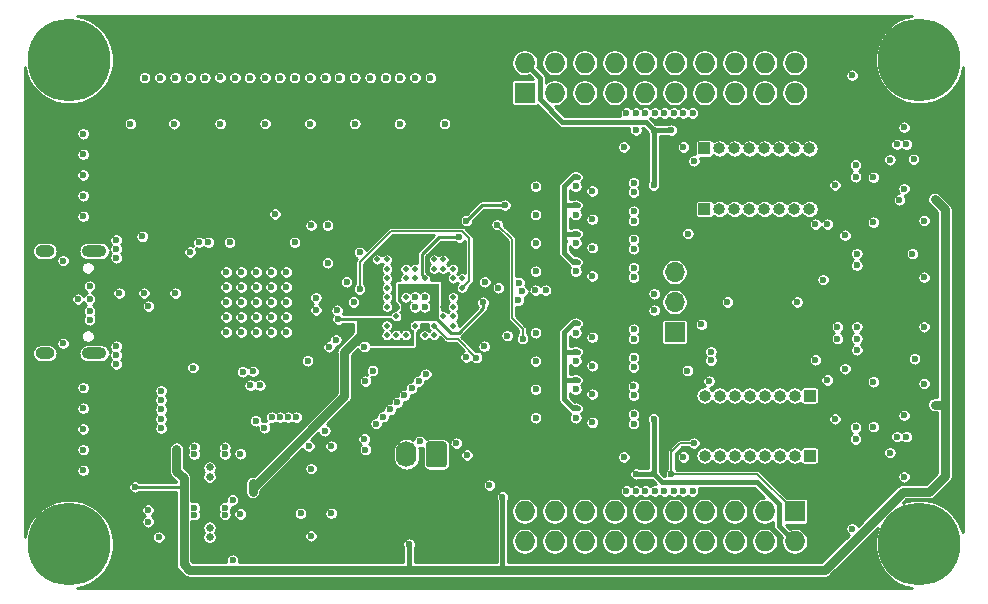
<source format=gbr>
G04 #@! TF.GenerationSoftware,KiCad,Pcbnew,5.1.5*
G04 #@! TF.CreationDate,2020-04-10T18:53:54+01:00*
G04 #@! TF.ProjectId,glasgow,676c6173-676f-4772-9e6b-696361645f70,rev?*
G04 #@! TF.SameCoordinates,Original*
G04 #@! TF.FileFunction,Copper,L3,Inr*
G04 #@! TF.FilePolarity,Positive*
%FSLAX46Y46*%
G04 Gerber Fmt 4.6, Leading zero omitted, Abs format (unit mm)*
G04 Created by KiCad (PCBNEW 5.1.5) date 2020-04-10 18:53:54*
%MOMM*%
%LPD*%
G04 APERTURE LIST*
%ADD10O,2.100000X1.000000*%
%ADD11O,1.600000X1.000000*%
%ADD12C,0.100000*%
%ADD13O,1.740000X2.200000*%
%ADD14C,0.650000*%
%ADD15O,1.727200X1.727200*%
%ADD16R,1.727200X1.727200*%
%ADD17O,1.000000X1.000000*%
%ADD18R,1.000000X1.000000*%
%ADD19O,1.700000X1.700000*%
%ADD20R,1.700000X1.700000*%
%ADD21C,0.600000*%
%ADD22C,0.800000*%
%ADD23C,7.000000*%
%ADD24C,0.500000*%
%ADD25C,0.450000*%
%ADD26C,0.750000*%
%ADD27C,0.250000*%
%ADD28C,0.150000*%
%ADD29C,0.254000*%
G04 APERTURE END LIST*
D10*
X56130000Y-99820000D03*
X56130000Y-91180000D03*
D11*
X51950000Y-91180000D03*
X51950000Y-99820000D03*
G04 #@! TA.AperFunction,ViaPad*
D12*
G36*
X85744505Y-107301204D02*
G01*
X85768773Y-107304804D01*
X85792572Y-107310765D01*
X85815671Y-107319030D01*
X85837850Y-107329520D01*
X85858893Y-107342132D01*
X85878599Y-107356747D01*
X85896777Y-107373223D01*
X85913253Y-107391401D01*
X85927868Y-107411107D01*
X85940480Y-107432150D01*
X85950970Y-107454329D01*
X85959235Y-107477428D01*
X85965196Y-107501227D01*
X85968796Y-107525495D01*
X85970000Y-107549999D01*
X85970000Y-109250001D01*
X85968796Y-109274505D01*
X85965196Y-109298773D01*
X85959235Y-109322572D01*
X85950970Y-109345671D01*
X85940480Y-109367850D01*
X85927868Y-109388893D01*
X85913253Y-109408599D01*
X85896777Y-109426777D01*
X85878599Y-109443253D01*
X85858893Y-109457868D01*
X85837850Y-109470480D01*
X85815671Y-109480970D01*
X85792572Y-109489235D01*
X85768773Y-109495196D01*
X85744505Y-109498796D01*
X85720001Y-109500000D01*
X84479999Y-109500000D01*
X84455495Y-109498796D01*
X84431227Y-109495196D01*
X84407428Y-109489235D01*
X84384329Y-109480970D01*
X84362150Y-109470480D01*
X84341107Y-109457868D01*
X84321401Y-109443253D01*
X84303223Y-109426777D01*
X84286747Y-109408599D01*
X84272132Y-109388893D01*
X84259520Y-109367850D01*
X84249030Y-109345671D01*
X84240765Y-109322572D01*
X84234804Y-109298773D01*
X84231204Y-109274505D01*
X84230000Y-109250001D01*
X84230000Y-107549999D01*
X84231204Y-107525495D01*
X84234804Y-107501227D01*
X84240765Y-107477428D01*
X84249030Y-107454329D01*
X84259520Y-107432150D01*
X84272132Y-107411107D01*
X84286747Y-107391401D01*
X84303223Y-107373223D01*
X84321401Y-107356747D01*
X84341107Y-107342132D01*
X84362150Y-107329520D01*
X84384329Y-107319030D01*
X84407428Y-107310765D01*
X84431227Y-107304804D01*
X84455495Y-107301204D01*
X84479999Y-107300000D01*
X85720001Y-107300000D01*
X85744505Y-107301204D01*
G37*
G04 #@! TD.AperFunction*
D13*
X82560000Y-108400000D03*
D14*
X65900000Y-109500000D03*
X65900000Y-110300000D03*
X65900000Y-114600000D03*
X65900000Y-115400000D03*
D15*
X115430000Y-75230000D03*
X115430000Y-77770000D03*
X112890000Y-75230000D03*
X112890000Y-77770000D03*
X110350000Y-75230000D03*
X110350000Y-77770000D03*
X107810000Y-75230000D03*
X107810000Y-77770000D03*
X105270000Y-75230000D03*
X105270000Y-77770000D03*
X102730000Y-75230000D03*
X102730000Y-77770000D03*
X100190000Y-75230000D03*
X100190000Y-77770000D03*
X97650000Y-75230000D03*
X97650000Y-77770000D03*
X95110000Y-75230000D03*
X95110000Y-77770000D03*
X92570000Y-75230000D03*
D16*
X92570000Y-77770000D03*
D17*
X107810000Y-103420000D03*
X109080000Y-103420000D03*
X110350000Y-103420000D03*
X111620000Y-103420000D03*
X112890000Y-103420000D03*
X114160000Y-103420000D03*
X115430000Y-103420000D03*
D18*
X116700000Y-103420000D03*
D17*
X107810000Y-108500000D03*
X109080000Y-108500000D03*
X110350000Y-108500000D03*
X111620000Y-108500000D03*
X112890000Y-108500000D03*
X114160000Y-108500000D03*
X115430000Y-108500000D03*
D18*
X116700000Y-108500000D03*
D19*
X105270000Y-92960000D03*
X105270000Y-95500000D03*
D20*
X105270000Y-98040000D03*
D15*
X92570000Y-115770000D03*
X92570000Y-113230000D03*
X95110000Y-115770000D03*
X95110000Y-113230000D03*
X97650000Y-115770000D03*
X97650000Y-113230000D03*
X100190000Y-115770000D03*
X100190000Y-113230000D03*
X102730000Y-115770000D03*
X102730000Y-113230000D03*
X105270000Y-115770000D03*
X105270000Y-113230000D03*
X107810000Y-115770000D03*
X107810000Y-113230000D03*
X110350000Y-115770000D03*
X110350000Y-113230000D03*
X112890000Y-115770000D03*
X112890000Y-113230000D03*
X115430000Y-115770000D03*
D16*
X115430000Y-113230000D03*
D17*
X116690000Y-87600000D03*
X115420000Y-87600000D03*
X114150000Y-87600000D03*
X112880000Y-87600000D03*
X111610000Y-87600000D03*
X110340000Y-87600000D03*
X109070000Y-87600000D03*
D18*
X107800000Y-87600000D03*
D17*
X116690000Y-82500000D03*
X115420000Y-82500000D03*
X114150000Y-82500000D03*
X112880000Y-82500000D03*
X111610000Y-82500000D03*
X110340000Y-82500000D03*
X109070000Y-82500000D03*
D18*
X107800000Y-82500000D03*
D21*
X67310000Y-98040000D03*
X68580000Y-98040000D03*
X69850000Y-98040000D03*
X71120000Y-98040000D03*
X72390000Y-98040000D03*
X72390000Y-96770000D03*
X71120000Y-96770000D03*
X69850000Y-96770000D03*
X68580000Y-96770000D03*
X67310000Y-96770000D03*
X67310000Y-92960000D03*
X68580000Y-92960000D03*
X69850000Y-92960000D03*
X71120000Y-92960000D03*
X72390000Y-92960000D03*
X72390000Y-94230000D03*
X71120000Y-94230000D03*
X69850000Y-94230000D03*
X68580000Y-94230000D03*
X67310000Y-94230000D03*
X67310000Y-95500000D03*
X68580000Y-95500000D03*
X72390000Y-95500000D03*
X71120000Y-95500000D03*
X69850000Y-95500000D03*
D22*
X55856155Y-114143845D03*
X54000000Y-113375000D03*
X52143845Y-114143845D03*
X51375000Y-116000000D03*
X52143845Y-117856155D03*
X54000000Y-118625000D03*
X55856155Y-117856155D03*
X56625000Y-116000000D03*
D23*
X54000000Y-116000000D03*
D22*
X55856155Y-73143845D03*
X54000000Y-72375000D03*
X52143845Y-73143845D03*
X51375000Y-75000000D03*
X52143845Y-76856155D03*
X54000000Y-77625000D03*
X55856155Y-76856155D03*
X56625000Y-75000000D03*
D23*
X54000000Y-75000000D03*
D22*
X127856155Y-73143845D03*
X126000000Y-72375000D03*
X124143845Y-73143845D03*
X123375000Y-75000000D03*
X124143845Y-76856155D03*
X126000000Y-77625000D03*
X127856155Y-76856155D03*
X128625000Y-75000000D03*
D23*
X126000000Y-75000000D03*
D22*
X127856155Y-114143845D03*
X126000000Y-113375000D03*
X124143845Y-114143845D03*
X123375000Y-116000000D03*
X124143845Y-117856155D03*
X126000000Y-118625000D03*
X127856155Y-117856155D03*
X128625000Y-116000000D03*
D23*
X126000000Y-116000000D03*
D24*
X80900000Y-97500000D03*
D21*
X73600000Y-113400000D03*
X120700012Y-91400000D03*
X120700000Y-97600000D03*
X119050000Y-97600000D03*
X108350000Y-100449903D03*
X124900000Y-82150004D03*
X124900000Y-106900000D03*
X70150000Y-102550000D03*
X69800000Y-105549992D03*
X74300000Y-107700000D03*
X79000000Y-107100000D03*
X86800000Y-107450000D03*
X74150000Y-105400000D03*
D24*
X84100000Y-97500000D03*
X86500000Y-99100000D03*
X85700000Y-95900000D03*
X81700000Y-95900000D03*
D21*
X66800000Y-90450000D03*
X72600000Y-100450000D03*
X67600000Y-100450000D03*
X64900000Y-97250000D03*
X64900000Y-95250000D03*
X64900000Y-93250000D03*
X73800000Y-91550000D03*
X59200000Y-76500000D03*
X93500000Y-104500000D03*
X93500000Y-102100000D03*
X98300000Y-97700000D03*
X98300000Y-100100000D03*
X98300000Y-102500000D03*
X98300000Y-104900000D03*
X93500000Y-97300000D03*
X93500000Y-99700000D03*
X93500000Y-89700000D03*
X98300000Y-85300000D03*
X98300000Y-87700000D03*
X98300000Y-90100000D03*
X98300000Y-92500000D03*
X93500000Y-84900000D03*
X93500000Y-87300000D03*
X93500000Y-92100000D03*
X126400000Y-98600000D03*
X126400000Y-92400000D03*
X74800000Y-97300000D03*
X79200010Y-100000000D03*
X76200000Y-110200000D03*
X73600000Y-117200000D03*
X76200000Y-117200000D03*
X73600000Y-111500000D03*
X93200000Y-107300000D03*
X62400000Y-115400000D03*
X60147200Y-81864200D03*
X77600000Y-90300000D03*
X117200000Y-102100000D03*
X108200000Y-88900000D03*
X117850000Y-97400000D03*
X107550000Y-93600000D03*
X82800000Y-111000000D03*
X88800000Y-107100000D03*
X90750000Y-99100000D03*
X127300000Y-109600000D03*
X69550000Y-115950000D03*
X69550000Y-116650000D03*
X127100000Y-81400000D03*
X71850000Y-105250000D03*
X71150000Y-105250000D03*
X67200000Y-108400000D03*
X67200000Y-107800000D03*
X64600000Y-108400000D03*
X64600000Y-107800000D03*
X91100000Y-98350000D03*
X106025000Y-108625000D03*
X84100000Y-95100000D03*
X84100000Y-95900000D03*
X83300000Y-95900000D03*
D24*
X82500000Y-95100000D03*
D21*
X83300000Y-95100000D03*
X60400000Y-76500000D03*
X74200000Y-100474990D03*
X59200000Y-80400000D03*
X66800000Y-80400000D03*
X70600000Y-80400000D03*
X74400000Y-80400000D03*
X78200000Y-80400000D03*
X82000000Y-80400000D03*
X65500000Y-76500000D03*
X69299996Y-76500000D03*
X73100006Y-76500000D03*
X76899998Y-76500000D03*
X80800012Y-76500000D03*
X84600000Y-76500006D03*
X85800000Y-80400000D03*
X63000000Y-94750000D03*
X60200000Y-89950000D03*
X61700000Y-76500000D03*
X79100000Y-102200000D03*
X98300000Y-98500000D03*
X98300000Y-100900000D03*
X98300000Y-103300000D03*
X98300000Y-105700000D03*
X93500000Y-98100000D03*
X93500000Y-100500000D03*
X93500012Y-105300000D03*
X93500000Y-102900000D03*
X120600000Y-107100000D03*
X124700000Y-85900000D03*
X98300000Y-86100000D03*
X98300000Y-88500000D03*
X98300000Y-90900000D03*
X98300000Y-93300000D03*
X93500000Y-85700000D03*
X93500000Y-88100000D03*
X93500012Y-92900000D03*
X93500000Y-90500000D03*
X118200000Y-88900000D03*
X126400000Y-97600000D03*
X126400000Y-102400000D03*
X126400000Y-88600000D03*
X126400000Y-93400000D03*
X125400000Y-91400004D03*
X79000000Y-99269630D03*
X87629258Y-100164629D03*
X76200000Y-113400000D03*
X76200000Y-107700000D03*
X74500000Y-115300000D03*
X74500000Y-109600000D03*
X60700000Y-113100000D03*
X62885090Y-80408938D03*
X117850000Y-93600000D03*
X115650000Y-95500000D03*
X109750000Y-95500000D03*
X120699980Y-99550000D03*
X118200000Y-102100000D03*
X106350000Y-101300000D03*
X106400000Y-89700000D03*
X107550000Y-97400000D03*
X89150000Y-99250000D03*
X89599988Y-111000000D03*
X83700000Y-107300000D03*
X106025000Y-82375000D03*
X100975000Y-82375000D03*
X100975000Y-108625000D03*
X103550000Y-94800000D03*
X103550000Y-96200000D03*
X61600000Y-115400000D03*
X120600000Y-83900000D03*
X124700000Y-110300000D03*
X55200000Y-81250000D03*
X55200000Y-83000000D03*
X55200002Y-84750000D03*
X55199976Y-86500000D03*
X55200000Y-88250000D03*
X55200000Y-102750000D03*
X55200000Y-104500000D03*
X55200010Y-106250000D03*
X55200000Y-108000000D03*
X55200004Y-109750000D03*
X124700000Y-105100000D03*
X118850000Y-105400000D03*
X118850000Y-85600000D03*
X68500000Y-113450000D03*
X68500000Y-108350000D03*
X67850000Y-117350000D03*
X67850000Y-112250000D03*
X67200000Y-113500000D03*
X67200000Y-112900000D03*
X64600000Y-113500000D03*
X64600000Y-112900000D03*
X124700000Y-80700000D03*
X125500000Y-83400000D03*
X79099994Y-108000000D03*
X72550000Y-105250000D03*
X73250000Y-105250000D03*
X58000000Y-90250000D03*
X58000000Y-91000000D03*
X58000000Y-91750000D03*
X58000000Y-99250000D03*
X58000000Y-99999990D03*
X58000000Y-100749996D03*
X53500000Y-99000000D03*
X60350010Y-94750000D03*
D24*
X81700000Y-98300000D03*
D21*
X120700000Y-92400000D03*
X120700000Y-98600000D03*
X119050000Y-98600000D03*
X108350000Y-99700000D03*
X75650000Y-106400000D03*
X124100000Y-82150000D03*
X124100000Y-106900000D03*
X69350000Y-102550000D03*
X70550000Y-106150000D03*
X87700000Y-108450000D03*
X127300000Y-104200000D03*
X127300008Y-86800000D03*
X82800000Y-116000000D03*
X90700000Y-112000000D03*
X63700000Y-116999962D03*
X63700000Y-117700000D03*
X63700000Y-111900000D03*
X63700000Y-112600000D03*
X59600000Y-111150000D03*
X63100000Y-108650000D03*
X63100000Y-107950000D03*
X74500000Y-89000000D03*
X60700000Y-114100000D03*
X55750000Y-95250000D03*
X55750000Y-96250000D03*
X54749994Y-95250000D03*
D24*
X81700000Y-96700000D03*
D21*
X68700012Y-101400000D03*
X69576261Y-101374990D03*
D24*
X80900000Y-95900000D03*
X80900000Y-98300000D03*
D21*
X79700000Y-101300000D03*
X74899996Y-95125010D03*
X76600000Y-98700000D03*
X74902957Y-96185184D03*
X76000000Y-99300000D03*
X69550000Y-111550000D03*
X69550000Y-110850000D03*
D24*
X84900000Y-94300000D03*
X82500000Y-94300000D03*
X82500000Y-96700000D03*
X84900000Y-96700000D03*
D21*
X76800000Y-96949967D03*
X89053084Y-95524821D03*
X77300000Y-101400000D03*
X76700000Y-96200000D03*
X64500000Y-101050000D03*
D24*
X80900000Y-92700000D03*
D21*
X78600000Y-91300000D03*
X60714241Y-95847438D03*
X58250000Y-94750000D03*
X75891683Y-92191683D03*
X77500000Y-93800000D03*
X75900000Y-89000000D03*
X123500000Y-83450000D03*
X123499976Y-108250000D03*
X119700000Y-101150000D03*
X67600000Y-90450000D03*
X78600000Y-94400000D03*
X73100000Y-90450000D03*
D24*
X87300000Y-94300000D03*
D21*
X125600000Y-100300000D03*
X64236600Y-91262200D03*
X120300000Y-114700000D03*
X71450008Y-88050000D03*
X120300000Y-76300000D03*
X124299994Y-86850000D03*
D24*
X80900000Y-93500000D03*
D21*
X65000002Y-90450000D03*
D24*
X80900000Y-94300000D03*
D21*
X65800010Y-90450000D03*
D24*
X86500000Y-95900000D03*
X80900000Y-95100000D03*
X86500000Y-95100000D03*
D21*
X78100000Y-95500000D03*
X119700000Y-89850000D03*
X106800000Y-111500000D03*
X101200000Y-111500000D03*
X106000000Y-111500000D03*
X105200000Y-111500000D03*
X104400000Y-111500000D03*
X102800000Y-111500000D03*
X103600000Y-111500000D03*
X102000000Y-111500000D03*
X101200000Y-79500000D03*
X106800000Y-79500000D03*
X102000000Y-79500000D03*
X102800000Y-79500000D03*
X103600000Y-79500000D03*
X105200000Y-79500000D03*
X104400000Y-79500000D03*
X106000000Y-79500000D03*
X89200000Y-93800000D03*
X90350000Y-94300000D03*
D24*
X82500000Y-98300000D03*
D21*
X61800000Y-103000000D03*
X102000000Y-80950000D03*
X106900000Y-83550000D03*
X96900000Y-104500000D03*
X96900000Y-102100000D03*
X96900000Y-99700000D03*
X101800000Y-100200000D03*
X101800000Y-97800000D03*
X96900000Y-97300000D03*
X120600000Y-106100000D03*
X108200000Y-102200000D03*
X117200000Y-100400000D03*
X103500000Y-110050000D03*
X101780556Y-102619444D03*
X101800000Y-105000000D03*
X102000000Y-110050000D03*
X103500000Y-105400000D03*
X122100000Y-106050000D03*
X96900000Y-92100000D03*
X96900000Y-89700000D03*
X96900000Y-87300000D03*
X101800000Y-92600000D03*
X101800000Y-90200000D03*
X101800000Y-85400000D03*
X96900000Y-84900000D03*
X117200000Y-88900000D03*
X103500000Y-80950000D03*
X103500000Y-85600000D03*
X105000000Y-80950000D03*
X101800000Y-87800000D03*
X120600000Y-84900000D03*
X122100000Y-84950000D03*
D24*
X83300000Y-97500000D03*
D21*
X61800000Y-103800000D03*
X105000000Y-110050000D03*
X106900000Y-107450000D03*
X61800000Y-106200000D03*
D24*
X84900000Y-97500000D03*
D21*
X88500000Y-100199992D03*
X61800000Y-105400000D03*
D24*
X84900000Y-98300000D03*
X84100000Y-98300000D03*
D21*
X61800000Y-104600000D03*
D24*
X85700000Y-91900000D03*
D21*
X78200000Y-76500000D03*
X75700000Y-76500000D03*
D24*
X84900000Y-91900000D03*
X80900000Y-91900000D03*
D21*
X64250000Y-76500000D03*
D24*
X80100000Y-91900000D03*
D21*
X63000000Y-76500000D03*
X82000000Y-76500000D03*
D24*
X86500000Y-92700000D03*
X85700000Y-92700000D03*
D21*
X79500000Y-76500000D03*
X74400000Y-76500000D03*
D24*
X84900000Y-92700000D03*
X83300000Y-92700000D03*
D21*
X70600000Y-76500000D03*
D24*
X82500000Y-92700000D03*
D21*
X68050000Y-76500000D03*
D24*
X82500000Y-93500000D03*
D21*
X66785000Y-76485000D03*
D24*
X86500000Y-93500000D03*
D21*
X83295000Y-76495000D03*
X87650000Y-88600000D03*
X87050000Y-90000000D03*
D24*
X84100000Y-93500000D03*
D21*
X90900000Y-87300000D03*
D24*
X83300000Y-93500000D03*
D21*
X71850000Y-76500000D03*
D24*
X86500000Y-96700000D03*
D21*
X96900000Y-85700000D03*
X96900000Y-90500000D03*
X92350000Y-94600000D03*
X96900000Y-92900000D03*
X93490908Y-94490908D03*
D24*
X86500000Y-97500000D03*
D21*
X101800000Y-86200000D03*
X92100000Y-93849928D03*
X101800000Y-88600000D03*
X101800000Y-91000000D03*
X92045340Y-95350000D03*
X101800000Y-93400000D03*
X94350000Y-94500000D03*
X96900000Y-98100000D03*
X84200000Y-101600000D03*
X96900000Y-102900000D03*
X81800000Y-104000000D03*
X96900000Y-105300000D03*
X80600000Y-105200000D03*
X101800000Y-98600000D03*
X83600000Y-102200000D03*
X101800000Y-101000000D03*
X82400000Y-103400000D03*
X81200000Y-104600000D03*
X101800000Y-103400000D03*
X80000000Y-105800000D03*
X101800000Y-105800000D03*
X96900000Y-88100000D03*
D24*
X85700000Y-96700000D03*
D21*
X96900000Y-100500000D03*
X83000000Y-102800000D03*
X90250000Y-88950000D03*
X92400000Y-98600000D03*
D24*
X87290000Y-93500000D03*
D21*
X122100000Y-102250000D03*
X122100000Y-88750000D03*
X55750000Y-94155185D03*
X55750000Y-97000000D03*
X53500000Y-92000000D03*
D25*
X88800000Y-118100000D02*
X88900000Y-118200000D01*
X82800000Y-118200000D02*
X82800000Y-116000000D01*
D26*
X88900000Y-118200000D02*
X82800000Y-118200000D01*
X88900000Y-118200000D02*
X90700000Y-118200000D01*
D25*
X90700000Y-118200000D02*
X90700000Y-112000000D01*
D26*
X63700000Y-112600000D02*
X63700000Y-116999962D01*
X128150000Y-87649992D02*
X127300008Y-86800000D01*
X127300000Y-104200000D02*
X128150000Y-104200000D01*
X128150000Y-104200000D02*
X128150000Y-87649992D01*
X63700000Y-111900000D02*
X63700000Y-112600000D01*
X63700000Y-117700000D02*
X63700000Y-116999962D01*
X128150000Y-110250000D02*
X128150000Y-104200000D01*
X126850000Y-111550000D02*
X128150000Y-110250000D01*
X124620854Y-111550000D02*
X126850000Y-111550000D01*
X90700000Y-118200000D02*
X117970854Y-118200000D01*
X117970854Y-118200000D02*
X124620854Y-111550000D01*
X64200000Y-118200000D02*
X63700000Y-117700000D01*
X82800000Y-118200000D02*
X64200000Y-118200000D01*
X63700000Y-110400000D02*
X63100000Y-109800000D01*
X63100000Y-109800000D02*
X63100000Y-107950000D01*
D27*
X63450000Y-111150000D02*
X63700000Y-110900000D01*
D26*
X63700000Y-111900000D02*
X63700000Y-110900000D01*
D27*
X59600000Y-111150000D02*
X63450000Y-111150000D01*
D26*
X63700000Y-110900000D02*
X63700000Y-110400000D01*
D27*
X89053084Y-96046916D02*
X89053084Y-95524821D01*
X87000000Y-98100000D02*
X89053084Y-96046916D01*
X86300000Y-98100000D02*
X87000000Y-98100000D01*
X84900000Y-96700000D02*
X86300000Y-98100000D01*
X78549967Y-96949967D02*
X76800000Y-96949967D01*
X78550000Y-96950000D02*
X78549967Y-96949967D01*
D26*
X69550000Y-110850000D02*
X69550000Y-111550000D01*
D27*
X79100000Y-96950000D02*
X79600000Y-97450000D01*
X78550000Y-96950000D02*
X79100000Y-96950000D01*
D25*
X82500000Y-94300000D02*
X84900000Y-94300000D01*
X84900000Y-94300000D02*
X84900000Y-96700000D01*
X84900000Y-96700000D02*
X82500000Y-96700000D01*
D27*
X80074901Y-96975099D02*
X79600000Y-97450000D01*
X82500000Y-96700000D02*
X81975099Y-97224901D01*
X81975099Y-97224901D02*
X81401755Y-97224901D01*
X81401755Y-97224901D02*
X81151953Y-96975099D01*
X81151953Y-96975099D02*
X80074901Y-96975099D01*
D26*
X77300000Y-101400000D02*
X77300000Y-99750000D01*
X77300000Y-99750000D02*
X79600000Y-97450000D01*
X77300000Y-103479146D02*
X77300000Y-101400000D01*
X69550000Y-111550000D02*
X69550000Y-111250000D01*
X69550000Y-111220854D02*
X69550000Y-111550000D01*
X77300000Y-103479146D02*
X77291708Y-103479146D01*
X77291708Y-103479146D02*
X69550000Y-111220854D01*
D28*
X78600000Y-92150000D02*
X78600000Y-94400000D01*
X87301953Y-89475099D02*
X81274901Y-89475099D01*
X81274901Y-89475099D02*
X78600000Y-92150000D01*
X87900000Y-90073146D02*
X87301953Y-89475099D01*
X87300000Y-94300000D02*
X87900000Y-93700000D01*
X87900000Y-93700000D02*
X87900000Y-90073146D01*
D25*
X96675736Y-104500000D02*
X95900000Y-103724264D01*
X97100000Y-104500000D02*
X96675736Y-104500000D01*
X96675736Y-97300000D02*
X97100000Y-97300000D01*
X95900000Y-98075736D02*
X96675736Y-97300000D01*
X97100000Y-99700000D02*
X95900000Y-99700000D01*
X95900000Y-99700000D02*
X95900000Y-98075736D01*
X96000000Y-102100000D02*
X95900000Y-102000000D01*
X97100000Y-102100000D02*
X96000000Y-102100000D01*
X95900000Y-103724264D02*
X95900000Y-102000000D01*
X95900000Y-102000000D02*
X95900000Y-99700000D01*
X114128501Y-114468501D02*
X115430000Y-115770000D01*
X114128501Y-112628501D02*
X114128501Y-114468501D01*
X103500000Y-110050000D02*
X103500000Y-105400000D01*
X102000000Y-110050000D02*
X103500000Y-110050000D01*
X112224901Y-110724901D02*
X114128501Y-112628501D01*
X104174901Y-110724901D02*
X112224901Y-110724901D01*
X103500000Y-110050000D02*
X104174901Y-110724901D01*
X96675736Y-92100000D02*
X95900000Y-91324264D01*
X97100000Y-92100000D02*
X96675736Y-92100000D01*
X96675736Y-84900000D02*
X97100000Y-84900000D01*
X95900000Y-85675736D02*
X96675736Y-84900000D01*
X97100000Y-87300000D02*
X95900000Y-87300000D01*
X95900000Y-87300000D02*
X95900000Y-85675736D01*
X96000000Y-90300000D02*
X95900000Y-90200000D01*
X97100000Y-89700000D02*
X96000000Y-89700000D01*
X95900000Y-91324264D02*
X95900000Y-87300000D01*
X103500000Y-80950000D02*
X103500000Y-85600000D01*
X102825000Y-80275000D02*
X103500000Y-80950000D01*
X102824901Y-80275099D02*
X102825000Y-80275000D01*
X93850000Y-78350000D02*
X95775099Y-80275099D01*
X95775099Y-80275099D02*
X102824901Y-80275099D01*
X92570000Y-75230000D02*
X93850000Y-76510000D01*
X93850000Y-76510000D02*
X93850000Y-78350000D01*
X103500000Y-80950000D02*
X105000000Y-80950000D01*
D28*
X112250000Y-110050000D02*
X115430000Y-113230000D01*
X105000000Y-110050000D02*
X112250000Y-110050000D01*
X106900000Y-107450000D02*
X105750000Y-107450000D01*
X105000000Y-108200000D02*
X105000000Y-110050000D01*
X105750000Y-107450000D02*
X105000000Y-108200000D01*
X86900008Y-98600000D02*
X88500000Y-100199992D01*
X84900000Y-97500000D02*
X86000000Y-98600000D01*
X86000000Y-98600000D02*
X86900008Y-98600000D01*
D27*
X83850000Y-91450000D02*
X83850000Y-93250000D01*
X83850000Y-93250000D02*
X84100000Y-93500000D01*
X87050000Y-90000000D02*
X85300000Y-90000000D01*
X85300000Y-90000000D02*
X83850000Y-91450000D01*
X88950000Y-87300000D02*
X87650000Y-88600000D01*
X90900000Y-87300000D02*
X88950000Y-87300000D01*
D28*
X91500000Y-90200000D02*
X90250000Y-88950000D01*
X92400000Y-98600000D02*
X92400000Y-97750000D01*
X91500000Y-96850000D02*
X91500000Y-90200000D01*
X92400000Y-97750000D02*
X91500000Y-96850000D01*
D12*
G36*
X85250000Y-97050000D02*
G01*
X83200000Y-97050000D01*
X83190245Y-97050961D01*
X83180866Y-97053806D01*
X83172221Y-97058427D01*
X83164645Y-97064645D01*
X83159109Y-97071391D01*
X83086892Y-97101304D01*
X83013205Y-97150540D01*
X82950540Y-97213205D01*
X82901304Y-97286892D01*
X82867389Y-97368769D01*
X82850100Y-97455689D01*
X82850100Y-97544311D01*
X82867389Y-97631231D01*
X82901304Y-97713108D01*
X82950540Y-97786795D01*
X83013205Y-97849460D01*
X83086892Y-97898696D01*
X83150000Y-97924837D01*
X83150000Y-99150000D01*
X79485898Y-99150000D01*
X79480689Y-99123814D01*
X79443006Y-99032838D01*
X79388298Y-98950962D01*
X79318668Y-98881332D01*
X79236792Y-98826624D01*
X79145816Y-98788941D01*
X79049236Y-98769730D01*
X78950764Y-98769730D01*
X78854184Y-98788941D01*
X78763208Y-98826624D01*
X78681332Y-98881332D01*
X78611702Y-98950962D01*
X78556994Y-99032838D01*
X78519311Y-99123814D01*
X78514102Y-99150000D01*
X78400000Y-99150000D01*
X78400000Y-97455689D01*
X80450100Y-97455689D01*
X80450100Y-97544311D01*
X80467389Y-97631231D01*
X80501304Y-97713108D01*
X80550540Y-97786795D01*
X80613205Y-97849460D01*
X80686892Y-97898696D01*
X80690040Y-97900000D01*
X80686892Y-97901304D01*
X80613205Y-97950540D01*
X80550540Y-98013205D01*
X80501304Y-98086892D01*
X80467389Y-98168769D01*
X80450100Y-98255689D01*
X80450100Y-98344311D01*
X80467389Y-98431231D01*
X80501304Y-98513108D01*
X80550540Y-98586795D01*
X80613205Y-98649460D01*
X80686892Y-98698696D01*
X80768769Y-98732611D01*
X80855689Y-98749900D01*
X80944311Y-98749900D01*
X81031231Y-98732611D01*
X81113108Y-98698696D01*
X81186795Y-98649460D01*
X81249460Y-98586795D01*
X81298696Y-98513108D01*
X81300000Y-98509960D01*
X81301304Y-98513108D01*
X81350540Y-98586795D01*
X81413205Y-98649460D01*
X81486892Y-98698696D01*
X81568769Y-98732611D01*
X81655689Y-98749900D01*
X81744311Y-98749900D01*
X81831231Y-98732611D01*
X81913108Y-98698696D01*
X81986795Y-98649460D01*
X82049460Y-98586795D01*
X82098696Y-98513108D01*
X82100000Y-98509960D01*
X82101304Y-98513108D01*
X82150540Y-98586795D01*
X82213205Y-98649460D01*
X82286892Y-98698696D01*
X82368769Y-98732611D01*
X82455689Y-98749900D01*
X82544311Y-98749900D01*
X82631231Y-98732611D01*
X82713108Y-98698696D01*
X82786795Y-98649460D01*
X82849460Y-98586795D01*
X82898696Y-98513108D01*
X82932611Y-98431231D01*
X82949900Y-98344311D01*
X82949900Y-98255689D01*
X82932611Y-98168769D01*
X82898696Y-98086892D01*
X82849460Y-98013205D01*
X82786795Y-97950540D01*
X82713108Y-97901304D01*
X82631231Y-97867389D01*
X82544311Y-97850100D01*
X82455689Y-97850100D01*
X82368769Y-97867389D01*
X82286892Y-97901304D01*
X82213205Y-97950540D01*
X82150540Y-98013205D01*
X82101304Y-98086892D01*
X82100000Y-98090040D01*
X82098696Y-98086892D01*
X82049460Y-98013205D01*
X81986795Y-97950540D01*
X81913108Y-97901304D01*
X81831231Y-97867389D01*
X81744311Y-97850100D01*
X81655689Y-97850100D01*
X81568769Y-97867389D01*
X81486892Y-97901304D01*
X81413205Y-97950540D01*
X81350540Y-98013205D01*
X81301304Y-98086892D01*
X81300000Y-98090040D01*
X81298696Y-98086892D01*
X81249460Y-98013205D01*
X81186795Y-97950540D01*
X81113108Y-97901304D01*
X81109960Y-97900000D01*
X81113108Y-97898696D01*
X81186795Y-97849460D01*
X81249460Y-97786795D01*
X81298696Y-97713108D01*
X81332611Y-97631231D01*
X81349900Y-97544311D01*
X81349900Y-97455689D01*
X81332611Y-97368769D01*
X81298696Y-97286892D01*
X81249460Y-97213205D01*
X81186795Y-97150540D01*
X81113108Y-97101304D01*
X81031231Y-97067389D01*
X80944311Y-97050100D01*
X80855689Y-97050100D01*
X80768769Y-97067389D01*
X80686892Y-97101304D01*
X80613205Y-97150540D01*
X80550540Y-97213205D01*
X80501304Y-97286892D01*
X80467389Y-97368769D01*
X80450100Y-97455689D01*
X78400000Y-97455689D01*
X78400000Y-96850000D01*
X81275163Y-96850000D01*
X81301304Y-96913108D01*
X81350540Y-96986795D01*
X81413205Y-97049460D01*
X81486892Y-97098696D01*
X81568769Y-97132611D01*
X81655689Y-97149900D01*
X81744311Y-97149900D01*
X81831231Y-97132611D01*
X81913108Y-97098696D01*
X81986795Y-97049460D01*
X82049460Y-96986795D01*
X82098696Y-96913108D01*
X82132611Y-96831231D01*
X82149900Y-96744311D01*
X82149900Y-96655689D01*
X82132611Y-96568769D01*
X82098696Y-96486892D01*
X82049460Y-96413205D01*
X81986795Y-96350540D01*
X81950000Y-96325954D01*
X81950000Y-96320710D01*
X82135355Y-96135355D01*
X82141573Y-96127779D01*
X82146194Y-96119134D01*
X82149039Y-96109755D01*
X82150000Y-96100000D01*
X82150000Y-95700000D01*
X82149039Y-95690245D01*
X82146194Y-95680866D01*
X82141573Y-95672221D01*
X82135355Y-95664645D01*
X81850000Y-95379290D01*
X81850000Y-95055689D01*
X82050100Y-95055689D01*
X82050100Y-95144311D01*
X82067389Y-95231231D01*
X82101304Y-95313108D01*
X82150540Y-95386795D01*
X82213205Y-95449460D01*
X82286892Y-95498696D01*
X82368769Y-95532611D01*
X82455689Y-95549900D01*
X82544311Y-95549900D01*
X82631231Y-95532611D01*
X82713108Y-95498696D01*
X82786795Y-95449460D01*
X82849460Y-95386795D01*
X82869932Y-95356156D01*
X82911702Y-95418668D01*
X82981332Y-95488298D01*
X82998845Y-95500000D01*
X82981332Y-95511702D01*
X82911702Y-95581332D01*
X82856994Y-95663208D01*
X82819311Y-95754184D01*
X82800100Y-95850764D01*
X82800100Y-95949236D01*
X82819311Y-96045816D01*
X82856994Y-96136792D01*
X82911702Y-96218668D01*
X82981332Y-96288298D01*
X83063208Y-96343006D01*
X83154184Y-96380689D01*
X83250764Y-96399900D01*
X83349236Y-96399900D01*
X83445816Y-96380689D01*
X83536792Y-96343006D01*
X83618668Y-96288298D01*
X83688298Y-96218668D01*
X83700000Y-96201155D01*
X83711702Y-96218668D01*
X83781332Y-96288298D01*
X83863208Y-96343006D01*
X83954184Y-96380689D01*
X84050764Y-96399900D01*
X84149236Y-96399900D01*
X84245816Y-96380689D01*
X84336792Y-96343006D01*
X84418668Y-96288298D01*
X84488298Y-96218668D01*
X84543006Y-96136792D01*
X84580689Y-96045816D01*
X84599900Y-95949236D01*
X84599900Y-95850764D01*
X84580689Y-95754184D01*
X84543006Y-95663208D01*
X84488298Y-95581332D01*
X84418668Y-95511702D01*
X84401155Y-95500000D01*
X84418668Y-95488298D01*
X84488298Y-95418668D01*
X84543006Y-95336792D01*
X84580689Y-95245816D01*
X84599900Y-95149236D01*
X84599900Y-95050764D01*
X84580689Y-94954184D01*
X84543006Y-94863208D01*
X84488298Y-94781332D01*
X84418668Y-94711702D01*
X84336792Y-94656994D01*
X84245816Y-94619311D01*
X84149236Y-94600100D01*
X84050764Y-94600100D01*
X83954184Y-94619311D01*
X83863208Y-94656994D01*
X83781332Y-94711702D01*
X83711702Y-94781332D01*
X83700000Y-94798845D01*
X83688298Y-94781332D01*
X83618668Y-94711702D01*
X83536792Y-94656994D01*
X83445816Y-94619311D01*
X83349236Y-94600100D01*
X83250764Y-94600100D01*
X83154184Y-94619311D01*
X83063208Y-94656994D01*
X82981332Y-94711702D01*
X82911702Y-94781332D01*
X82869932Y-94843844D01*
X82849460Y-94813205D01*
X82786795Y-94750540D01*
X82713108Y-94701304D01*
X82631231Y-94667389D01*
X82544311Y-94650100D01*
X82455689Y-94650100D01*
X82368769Y-94667389D01*
X82286892Y-94701304D01*
X82213205Y-94750540D01*
X82150540Y-94813205D01*
X82101304Y-94886892D01*
X82067389Y-94968769D01*
X82050100Y-95055689D01*
X81850000Y-95055689D01*
X81850000Y-93950000D01*
X85250000Y-93950000D01*
X85250000Y-97050000D01*
G37*
X85250000Y-97050000D02*
X83200000Y-97050000D01*
X83190245Y-97050961D01*
X83180866Y-97053806D01*
X83172221Y-97058427D01*
X83164645Y-97064645D01*
X83159109Y-97071391D01*
X83086892Y-97101304D01*
X83013205Y-97150540D01*
X82950540Y-97213205D01*
X82901304Y-97286892D01*
X82867389Y-97368769D01*
X82850100Y-97455689D01*
X82850100Y-97544311D01*
X82867389Y-97631231D01*
X82901304Y-97713108D01*
X82950540Y-97786795D01*
X83013205Y-97849460D01*
X83086892Y-97898696D01*
X83150000Y-97924837D01*
X83150000Y-99150000D01*
X79485898Y-99150000D01*
X79480689Y-99123814D01*
X79443006Y-99032838D01*
X79388298Y-98950962D01*
X79318668Y-98881332D01*
X79236792Y-98826624D01*
X79145816Y-98788941D01*
X79049236Y-98769730D01*
X78950764Y-98769730D01*
X78854184Y-98788941D01*
X78763208Y-98826624D01*
X78681332Y-98881332D01*
X78611702Y-98950962D01*
X78556994Y-99032838D01*
X78519311Y-99123814D01*
X78514102Y-99150000D01*
X78400000Y-99150000D01*
X78400000Y-97455689D01*
X80450100Y-97455689D01*
X80450100Y-97544311D01*
X80467389Y-97631231D01*
X80501304Y-97713108D01*
X80550540Y-97786795D01*
X80613205Y-97849460D01*
X80686892Y-97898696D01*
X80690040Y-97900000D01*
X80686892Y-97901304D01*
X80613205Y-97950540D01*
X80550540Y-98013205D01*
X80501304Y-98086892D01*
X80467389Y-98168769D01*
X80450100Y-98255689D01*
X80450100Y-98344311D01*
X80467389Y-98431231D01*
X80501304Y-98513108D01*
X80550540Y-98586795D01*
X80613205Y-98649460D01*
X80686892Y-98698696D01*
X80768769Y-98732611D01*
X80855689Y-98749900D01*
X80944311Y-98749900D01*
X81031231Y-98732611D01*
X81113108Y-98698696D01*
X81186795Y-98649460D01*
X81249460Y-98586795D01*
X81298696Y-98513108D01*
X81300000Y-98509960D01*
X81301304Y-98513108D01*
X81350540Y-98586795D01*
X81413205Y-98649460D01*
X81486892Y-98698696D01*
X81568769Y-98732611D01*
X81655689Y-98749900D01*
X81744311Y-98749900D01*
X81831231Y-98732611D01*
X81913108Y-98698696D01*
X81986795Y-98649460D01*
X82049460Y-98586795D01*
X82098696Y-98513108D01*
X82100000Y-98509960D01*
X82101304Y-98513108D01*
X82150540Y-98586795D01*
X82213205Y-98649460D01*
X82286892Y-98698696D01*
X82368769Y-98732611D01*
X82455689Y-98749900D01*
X82544311Y-98749900D01*
X82631231Y-98732611D01*
X82713108Y-98698696D01*
X82786795Y-98649460D01*
X82849460Y-98586795D01*
X82898696Y-98513108D01*
X82932611Y-98431231D01*
X82949900Y-98344311D01*
X82949900Y-98255689D01*
X82932611Y-98168769D01*
X82898696Y-98086892D01*
X82849460Y-98013205D01*
X82786795Y-97950540D01*
X82713108Y-97901304D01*
X82631231Y-97867389D01*
X82544311Y-97850100D01*
X82455689Y-97850100D01*
X82368769Y-97867389D01*
X82286892Y-97901304D01*
X82213205Y-97950540D01*
X82150540Y-98013205D01*
X82101304Y-98086892D01*
X82100000Y-98090040D01*
X82098696Y-98086892D01*
X82049460Y-98013205D01*
X81986795Y-97950540D01*
X81913108Y-97901304D01*
X81831231Y-97867389D01*
X81744311Y-97850100D01*
X81655689Y-97850100D01*
X81568769Y-97867389D01*
X81486892Y-97901304D01*
X81413205Y-97950540D01*
X81350540Y-98013205D01*
X81301304Y-98086892D01*
X81300000Y-98090040D01*
X81298696Y-98086892D01*
X81249460Y-98013205D01*
X81186795Y-97950540D01*
X81113108Y-97901304D01*
X81109960Y-97900000D01*
X81113108Y-97898696D01*
X81186795Y-97849460D01*
X81249460Y-97786795D01*
X81298696Y-97713108D01*
X81332611Y-97631231D01*
X81349900Y-97544311D01*
X81349900Y-97455689D01*
X81332611Y-97368769D01*
X81298696Y-97286892D01*
X81249460Y-97213205D01*
X81186795Y-97150540D01*
X81113108Y-97101304D01*
X81031231Y-97067389D01*
X80944311Y-97050100D01*
X80855689Y-97050100D01*
X80768769Y-97067389D01*
X80686892Y-97101304D01*
X80613205Y-97150540D01*
X80550540Y-97213205D01*
X80501304Y-97286892D01*
X80467389Y-97368769D01*
X80450100Y-97455689D01*
X78400000Y-97455689D01*
X78400000Y-96850000D01*
X81275163Y-96850000D01*
X81301304Y-96913108D01*
X81350540Y-96986795D01*
X81413205Y-97049460D01*
X81486892Y-97098696D01*
X81568769Y-97132611D01*
X81655689Y-97149900D01*
X81744311Y-97149900D01*
X81831231Y-97132611D01*
X81913108Y-97098696D01*
X81986795Y-97049460D01*
X82049460Y-96986795D01*
X82098696Y-96913108D01*
X82132611Y-96831231D01*
X82149900Y-96744311D01*
X82149900Y-96655689D01*
X82132611Y-96568769D01*
X82098696Y-96486892D01*
X82049460Y-96413205D01*
X81986795Y-96350540D01*
X81950000Y-96325954D01*
X81950000Y-96320710D01*
X82135355Y-96135355D01*
X82141573Y-96127779D01*
X82146194Y-96119134D01*
X82149039Y-96109755D01*
X82150000Y-96100000D01*
X82150000Y-95700000D01*
X82149039Y-95690245D01*
X82146194Y-95680866D01*
X82141573Y-95672221D01*
X82135355Y-95664645D01*
X81850000Y-95379290D01*
X81850000Y-95055689D01*
X82050100Y-95055689D01*
X82050100Y-95144311D01*
X82067389Y-95231231D01*
X82101304Y-95313108D01*
X82150540Y-95386795D01*
X82213205Y-95449460D01*
X82286892Y-95498696D01*
X82368769Y-95532611D01*
X82455689Y-95549900D01*
X82544311Y-95549900D01*
X82631231Y-95532611D01*
X82713108Y-95498696D01*
X82786795Y-95449460D01*
X82849460Y-95386795D01*
X82869932Y-95356156D01*
X82911702Y-95418668D01*
X82981332Y-95488298D01*
X82998845Y-95500000D01*
X82981332Y-95511702D01*
X82911702Y-95581332D01*
X82856994Y-95663208D01*
X82819311Y-95754184D01*
X82800100Y-95850764D01*
X82800100Y-95949236D01*
X82819311Y-96045816D01*
X82856994Y-96136792D01*
X82911702Y-96218668D01*
X82981332Y-96288298D01*
X83063208Y-96343006D01*
X83154184Y-96380689D01*
X83250764Y-96399900D01*
X83349236Y-96399900D01*
X83445816Y-96380689D01*
X83536792Y-96343006D01*
X83618668Y-96288298D01*
X83688298Y-96218668D01*
X83700000Y-96201155D01*
X83711702Y-96218668D01*
X83781332Y-96288298D01*
X83863208Y-96343006D01*
X83954184Y-96380689D01*
X84050764Y-96399900D01*
X84149236Y-96399900D01*
X84245816Y-96380689D01*
X84336792Y-96343006D01*
X84418668Y-96288298D01*
X84488298Y-96218668D01*
X84543006Y-96136792D01*
X84580689Y-96045816D01*
X84599900Y-95949236D01*
X84599900Y-95850764D01*
X84580689Y-95754184D01*
X84543006Y-95663208D01*
X84488298Y-95581332D01*
X84418668Y-95511702D01*
X84401155Y-95500000D01*
X84418668Y-95488298D01*
X84488298Y-95418668D01*
X84543006Y-95336792D01*
X84580689Y-95245816D01*
X84599900Y-95149236D01*
X84599900Y-95050764D01*
X84580689Y-94954184D01*
X84543006Y-94863208D01*
X84488298Y-94781332D01*
X84418668Y-94711702D01*
X84336792Y-94656994D01*
X84245816Y-94619311D01*
X84149236Y-94600100D01*
X84050764Y-94600100D01*
X83954184Y-94619311D01*
X83863208Y-94656994D01*
X83781332Y-94711702D01*
X83711702Y-94781332D01*
X83700000Y-94798845D01*
X83688298Y-94781332D01*
X83618668Y-94711702D01*
X83536792Y-94656994D01*
X83445816Y-94619311D01*
X83349236Y-94600100D01*
X83250764Y-94600100D01*
X83154184Y-94619311D01*
X83063208Y-94656994D01*
X82981332Y-94711702D01*
X82911702Y-94781332D01*
X82869932Y-94843844D01*
X82849460Y-94813205D01*
X82786795Y-94750540D01*
X82713108Y-94701304D01*
X82631231Y-94667389D01*
X82544311Y-94650100D01*
X82455689Y-94650100D01*
X82368769Y-94667389D01*
X82286892Y-94701304D01*
X82213205Y-94750540D01*
X82150540Y-94813205D01*
X82101304Y-94886892D01*
X82067389Y-94968769D01*
X82050100Y-95055689D01*
X81850000Y-95055689D01*
X81850000Y-93950000D01*
X85250000Y-93950000D01*
X85250000Y-97050000D01*
D29*
G36*
X124898319Y-71368244D02*
G01*
X124210967Y-71652954D01*
X123592366Y-72066290D01*
X123066290Y-72592366D01*
X122652954Y-73210967D01*
X122368244Y-73898319D01*
X122223100Y-74628008D01*
X122223100Y-75371992D01*
X122368244Y-76101681D01*
X122652954Y-76789033D01*
X123066290Y-77407634D01*
X123592366Y-77933710D01*
X124210967Y-78347046D01*
X124898319Y-78631756D01*
X125628008Y-78776900D01*
X126371992Y-78776900D01*
X127101681Y-78631756D01*
X127789033Y-78347046D01*
X128407634Y-77933710D01*
X128933710Y-77407634D01*
X129347046Y-76789033D01*
X129631756Y-76101681D01*
X129723000Y-75642966D01*
X129723001Y-100399683D01*
X129648596Y-114982980D01*
X129631756Y-114898319D01*
X129347046Y-114210967D01*
X128933710Y-113592366D01*
X128407634Y-113066290D01*
X127789033Y-112652954D01*
X127101681Y-112368244D01*
X126371992Y-112223100D01*
X125628008Y-112223100D01*
X124898319Y-112368244D01*
X124601653Y-112491127D01*
X124890880Y-112201900D01*
X126817986Y-112201900D01*
X126850000Y-112205053D01*
X126882014Y-112201900D01*
X126882022Y-112201900D01*
X126977795Y-112192467D01*
X127100678Y-112155191D01*
X127213929Y-112094657D01*
X127313193Y-112013193D01*
X127333614Y-111988310D01*
X128588322Y-110733604D01*
X128613193Y-110713193D01*
X128637407Y-110683689D01*
X128646569Y-110672524D01*
X128694657Y-110613929D01*
X128727816Y-110551893D01*
X128755191Y-110500679D01*
X128783725Y-110406614D01*
X128792467Y-110377795D01*
X128801900Y-110282022D01*
X128801900Y-110282021D01*
X128805054Y-110250000D01*
X128801900Y-110217978D01*
X128801900Y-104232021D01*
X128805054Y-104200000D01*
X128801900Y-104167978D01*
X128801900Y-87682005D01*
X128805053Y-87649991D01*
X128801900Y-87617977D01*
X128801900Y-87617970D01*
X128792467Y-87522197D01*
X128755191Y-87399314D01*
X128694657Y-87286063D01*
X128613193Y-87186799D01*
X128588321Y-87166387D01*
X127738327Y-86316395D01*
X127663936Y-86255343D01*
X127550686Y-86194810D01*
X127427801Y-86157533D01*
X127300008Y-86144947D01*
X127172215Y-86157533D01*
X127049330Y-86194810D01*
X126936080Y-86255343D01*
X126836815Y-86336807D01*
X126755351Y-86436072D01*
X126694818Y-86549322D01*
X126657541Y-86672207D01*
X126644955Y-86800000D01*
X126657541Y-86927793D01*
X126694818Y-87050678D01*
X126755351Y-87163928D01*
X126816403Y-87238319D01*
X127498101Y-87920019D01*
X127498100Y-103548100D01*
X127267978Y-103548100D01*
X127172205Y-103557533D01*
X127049322Y-103594809D01*
X126936071Y-103655343D01*
X126836807Y-103736807D01*
X126755343Y-103836071D01*
X126694809Y-103949322D01*
X126657533Y-104072205D01*
X126644946Y-104200000D01*
X126657533Y-104327795D01*
X126694809Y-104450678D01*
X126755343Y-104563929D01*
X126836807Y-104663193D01*
X126936071Y-104744657D01*
X127049322Y-104805191D01*
X127172205Y-104842467D01*
X127267978Y-104851900D01*
X127498101Y-104851900D01*
X127498100Y-109979974D01*
X126579976Y-110898100D01*
X124652867Y-110898100D01*
X124620853Y-110894947D01*
X124588839Y-110898100D01*
X124588832Y-110898100D01*
X124493059Y-110907533D01*
X124370176Y-110944809D01*
X124256925Y-111005343D01*
X124157661Y-111086807D01*
X124137249Y-111111679D01*
X120814449Y-114434480D01*
X120811242Y-114426736D01*
X120748107Y-114332248D01*
X120667752Y-114251893D01*
X120573264Y-114188758D01*
X120468275Y-114145270D01*
X120356820Y-114123100D01*
X120243180Y-114123100D01*
X120131725Y-114145270D01*
X120026736Y-114188758D01*
X119932248Y-114251893D01*
X119851893Y-114332248D01*
X119788758Y-114426736D01*
X119745270Y-114531725D01*
X119723100Y-114643180D01*
X119723100Y-114756820D01*
X119745270Y-114868275D01*
X119788758Y-114973264D01*
X119851893Y-115067752D01*
X119932248Y-115148107D01*
X120026736Y-115211242D01*
X120034480Y-115214450D01*
X117700830Y-117548100D01*
X91201900Y-117548100D01*
X91201900Y-115657671D01*
X91429500Y-115657671D01*
X91429500Y-115882329D01*
X91473329Y-116102671D01*
X91559302Y-116310229D01*
X91684116Y-116497026D01*
X91842974Y-116655884D01*
X92029771Y-116780698D01*
X92237329Y-116866671D01*
X92457671Y-116910500D01*
X92682329Y-116910500D01*
X92902671Y-116866671D01*
X93110229Y-116780698D01*
X93297026Y-116655884D01*
X93455884Y-116497026D01*
X93580698Y-116310229D01*
X93666671Y-116102671D01*
X93710500Y-115882329D01*
X93710500Y-115657671D01*
X93969500Y-115657671D01*
X93969500Y-115882329D01*
X94013329Y-116102671D01*
X94099302Y-116310229D01*
X94224116Y-116497026D01*
X94382974Y-116655884D01*
X94569771Y-116780698D01*
X94777329Y-116866671D01*
X94997671Y-116910500D01*
X95222329Y-116910500D01*
X95442671Y-116866671D01*
X95650229Y-116780698D01*
X95837026Y-116655884D01*
X95995884Y-116497026D01*
X96120698Y-116310229D01*
X96206671Y-116102671D01*
X96250500Y-115882329D01*
X96250500Y-115657671D01*
X96509500Y-115657671D01*
X96509500Y-115882329D01*
X96553329Y-116102671D01*
X96639302Y-116310229D01*
X96764116Y-116497026D01*
X96922974Y-116655884D01*
X97109771Y-116780698D01*
X97317329Y-116866671D01*
X97537671Y-116910500D01*
X97762329Y-116910500D01*
X97982671Y-116866671D01*
X98190229Y-116780698D01*
X98377026Y-116655884D01*
X98535884Y-116497026D01*
X98660698Y-116310229D01*
X98746671Y-116102671D01*
X98790500Y-115882329D01*
X98790500Y-115657671D01*
X99049500Y-115657671D01*
X99049500Y-115882329D01*
X99093329Y-116102671D01*
X99179302Y-116310229D01*
X99304116Y-116497026D01*
X99462974Y-116655884D01*
X99649771Y-116780698D01*
X99857329Y-116866671D01*
X100077671Y-116910500D01*
X100302329Y-116910500D01*
X100522671Y-116866671D01*
X100730229Y-116780698D01*
X100917026Y-116655884D01*
X101075884Y-116497026D01*
X101200698Y-116310229D01*
X101286671Y-116102671D01*
X101330500Y-115882329D01*
X101330500Y-115657671D01*
X101589500Y-115657671D01*
X101589500Y-115882329D01*
X101633329Y-116102671D01*
X101719302Y-116310229D01*
X101844116Y-116497026D01*
X102002974Y-116655884D01*
X102189771Y-116780698D01*
X102397329Y-116866671D01*
X102617671Y-116910500D01*
X102842329Y-116910500D01*
X103062671Y-116866671D01*
X103270229Y-116780698D01*
X103457026Y-116655884D01*
X103615884Y-116497026D01*
X103740698Y-116310229D01*
X103826671Y-116102671D01*
X103870500Y-115882329D01*
X103870500Y-115657671D01*
X104129500Y-115657671D01*
X104129500Y-115882329D01*
X104173329Y-116102671D01*
X104259302Y-116310229D01*
X104384116Y-116497026D01*
X104542974Y-116655884D01*
X104729771Y-116780698D01*
X104937329Y-116866671D01*
X105157671Y-116910500D01*
X105382329Y-116910500D01*
X105602671Y-116866671D01*
X105810229Y-116780698D01*
X105997026Y-116655884D01*
X106155884Y-116497026D01*
X106280698Y-116310229D01*
X106366671Y-116102671D01*
X106410500Y-115882329D01*
X106410500Y-115657671D01*
X106669500Y-115657671D01*
X106669500Y-115882329D01*
X106713329Y-116102671D01*
X106799302Y-116310229D01*
X106924116Y-116497026D01*
X107082974Y-116655884D01*
X107269771Y-116780698D01*
X107477329Y-116866671D01*
X107697671Y-116910500D01*
X107922329Y-116910500D01*
X108142671Y-116866671D01*
X108350229Y-116780698D01*
X108537026Y-116655884D01*
X108695884Y-116497026D01*
X108820698Y-116310229D01*
X108906671Y-116102671D01*
X108950500Y-115882329D01*
X108950500Y-115657671D01*
X109209500Y-115657671D01*
X109209500Y-115882329D01*
X109253329Y-116102671D01*
X109339302Y-116310229D01*
X109464116Y-116497026D01*
X109622974Y-116655884D01*
X109809771Y-116780698D01*
X110017329Y-116866671D01*
X110237671Y-116910500D01*
X110462329Y-116910500D01*
X110682671Y-116866671D01*
X110890229Y-116780698D01*
X111077026Y-116655884D01*
X111235884Y-116497026D01*
X111360698Y-116310229D01*
X111446671Y-116102671D01*
X111490500Y-115882329D01*
X111490500Y-115657671D01*
X111749500Y-115657671D01*
X111749500Y-115882329D01*
X111793329Y-116102671D01*
X111879302Y-116310229D01*
X112004116Y-116497026D01*
X112162974Y-116655884D01*
X112349771Y-116780698D01*
X112557329Y-116866671D01*
X112777671Y-116910500D01*
X113002329Y-116910500D01*
X113222671Y-116866671D01*
X113430229Y-116780698D01*
X113617026Y-116655884D01*
X113775884Y-116497026D01*
X113900698Y-116310229D01*
X113986671Y-116102671D01*
X114030500Y-115882329D01*
X114030500Y-115657671D01*
X113986671Y-115437329D01*
X113900698Y-115229771D01*
X113775884Y-115042974D01*
X113617026Y-114884116D01*
X113430229Y-114759302D01*
X113222671Y-114673329D01*
X113002329Y-114629500D01*
X112777671Y-114629500D01*
X112557329Y-114673329D01*
X112349771Y-114759302D01*
X112162974Y-114884116D01*
X112004116Y-115042974D01*
X111879302Y-115229771D01*
X111793329Y-115437329D01*
X111749500Y-115657671D01*
X111490500Y-115657671D01*
X111446671Y-115437329D01*
X111360698Y-115229771D01*
X111235884Y-115042974D01*
X111077026Y-114884116D01*
X110890229Y-114759302D01*
X110682671Y-114673329D01*
X110462329Y-114629500D01*
X110237671Y-114629500D01*
X110017329Y-114673329D01*
X109809771Y-114759302D01*
X109622974Y-114884116D01*
X109464116Y-115042974D01*
X109339302Y-115229771D01*
X109253329Y-115437329D01*
X109209500Y-115657671D01*
X108950500Y-115657671D01*
X108906671Y-115437329D01*
X108820698Y-115229771D01*
X108695884Y-115042974D01*
X108537026Y-114884116D01*
X108350229Y-114759302D01*
X108142671Y-114673329D01*
X107922329Y-114629500D01*
X107697671Y-114629500D01*
X107477329Y-114673329D01*
X107269771Y-114759302D01*
X107082974Y-114884116D01*
X106924116Y-115042974D01*
X106799302Y-115229771D01*
X106713329Y-115437329D01*
X106669500Y-115657671D01*
X106410500Y-115657671D01*
X106366671Y-115437329D01*
X106280698Y-115229771D01*
X106155884Y-115042974D01*
X105997026Y-114884116D01*
X105810229Y-114759302D01*
X105602671Y-114673329D01*
X105382329Y-114629500D01*
X105157671Y-114629500D01*
X104937329Y-114673329D01*
X104729771Y-114759302D01*
X104542974Y-114884116D01*
X104384116Y-115042974D01*
X104259302Y-115229771D01*
X104173329Y-115437329D01*
X104129500Y-115657671D01*
X103870500Y-115657671D01*
X103826671Y-115437329D01*
X103740698Y-115229771D01*
X103615884Y-115042974D01*
X103457026Y-114884116D01*
X103270229Y-114759302D01*
X103062671Y-114673329D01*
X102842329Y-114629500D01*
X102617671Y-114629500D01*
X102397329Y-114673329D01*
X102189771Y-114759302D01*
X102002974Y-114884116D01*
X101844116Y-115042974D01*
X101719302Y-115229771D01*
X101633329Y-115437329D01*
X101589500Y-115657671D01*
X101330500Y-115657671D01*
X101286671Y-115437329D01*
X101200698Y-115229771D01*
X101075884Y-115042974D01*
X100917026Y-114884116D01*
X100730229Y-114759302D01*
X100522671Y-114673329D01*
X100302329Y-114629500D01*
X100077671Y-114629500D01*
X99857329Y-114673329D01*
X99649771Y-114759302D01*
X99462974Y-114884116D01*
X99304116Y-115042974D01*
X99179302Y-115229771D01*
X99093329Y-115437329D01*
X99049500Y-115657671D01*
X98790500Y-115657671D01*
X98746671Y-115437329D01*
X98660698Y-115229771D01*
X98535884Y-115042974D01*
X98377026Y-114884116D01*
X98190229Y-114759302D01*
X97982671Y-114673329D01*
X97762329Y-114629500D01*
X97537671Y-114629500D01*
X97317329Y-114673329D01*
X97109771Y-114759302D01*
X96922974Y-114884116D01*
X96764116Y-115042974D01*
X96639302Y-115229771D01*
X96553329Y-115437329D01*
X96509500Y-115657671D01*
X96250500Y-115657671D01*
X96206671Y-115437329D01*
X96120698Y-115229771D01*
X95995884Y-115042974D01*
X95837026Y-114884116D01*
X95650229Y-114759302D01*
X95442671Y-114673329D01*
X95222329Y-114629500D01*
X94997671Y-114629500D01*
X94777329Y-114673329D01*
X94569771Y-114759302D01*
X94382974Y-114884116D01*
X94224116Y-115042974D01*
X94099302Y-115229771D01*
X94013329Y-115437329D01*
X93969500Y-115657671D01*
X93710500Y-115657671D01*
X93666671Y-115437329D01*
X93580698Y-115229771D01*
X93455884Y-115042974D01*
X93297026Y-114884116D01*
X93110229Y-114759302D01*
X92902671Y-114673329D01*
X92682329Y-114629500D01*
X92457671Y-114629500D01*
X92237329Y-114673329D01*
X92029771Y-114759302D01*
X91842974Y-114884116D01*
X91684116Y-115042974D01*
X91559302Y-115229771D01*
X91473329Y-115437329D01*
X91429500Y-115657671D01*
X91201900Y-115657671D01*
X91201900Y-113117671D01*
X91429500Y-113117671D01*
X91429500Y-113342329D01*
X91473329Y-113562671D01*
X91559302Y-113770229D01*
X91684116Y-113957026D01*
X91842974Y-114115884D01*
X92029771Y-114240698D01*
X92237329Y-114326671D01*
X92457671Y-114370500D01*
X92682329Y-114370500D01*
X92902671Y-114326671D01*
X93110229Y-114240698D01*
X93297026Y-114115884D01*
X93455884Y-113957026D01*
X93580698Y-113770229D01*
X93666671Y-113562671D01*
X93710500Y-113342329D01*
X93710500Y-113117671D01*
X93969500Y-113117671D01*
X93969500Y-113342329D01*
X94013329Y-113562671D01*
X94099302Y-113770229D01*
X94224116Y-113957026D01*
X94382974Y-114115884D01*
X94569771Y-114240698D01*
X94777329Y-114326671D01*
X94997671Y-114370500D01*
X95222329Y-114370500D01*
X95442671Y-114326671D01*
X95650229Y-114240698D01*
X95837026Y-114115884D01*
X95995884Y-113957026D01*
X96120698Y-113770229D01*
X96206671Y-113562671D01*
X96250500Y-113342329D01*
X96250500Y-113117671D01*
X96509500Y-113117671D01*
X96509500Y-113342329D01*
X96553329Y-113562671D01*
X96639302Y-113770229D01*
X96764116Y-113957026D01*
X96922974Y-114115884D01*
X97109771Y-114240698D01*
X97317329Y-114326671D01*
X97537671Y-114370500D01*
X97762329Y-114370500D01*
X97982671Y-114326671D01*
X98190229Y-114240698D01*
X98377026Y-114115884D01*
X98535884Y-113957026D01*
X98660698Y-113770229D01*
X98746671Y-113562671D01*
X98790500Y-113342329D01*
X98790500Y-113117671D01*
X99049500Y-113117671D01*
X99049500Y-113342329D01*
X99093329Y-113562671D01*
X99179302Y-113770229D01*
X99304116Y-113957026D01*
X99462974Y-114115884D01*
X99649771Y-114240698D01*
X99857329Y-114326671D01*
X100077671Y-114370500D01*
X100302329Y-114370500D01*
X100522671Y-114326671D01*
X100730229Y-114240698D01*
X100917026Y-114115884D01*
X101075884Y-113957026D01*
X101200698Y-113770229D01*
X101286671Y-113562671D01*
X101330500Y-113342329D01*
X101330500Y-113117671D01*
X101589500Y-113117671D01*
X101589500Y-113342329D01*
X101633329Y-113562671D01*
X101719302Y-113770229D01*
X101844116Y-113957026D01*
X102002974Y-114115884D01*
X102189771Y-114240698D01*
X102397329Y-114326671D01*
X102617671Y-114370500D01*
X102842329Y-114370500D01*
X103062671Y-114326671D01*
X103270229Y-114240698D01*
X103457026Y-114115884D01*
X103615884Y-113957026D01*
X103740698Y-113770229D01*
X103826671Y-113562671D01*
X103870500Y-113342329D01*
X103870500Y-113117671D01*
X104129500Y-113117671D01*
X104129500Y-113342329D01*
X104173329Y-113562671D01*
X104259302Y-113770229D01*
X104384116Y-113957026D01*
X104542974Y-114115884D01*
X104729771Y-114240698D01*
X104937329Y-114326671D01*
X105157671Y-114370500D01*
X105382329Y-114370500D01*
X105602671Y-114326671D01*
X105810229Y-114240698D01*
X105997026Y-114115884D01*
X106155884Y-113957026D01*
X106280698Y-113770229D01*
X106366671Y-113562671D01*
X106410500Y-113342329D01*
X106410500Y-113117671D01*
X106669500Y-113117671D01*
X106669500Y-113342329D01*
X106713329Y-113562671D01*
X106799302Y-113770229D01*
X106924116Y-113957026D01*
X107082974Y-114115884D01*
X107269771Y-114240698D01*
X107477329Y-114326671D01*
X107697671Y-114370500D01*
X107922329Y-114370500D01*
X108142671Y-114326671D01*
X108350229Y-114240698D01*
X108537026Y-114115884D01*
X108695884Y-113957026D01*
X108820698Y-113770229D01*
X108906671Y-113562671D01*
X108950500Y-113342329D01*
X108950500Y-113117671D01*
X109209500Y-113117671D01*
X109209500Y-113342329D01*
X109253329Y-113562671D01*
X109339302Y-113770229D01*
X109464116Y-113957026D01*
X109622974Y-114115884D01*
X109809771Y-114240698D01*
X110017329Y-114326671D01*
X110237671Y-114370500D01*
X110462329Y-114370500D01*
X110682671Y-114326671D01*
X110890229Y-114240698D01*
X111077026Y-114115884D01*
X111235884Y-113957026D01*
X111360698Y-113770229D01*
X111446671Y-113562671D01*
X111490500Y-113342329D01*
X111490500Y-113117671D01*
X111446671Y-112897329D01*
X111360698Y-112689771D01*
X111235884Y-112502974D01*
X111077026Y-112344116D01*
X110890229Y-112219302D01*
X110682671Y-112133329D01*
X110462329Y-112089500D01*
X110237671Y-112089500D01*
X110017329Y-112133329D01*
X109809771Y-112219302D01*
X109622974Y-112344116D01*
X109464116Y-112502974D01*
X109339302Y-112689771D01*
X109253329Y-112897329D01*
X109209500Y-113117671D01*
X108950500Y-113117671D01*
X108906671Y-112897329D01*
X108820698Y-112689771D01*
X108695884Y-112502974D01*
X108537026Y-112344116D01*
X108350229Y-112219302D01*
X108142671Y-112133329D01*
X107922329Y-112089500D01*
X107697671Y-112089500D01*
X107477329Y-112133329D01*
X107269771Y-112219302D01*
X107082974Y-112344116D01*
X106924116Y-112502974D01*
X106799302Y-112689771D01*
X106713329Y-112897329D01*
X106669500Y-113117671D01*
X106410500Y-113117671D01*
X106366671Y-112897329D01*
X106280698Y-112689771D01*
X106155884Y-112502974D01*
X105997026Y-112344116D01*
X105810229Y-112219302D01*
X105602671Y-112133329D01*
X105382329Y-112089500D01*
X105157671Y-112089500D01*
X104937329Y-112133329D01*
X104729771Y-112219302D01*
X104542974Y-112344116D01*
X104384116Y-112502974D01*
X104259302Y-112689771D01*
X104173329Y-112897329D01*
X104129500Y-113117671D01*
X103870500Y-113117671D01*
X103826671Y-112897329D01*
X103740698Y-112689771D01*
X103615884Y-112502974D01*
X103457026Y-112344116D01*
X103270229Y-112219302D01*
X103062671Y-112133329D01*
X102842329Y-112089500D01*
X102617671Y-112089500D01*
X102397329Y-112133329D01*
X102189771Y-112219302D01*
X102002974Y-112344116D01*
X101844116Y-112502974D01*
X101719302Y-112689771D01*
X101633329Y-112897329D01*
X101589500Y-113117671D01*
X101330500Y-113117671D01*
X101286671Y-112897329D01*
X101200698Y-112689771D01*
X101075884Y-112502974D01*
X100917026Y-112344116D01*
X100730229Y-112219302D01*
X100522671Y-112133329D01*
X100302329Y-112089500D01*
X100077671Y-112089500D01*
X99857329Y-112133329D01*
X99649771Y-112219302D01*
X99462974Y-112344116D01*
X99304116Y-112502974D01*
X99179302Y-112689771D01*
X99093329Y-112897329D01*
X99049500Y-113117671D01*
X98790500Y-113117671D01*
X98746671Y-112897329D01*
X98660698Y-112689771D01*
X98535884Y-112502974D01*
X98377026Y-112344116D01*
X98190229Y-112219302D01*
X97982671Y-112133329D01*
X97762329Y-112089500D01*
X97537671Y-112089500D01*
X97317329Y-112133329D01*
X97109771Y-112219302D01*
X96922974Y-112344116D01*
X96764116Y-112502974D01*
X96639302Y-112689771D01*
X96553329Y-112897329D01*
X96509500Y-113117671D01*
X96250500Y-113117671D01*
X96206671Y-112897329D01*
X96120698Y-112689771D01*
X95995884Y-112502974D01*
X95837026Y-112344116D01*
X95650229Y-112219302D01*
X95442671Y-112133329D01*
X95222329Y-112089500D01*
X94997671Y-112089500D01*
X94777329Y-112133329D01*
X94569771Y-112219302D01*
X94382974Y-112344116D01*
X94224116Y-112502974D01*
X94099302Y-112689771D01*
X94013329Y-112897329D01*
X93969500Y-113117671D01*
X93710500Y-113117671D01*
X93666671Y-112897329D01*
X93580698Y-112689771D01*
X93455884Y-112502974D01*
X93297026Y-112344116D01*
X93110229Y-112219302D01*
X92902671Y-112133329D01*
X92682329Y-112089500D01*
X92457671Y-112089500D01*
X92237329Y-112133329D01*
X92029771Y-112219302D01*
X91842974Y-112344116D01*
X91684116Y-112502974D01*
X91559302Y-112689771D01*
X91473329Y-112897329D01*
X91429500Y-113117671D01*
X91201900Y-113117671D01*
X91201900Y-112287245D01*
X91211242Y-112273264D01*
X91254730Y-112168275D01*
X91276900Y-112056820D01*
X91276900Y-111943180D01*
X91254730Y-111831725D01*
X91211242Y-111726736D01*
X91148107Y-111632248D01*
X91067752Y-111551893D01*
X90973264Y-111488758D01*
X90868275Y-111445270D01*
X90857768Y-111443180D01*
X100623100Y-111443180D01*
X100623100Y-111556820D01*
X100645270Y-111668275D01*
X100688758Y-111773264D01*
X100751893Y-111867752D01*
X100832248Y-111948107D01*
X100926736Y-112011242D01*
X101031725Y-112054730D01*
X101143180Y-112076900D01*
X101256820Y-112076900D01*
X101368275Y-112054730D01*
X101473264Y-112011242D01*
X101567752Y-111948107D01*
X101600000Y-111915859D01*
X101632248Y-111948107D01*
X101726736Y-112011242D01*
X101831725Y-112054730D01*
X101943180Y-112076900D01*
X102056820Y-112076900D01*
X102168275Y-112054730D01*
X102273264Y-112011242D01*
X102367752Y-111948107D01*
X102400000Y-111915859D01*
X102432248Y-111948107D01*
X102526736Y-112011242D01*
X102631725Y-112054730D01*
X102743180Y-112076900D01*
X102856820Y-112076900D01*
X102968275Y-112054730D01*
X103073264Y-112011242D01*
X103167752Y-111948107D01*
X103200000Y-111915859D01*
X103232248Y-111948107D01*
X103326736Y-112011242D01*
X103431725Y-112054730D01*
X103543180Y-112076900D01*
X103656820Y-112076900D01*
X103768275Y-112054730D01*
X103873264Y-112011242D01*
X103967752Y-111948107D01*
X104000000Y-111915859D01*
X104032248Y-111948107D01*
X104126736Y-112011242D01*
X104231725Y-112054730D01*
X104343180Y-112076900D01*
X104456820Y-112076900D01*
X104568275Y-112054730D01*
X104673264Y-112011242D01*
X104767752Y-111948107D01*
X104800000Y-111915859D01*
X104832248Y-111948107D01*
X104926736Y-112011242D01*
X105031725Y-112054730D01*
X105143180Y-112076900D01*
X105256820Y-112076900D01*
X105368275Y-112054730D01*
X105473264Y-112011242D01*
X105567752Y-111948107D01*
X105600000Y-111915859D01*
X105632248Y-111948107D01*
X105726736Y-112011242D01*
X105831725Y-112054730D01*
X105943180Y-112076900D01*
X106056820Y-112076900D01*
X106168275Y-112054730D01*
X106273264Y-112011242D01*
X106367752Y-111948107D01*
X106400000Y-111915859D01*
X106432248Y-111948107D01*
X106526736Y-112011242D01*
X106631725Y-112054730D01*
X106743180Y-112076900D01*
X106856820Y-112076900D01*
X106968275Y-112054730D01*
X107073264Y-112011242D01*
X107167752Y-111948107D01*
X107248107Y-111867752D01*
X107311242Y-111773264D01*
X107354730Y-111668275D01*
X107376900Y-111556820D01*
X107376900Y-111443180D01*
X107354730Y-111331725D01*
X107311269Y-111226801D01*
X112017008Y-111226801D01*
X112879707Y-112089500D01*
X112777671Y-112089500D01*
X112557329Y-112133329D01*
X112349771Y-112219302D01*
X112162974Y-112344116D01*
X112004116Y-112502974D01*
X111879302Y-112689771D01*
X111793329Y-112897329D01*
X111749500Y-113117671D01*
X111749500Y-113342329D01*
X111793329Y-113562671D01*
X111879302Y-113770229D01*
X112004116Y-113957026D01*
X112162974Y-114115884D01*
X112349771Y-114240698D01*
X112557329Y-114326671D01*
X112777671Y-114370500D01*
X113002329Y-114370500D01*
X113222671Y-114326671D01*
X113430229Y-114240698D01*
X113617026Y-114115884D01*
X113626602Y-114106308D01*
X113626602Y-114443841D01*
X113624173Y-114468501D01*
X113633864Y-114566889D01*
X113662563Y-114661498D01*
X113662564Y-114661499D01*
X113709169Y-114748691D01*
X113771888Y-114825115D01*
X113791037Y-114840830D01*
X114349206Y-115398999D01*
X114333329Y-115437329D01*
X114289500Y-115657671D01*
X114289500Y-115882329D01*
X114333329Y-116102671D01*
X114419302Y-116310229D01*
X114544116Y-116497026D01*
X114702974Y-116655884D01*
X114889771Y-116780698D01*
X115097329Y-116866671D01*
X115317671Y-116910500D01*
X115542329Y-116910500D01*
X115762671Y-116866671D01*
X115970229Y-116780698D01*
X116157026Y-116655884D01*
X116315884Y-116497026D01*
X116440698Y-116310229D01*
X116526671Y-116102671D01*
X116570500Y-115882329D01*
X116570500Y-115657671D01*
X116526671Y-115437329D01*
X116440698Y-115229771D01*
X116315884Y-115042974D01*
X116157026Y-114884116D01*
X115970229Y-114759302D01*
X115762671Y-114673329D01*
X115542329Y-114629500D01*
X115317671Y-114629500D01*
X115097329Y-114673329D01*
X115058999Y-114689206D01*
X114741632Y-114371839D01*
X116293600Y-114371839D01*
X116347882Y-114366493D01*
X116400077Y-114350659D01*
X116448181Y-114324947D01*
X116490345Y-114290345D01*
X116524947Y-114248181D01*
X116550659Y-114200077D01*
X116566493Y-114147882D01*
X116571839Y-114093600D01*
X116571839Y-112366400D01*
X116566493Y-112312118D01*
X116550659Y-112259923D01*
X116524947Y-112211819D01*
X116490345Y-112169655D01*
X116448181Y-112135053D01*
X116400077Y-112109341D01*
X116347882Y-112093507D01*
X116293600Y-112088161D01*
X114785823Y-112088161D01*
X112940842Y-110243180D01*
X124123100Y-110243180D01*
X124123100Y-110356820D01*
X124145270Y-110468275D01*
X124188758Y-110573264D01*
X124251893Y-110667752D01*
X124332248Y-110748107D01*
X124426736Y-110811242D01*
X124531725Y-110854730D01*
X124643180Y-110876900D01*
X124756820Y-110876900D01*
X124868275Y-110854730D01*
X124973264Y-110811242D01*
X125067752Y-110748107D01*
X125148107Y-110667752D01*
X125211242Y-110573264D01*
X125254730Y-110468275D01*
X125276900Y-110356820D01*
X125276900Y-110243180D01*
X125254730Y-110131725D01*
X125211242Y-110026736D01*
X125148107Y-109932248D01*
X125067752Y-109851893D01*
X124973264Y-109788758D01*
X124868275Y-109745270D01*
X124756820Y-109723100D01*
X124643180Y-109723100D01*
X124531725Y-109745270D01*
X124426736Y-109788758D01*
X124332248Y-109851893D01*
X124251893Y-109932248D01*
X124188758Y-110026736D01*
X124145270Y-110131725D01*
X124123100Y-110243180D01*
X112940842Y-110243180D01*
X112511051Y-109813390D01*
X112500034Y-109799966D01*
X112446451Y-109755991D01*
X112385318Y-109723314D01*
X112318984Y-109703192D01*
X112267282Y-109698100D01*
X112267271Y-109698100D01*
X112250000Y-109696399D01*
X112232729Y-109698100D01*
X105458699Y-109698100D01*
X105448107Y-109682248D01*
X105367752Y-109601893D01*
X105351900Y-109591301D01*
X105351900Y-108568180D01*
X105448100Y-108568180D01*
X105448100Y-108681820D01*
X105470270Y-108793275D01*
X105513758Y-108898264D01*
X105576893Y-108992752D01*
X105657248Y-109073107D01*
X105751736Y-109136242D01*
X105856725Y-109179730D01*
X105968180Y-109201900D01*
X106081820Y-109201900D01*
X106193275Y-109179730D01*
X106298264Y-109136242D01*
X106392752Y-109073107D01*
X106473107Y-108992752D01*
X106536242Y-108898264D01*
X106579730Y-108793275D01*
X106601900Y-108681820D01*
X106601900Y-108568180D01*
X106579730Y-108456725D01*
X106565961Y-108423482D01*
X107033100Y-108423482D01*
X107033100Y-108576518D01*
X107062956Y-108726613D01*
X107121520Y-108868000D01*
X107206542Y-108995245D01*
X107314755Y-109103458D01*
X107442000Y-109188480D01*
X107583387Y-109247044D01*
X107733482Y-109276900D01*
X107886518Y-109276900D01*
X108036613Y-109247044D01*
X108178000Y-109188480D01*
X108305245Y-109103458D01*
X108413458Y-108995245D01*
X108445000Y-108948039D01*
X108476542Y-108995245D01*
X108584755Y-109103458D01*
X108712000Y-109188480D01*
X108853387Y-109247044D01*
X109003482Y-109276900D01*
X109156518Y-109276900D01*
X109306613Y-109247044D01*
X109448000Y-109188480D01*
X109575245Y-109103458D01*
X109683458Y-108995245D01*
X109715000Y-108948039D01*
X109746542Y-108995245D01*
X109854755Y-109103458D01*
X109982000Y-109188480D01*
X110123387Y-109247044D01*
X110273482Y-109276900D01*
X110426518Y-109276900D01*
X110576613Y-109247044D01*
X110718000Y-109188480D01*
X110845245Y-109103458D01*
X110953458Y-108995245D01*
X110985000Y-108948039D01*
X111016542Y-108995245D01*
X111124755Y-109103458D01*
X111252000Y-109188480D01*
X111393387Y-109247044D01*
X111543482Y-109276900D01*
X111696518Y-109276900D01*
X111846613Y-109247044D01*
X111988000Y-109188480D01*
X112115245Y-109103458D01*
X112223458Y-108995245D01*
X112255000Y-108948039D01*
X112286542Y-108995245D01*
X112394755Y-109103458D01*
X112522000Y-109188480D01*
X112663387Y-109247044D01*
X112813482Y-109276900D01*
X112966518Y-109276900D01*
X113116613Y-109247044D01*
X113258000Y-109188480D01*
X113385245Y-109103458D01*
X113493458Y-108995245D01*
X113525000Y-108948039D01*
X113556542Y-108995245D01*
X113664755Y-109103458D01*
X113792000Y-109188480D01*
X113933387Y-109247044D01*
X114083482Y-109276900D01*
X114236518Y-109276900D01*
X114386613Y-109247044D01*
X114528000Y-109188480D01*
X114655245Y-109103458D01*
X114763458Y-108995245D01*
X114795000Y-108948039D01*
X114826542Y-108995245D01*
X114934755Y-109103458D01*
X115062000Y-109188480D01*
X115203387Y-109247044D01*
X115353482Y-109276900D01*
X115506518Y-109276900D01*
X115656613Y-109247044D01*
X115798000Y-109188480D01*
X115925245Y-109103458D01*
X115938120Y-109090583D01*
X115942941Y-109106477D01*
X115968653Y-109154581D01*
X116003255Y-109196745D01*
X116045419Y-109231347D01*
X116093523Y-109257059D01*
X116145718Y-109272893D01*
X116200000Y-109278239D01*
X117200000Y-109278239D01*
X117254282Y-109272893D01*
X117306477Y-109257059D01*
X117354581Y-109231347D01*
X117396745Y-109196745D01*
X117431347Y-109154581D01*
X117457059Y-109106477D01*
X117472893Y-109054282D01*
X117478239Y-109000000D01*
X117478239Y-108193180D01*
X122923076Y-108193180D01*
X122923076Y-108306820D01*
X122945246Y-108418275D01*
X122988734Y-108523264D01*
X123051869Y-108617752D01*
X123132224Y-108698107D01*
X123226712Y-108761242D01*
X123331701Y-108804730D01*
X123443156Y-108826900D01*
X123556796Y-108826900D01*
X123668251Y-108804730D01*
X123773240Y-108761242D01*
X123867728Y-108698107D01*
X123948083Y-108617752D01*
X124011218Y-108523264D01*
X124054706Y-108418275D01*
X124076876Y-108306820D01*
X124076876Y-108193180D01*
X124054706Y-108081725D01*
X124011218Y-107976736D01*
X123948083Y-107882248D01*
X123867728Y-107801893D01*
X123773240Y-107738758D01*
X123668251Y-107695270D01*
X123556796Y-107673100D01*
X123443156Y-107673100D01*
X123331701Y-107695270D01*
X123226712Y-107738758D01*
X123132224Y-107801893D01*
X123051869Y-107882248D01*
X122988734Y-107976736D01*
X122945246Y-108081725D01*
X122923076Y-108193180D01*
X117478239Y-108193180D01*
X117478239Y-108000000D01*
X117472893Y-107945718D01*
X117457059Y-107893523D01*
X117431347Y-107845419D01*
X117396745Y-107803255D01*
X117354581Y-107768653D01*
X117306477Y-107742941D01*
X117254282Y-107727107D01*
X117200000Y-107721761D01*
X116200000Y-107721761D01*
X116145718Y-107727107D01*
X116093523Y-107742941D01*
X116045419Y-107768653D01*
X116003255Y-107803255D01*
X115968653Y-107845419D01*
X115942941Y-107893523D01*
X115938120Y-107909417D01*
X115925245Y-107896542D01*
X115798000Y-107811520D01*
X115656613Y-107752956D01*
X115506518Y-107723100D01*
X115353482Y-107723100D01*
X115203387Y-107752956D01*
X115062000Y-107811520D01*
X114934755Y-107896542D01*
X114826542Y-108004755D01*
X114795000Y-108051961D01*
X114763458Y-108004755D01*
X114655245Y-107896542D01*
X114528000Y-107811520D01*
X114386613Y-107752956D01*
X114236518Y-107723100D01*
X114083482Y-107723100D01*
X113933387Y-107752956D01*
X113792000Y-107811520D01*
X113664755Y-107896542D01*
X113556542Y-108004755D01*
X113525000Y-108051961D01*
X113493458Y-108004755D01*
X113385245Y-107896542D01*
X113258000Y-107811520D01*
X113116613Y-107752956D01*
X112966518Y-107723100D01*
X112813482Y-107723100D01*
X112663387Y-107752956D01*
X112522000Y-107811520D01*
X112394755Y-107896542D01*
X112286542Y-108004755D01*
X112255000Y-108051961D01*
X112223458Y-108004755D01*
X112115245Y-107896542D01*
X111988000Y-107811520D01*
X111846613Y-107752956D01*
X111696518Y-107723100D01*
X111543482Y-107723100D01*
X111393387Y-107752956D01*
X111252000Y-107811520D01*
X111124755Y-107896542D01*
X111016542Y-108004755D01*
X110985000Y-108051961D01*
X110953458Y-108004755D01*
X110845245Y-107896542D01*
X110718000Y-107811520D01*
X110576613Y-107752956D01*
X110426518Y-107723100D01*
X110273482Y-107723100D01*
X110123387Y-107752956D01*
X109982000Y-107811520D01*
X109854755Y-107896542D01*
X109746542Y-108004755D01*
X109715000Y-108051961D01*
X109683458Y-108004755D01*
X109575245Y-107896542D01*
X109448000Y-107811520D01*
X109306613Y-107752956D01*
X109156518Y-107723100D01*
X109003482Y-107723100D01*
X108853387Y-107752956D01*
X108712000Y-107811520D01*
X108584755Y-107896542D01*
X108476542Y-108004755D01*
X108445000Y-108051961D01*
X108413458Y-108004755D01*
X108305245Y-107896542D01*
X108178000Y-107811520D01*
X108036613Y-107752956D01*
X107886518Y-107723100D01*
X107733482Y-107723100D01*
X107583387Y-107752956D01*
X107442000Y-107811520D01*
X107314755Y-107896542D01*
X107206542Y-108004755D01*
X107121520Y-108132000D01*
X107062956Y-108273387D01*
X107033100Y-108423482D01*
X106565961Y-108423482D01*
X106536242Y-108351736D01*
X106473107Y-108257248D01*
X106392752Y-108176893D01*
X106298264Y-108113758D01*
X106193275Y-108070270D01*
X106081820Y-108048100D01*
X105968180Y-108048100D01*
X105856725Y-108070270D01*
X105751736Y-108113758D01*
X105657248Y-108176893D01*
X105576893Y-108257248D01*
X105513758Y-108351736D01*
X105470270Y-108456725D01*
X105448100Y-108568180D01*
X105351900Y-108568180D01*
X105351900Y-108345761D01*
X105895761Y-107801900D01*
X106441301Y-107801900D01*
X106451893Y-107817752D01*
X106532248Y-107898107D01*
X106626736Y-107961242D01*
X106731725Y-108004730D01*
X106843180Y-108026900D01*
X106956820Y-108026900D01*
X107068275Y-108004730D01*
X107173264Y-107961242D01*
X107267752Y-107898107D01*
X107348107Y-107817752D01*
X107411242Y-107723264D01*
X107454730Y-107618275D01*
X107476900Y-107506820D01*
X107476900Y-107393180D01*
X107454730Y-107281725D01*
X107411242Y-107176736D01*
X107348107Y-107082248D01*
X107267752Y-107001893D01*
X107173264Y-106938758D01*
X107068275Y-106895270D01*
X106956820Y-106873100D01*
X106843180Y-106873100D01*
X106731725Y-106895270D01*
X106626736Y-106938758D01*
X106532248Y-107001893D01*
X106451893Y-107082248D01*
X106441301Y-107098100D01*
X105767270Y-107098100D01*
X105749999Y-107096399D01*
X105732728Y-107098100D01*
X105732718Y-107098100D01*
X105681016Y-107103192D01*
X105615387Y-107123100D01*
X105614682Y-107123314D01*
X105553548Y-107155991D01*
X105532502Y-107173264D01*
X105499966Y-107199966D01*
X105488949Y-107213390D01*
X104763385Y-107938954D01*
X104749966Y-107949967D01*
X104738954Y-107963385D01*
X104738949Y-107963390D01*
X104705991Y-108003549D01*
X104704243Y-108006820D01*
X104673314Y-108064683D01*
X104653192Y-108131017D01*
X104648100Y-108182719D01*
X104648100Y-108182729D01*
X104646399Y-108200000D01*
X104648100Y-108217271D01*
X104648101Y-109591301D01*
X104632248Y-109601893D01*
X104551893Y-109682248D01*
X104488758Y-109776736D01*
X104445270Y-109881725D01*
X104423100Y-109993180D01*
X104423100Y-110106820D01*
X104445270Y-110218275D01*
X104447228Y-110223001D01*
X104382795Y-110223001D01*
X104058011Y-109898217D01*
X104054730Y-109881725D01*
X104011242Y-109776736D01*
X104001900Y-109762755D01*
X104001900Y-106043180D01*
X120023100Y-106043180D01*
X120023100Y-106156820D01*
X120045270Y-106268275D01*
X120088758Y-106373264D01*
X120151893Y-106467752D01*
X120232248Y-106548107D01*
X120309911Y-106600000D01*
X120232248Y-106651893D01*
X120151893Y-106732248D01*
X120088758Y-106826736D01*
X120045270Y-106931725D01*
X120023100Y-107043180D01*
X120023100Y-107156820D01*
X120045270Y-107268275D01*
X120088758Y-107373264D01*
X120151893Y-107467752D01*
X120232248Y-107548107D01*
X120326736Y-107611242D01*
X120431725Y-107654730D01*
X120543180Y-107676900D01*
X120656820Y-107676900D01*
X120768275Y-107654730D01*
X120873264Y-107611242D01*
X120967752Y-107548107D01*
X121048107Y-107467752D01*
X121111242Y-107373264D01*
X121154730Y-107268275D01*
X121176900Y-107156820D01*
X121176900Y-107043180D01*
X121154730Y-106931725D01*
X121118054Y-106843180D01*
X123523100Y-106843180D01*
X123523100Y-106956820D01*
X123545270Y-107068275D01*
X123588758Y-107173264D01*
X123651893Y-107267752D01*
X123732248Y-107348107D01*
X123826736Y-107411242D01*
X123931725Y-107454730D01*
X124043180Y-107476900D01*
X124156820Y-107476900D01*
X124268275Y-107454730D01*
X124373264Y-107411242D01*
X124467752Y-107348107D01*
X124500000Y-107315859D01*
X124532248Y-107348107D01*
X124626736Y-107411242D01*
X124731725Y-107454730D01*
X124843180Y-107476900D01*
X124956820Y-107476900D01*
X125068275Y-107454730D01*
X125173264Y-107411242D01*
X125267752Y-107348107D01*
X125348107Y-107267752D01*
X125411242Y-107173264D01*
X125454730Y-107068275D01*
X125476900Y-106956820D01*
X125476900Y-106843180D01*
X125454730Y-106731725D01*
X125411242Y-106626736D01*
X125348107Y-106532248D01*
X125267752Y-106451893D01*
X125173264Y-106388758D01*
X125068275Y-106345270D01*
X124956820Y-106323100D01*
X124843180Y-106323100D01*
X124731725Y-106345270D01*
X124626736Y-106388758D01*
X124532248Y-106451893D01*
X124500000Y-106484141D01*
X124467752Y-106451893D01*
X124373264Y-106388758D01*
X124268275Y-106345270D01*
X124156820Y-106323100D01*
X124043180Y-106323100D01*
X123931725Y-106345270D01*
X123826736Y-106388758D01*
X123732248Y-106451893D01*
X123651893Y-106532248D01*
X123588758Y-106626736D01*
X123545270Y-106731725D01*
X123523100Y-106843180D01*
X121118054Y-106843180D01*
X121111242Y-106826736D01*
X121048107Y-106732248D01*
X120967752Y-106651893D01*
X120890089Y-106600000D01*
X120967752Y-106548107D01*
X121048107Y-106467752D01*
X121111242Y-106373264D01*
X121154730Y-106268275D01*
X121176900Y-106156820D01*
X121176900Y-106043180D01*
X121166955Y-105993180D01*
X121523100Y-105993180D01*
X121523100Y-106106820D01*
X121545270Y-106218275D01*
X121588758Y-106323264D01*
X121651893Y-106417752D01*
X121732248Y-106498107D01*
X121826736Y-106561242D01*
X121931725Y-106604730D01*
X122043180Y-106626900D01*
X122156820Y-106626900D01*
X122268275Y-106604730D01*
X122373264Y-106561242D01*
X122467752Y-106498107D01*
X122548107Y-106417752D01*
X122611242Y-106323264D01*
X122654730Y-106218275D01*
X122676900Y-106106820D01*
X122676900Y-105993180D01*
X122654730Y-105881725D01*
X122611242Y-105776736D01*
X122548107Y-105682248D01*
X122467752Y-105601893D01*
X122373264Y-105538758D01*
X122268275Y-105495270D01*
X122156820Y-105473100D01*
X122043180Y-105473100D01*
X121931725Y-105495270D01*
X121826736Y-105538758D01*
X121732248Y-105601893D01*
X121651893Y-105682248D01*
X121588758Y-105776736D01*
X121545270Y-105881725D01*
X121523100Y-105993180D01*
X121166955Y-105993180D01*
X121154730Y-105931725D01*
X121111242Y-105826736D01*
X121048107Y-105732248D01*
X120967752Y-105651893D01*
X120873264Y-105588758D01*
X120768275Y-105545270D01*
X120656820Y-105523100D01*
X120543180Y-105523100D01*
X120431725Y-105545270D01*
X120326736Y-105588758D01*
X120232248Y-105651893D01*
X120151893Y-105732248D01*
X120088758Y-105826736D01*
X120045270Y-105931725D01*
X120023100Y-106043180D01*
X104001900Y-106043180D01*
X104001900Y-105687245D01*
X104011242Y-105673264D01*
X104054730Y-105568275D01*
X104076900Y-105456820D01*
X104076900Y-105343180D01*
X118273100Y-105343180D01*
X118273100Y-105456820D01*
X118295270Y-105568275D01*
X118338758Y-105673264D01*
X118401893Y-105767752D01*
X118482248Y-105848107D01*
X118576736Y-105911242D01*
X118681725Y-105954730D01*
X118793180Y-105976900D01*
X118906820Y-105976900D01*
X119018275Y-105954730D01*
X119123264Y-105911242D01*
X119217752Y-105848107D01*
X119298107Y-105767752D01*
X119361242Y-105673264D01*
X119404730Y-105568275D01*
X119426900Y-105456820D01*
X119426900Y-105343180D01*
X119404730Y-105231725D01*
X119361242Y-105126736D01*
X119305412Y-105043180D01*
X124123100Y-105043180D01*
X124123100Y-105156820D01*
X124145270Y-105268275D01*
X124188758Y-105373264D01*
X124251893Y-105467752D01*
X124332248Y-105548107D01*
X124426736Y-105611242D01*
X124531725Y-105654730D01*
X124643180Y-105676900D01*
X124756820Y-105676900D01*
X124868275Y-105654730D01*
X124973264Y-105611242D01*
X125067752Y-105548107D01*
X125148107Y-105467752D01*
X125211242Y-105373264D01*
X125254730Y-105268275D01*
X125276900Y-105156820D01*
X125276900Y-105043180D01*
X125254730Y-104931725D01*
X125211242Y-104826736D01*
X125148107Y-104732248D01*
X125067752Y-104651893D01*
X124973264Y-104588758D01*
X124868275Y-104545270D01*
X124756820Y-104523100D01*
X124643180Y-104523100D01*
X124531725Y-104545270D01*
X124426736Y-104588758D01*
X124332248Y-104651893D01*
X124251893Y-104732248D01*
X124188758Y-104826736D01*
X124145270Y-104931725D01*
X124123100Y-105043180D01*
X119305412Y-105043180D01*
X119298107Y-105032248D01*
X119217752Y-104951893D01*
X119123264Y-104888758D01*
X119018275Y-104845270D01*
X118906820Y-104823100D01*
X118793180Y-104823100D01*
X118681725Y-104845270D01*
X118576736Y-104888758D01*
X118482248Y-104951893D01*
X118401893Y-105032248D01*
X118338758Y-105126736D01*
X118295270Y-105231725D01*
X118273100Y-105343180D01*
X104076900Y-105343180D01*
X104054730Y-105231725D01*
X104011242Y-105126736D01*
X103948107Y-105032248D01*
X103867752Y-104951893D01*
X103773264Y-104888758D01*
X103668275Y-104845270D01*
X103556820Y-104823100D01*
X103443180Y-104823100D01*
X103331725Y-104845270D01*
X103226736Y-104888758D01*
X103132248Y-104951893D01*
X103051893Y-105032248D01*
X102988758Y-105126736D01*
X102945270Y-105231725D01*
X102923100Y-105343180D01*
X102923100Y-105456820D01*
X102945270Y-105568275D01*
X102988758Y-105673264D01*
X102998101Y-105687247D01*
X102998100Y-109548100D01*
X102287245Y-109548100D01*
X102273264Y-109538758D01*
X102168275Y-109495270D01*
X102056820Y-109473100D01*
X101943180Y-109473100D01*
X101831725Y-109495270D01*
X101726736Y-109538758D01*
X101632248Y-109601893D01*
X101551893Y-109682248D01*
X101488758Y-109776736D01*
X101445270Y-109881725D01*
X101423100Y-109993180D01*
X101423100Y-110106820D01*
X101445270Y-110218275D01*
X101488758Y-110323264D01*
X101551893Y-110417752D01*
X101632248Y-110498107D01*
X101726736Y-110561242D01*
X101831725Y-110604730D01*
X101943180Y-110626900D01*
X102056820Y-110626900D01*
X102168275Y-110604730D01*
X102273264Y-110561242D01*
X102287245Y-110551900D01*
X103212755Y-110551900D01*
X103226736Y-110561242D01*
X103331725Y-110604730D01*
X103348217Y-110608011D01*
X103664917Y-110924711D01*
X103656820Y-110923100D01*
X103543180Y-110923100D01*
X103431725Y-110945270D01*
X103326736Y-110988758D01*
X103232248Y-111051893D01*
X103200000Y-111084141D01*
X103167752Y-111051893D01*
X103073264Y-110988758D01*
X102968275Y-110945270D01*
X102856820Y-110923100D01*
X102743180Y-110923100D01*
X102631725Y-110945270D01*
X102526736Y-110988758D01*
X102432248Y-111051893D01*
X102400000Y-111084141D01*
X102367752Y-111051893D01*
X102273264Y-110988758D01*
X102168275Y-110945270D01*
X102056820Y-110923100D01*
X101943180Y-110923100D01*
X101831725Y-110945270D01*
X101726736Y-110988758D01*
X101632248Y-111051893D01*
X101600000Y-111084141D01*
X101567752Y-111051893D01*
X101473264Y-110988758D01*
X101368275Y-110945270D01*
X101256820Y-110923100D01*
X101143180Y-110923100D01*
X101031725Y-110945270D01*
X100926736Y-110988758D01*
X100832248Y-111051893D01*
X100751893Y-111132248D01*
X100688758Y-111226736D01*
X100645270Y-111331725D01*
X100623100Y-111443180D01*
X90857768Y-111443180D01*
X90756820Y-111423100D01*
X90643180Y-111423100D01*
X90531725Y-111445270D01*
X90426736Y-111488758D01*
X90332248Y-111551893D01*
X90251893Y-111632248D01*
X90188758Y-111726736D01*
X90145270Y-111831725D01*
X90123100Y-111943180D01*
X90123100Y-112056820D01*
X90145270Y-112168275D01*
X90188758Y-112273264D01*
X90198101Y-112287247D01*
X90198100Y-117548100D01*
X83301900Y-117548100D01*
X83301900Y-116287245D01*
X83311242Y-116273264D01*
X83354730Y-116168275D01*
X83376900Y-116056820D01*
X83376900Y-115943180D01*
X83354730Y-115831725D01*
X83311242Y-115726736D01*
X83248107Y-115632248D01*
X83167752Y-115551893D01*
X83073264Y-115488758D01*
X82968275Y-115445270D01*
X82856820Y-115423100D01*
X82743180Y-115423100D01*
X82631725Y-115445270D01*
X82526736Y-115488758D01*
X82432248Y-115551893D01*
X82351893Y-115632248D01*
X82288758Y-115726736D01*
X82245270Y-115831725D01*
X82223100Y-115943180D01*
X82223100Y-116056820D01*
X82245270Y-116168275D01*
X82288758Y-116273264D01*
X82298101Y-116287247D01*
X82298100Y-117548100D01*
X68392376Y-117548100D01*
X68404730Y-117518275D01*
X68426900Y-117406820D01*
X68426900Y-117293180D01*
X68404730Y-117181725D01*
X68361242Y-117076736D01*
X68298107Y-116982248D01*
X68217752Y-116901893D01*
X68123264Y-116838758D01*
X68018275Y-116795270D01*
X67906820Y-116773100D01*
X67793180Y-116773100D01*
X67681725Y-116795270D01*
X67576736Y-116838758D01*
X67482248Y-116901893D01*
X67401893Y-116982248D01*
X67338758Y-117076736D01*
X67295270Y-117181725D01*
X67273100Y-117293180D01*
X67273100Y-117406820D01*
X67295270Y-117518275D01*
X67307624Y-117548100D01*
X64470025Y-117548100D01*
X64351900Y-117429975D01*
X64351900Y-114540718D01*
X65298100Y-114540718D01*
X65298100Y-114659282D01*
X65321231Y-114775568D01*
X65366603Y-114885106D01*
X65432474Y-114983689D01*
X65448785Y-115000000D01*
X65432474Y-115016311D01*
X65366603Y-115114894D01*
X65321231Y-115224432D01*
X65298100Y-115340718D01*
X65298100Y-115459282D01*
X65321231Y-115575568D01*
X65366603Y-115685106D01*
X65432474Y-115783689D01*
X65516311Y-115867526D01*
X65614894Y-115933397D01*
X65724432Y-115978769D01*
X65840718Y-116001900D01*
X65959282Y-116001900D01*
X66075568Y-115978769D01*
X66185106Y-115933397D01*
X66283689Y-115867526D01*
X66367526Y-115783689D01*
X66433397Y-115685106D01*
X66478769Y-115575568D01*
X66501900Y-115459282D01*
X66501900Y-115340718D01*
X66482499Y-115243180D01*
X73923100Y-115243180D01*
X73923100Y-115356820D01*
X73945270Y-115468275D01*
X73988758Y-115573264D01*
X74051893Y-115667752D01*
X74132248Y-115748107D01*
X74226736Y-115811242D01*
X74331725Y-115854730D01*
X74443180Y-115876900D01*
X74556820Y-115876900D01*
X74668275Y-115854730D01*
X74773264Y-115811242D01*
X74867752Y-115748107D01*
X74948107Y-115667752D01*
X75011242Y-115573264D01*
X75054730Y-115468275D01*
X75076900Y-115356820D01*
X75076900Y-115243180D01*
X75054730Y-115131725D01*
X75011242Y-115026736D01*
X74948107Y-114932248D01*
X74867752Y-114851893D01*
X74773264Y-114788758D01*
X74668275Y-114745270D01*
X74556820Y-114723100D01*
X74443180Y-114723100D01*
X74331725Y-114745270D01*
X74226736Y-114788758D01*
X74132248Y-114851893D01*
X74051893Y-114932248D01*
X73988758Y-115026736D01*
X73945270Y-115131725D01*
X73923100Y-115243180D01*
X66482499Y-115243180D01*
X66478769Y-115224432D01*
X66433397Y-115114894D01*
X66367526Y-115016311D01*
X66351215Y-115000000D01*
X66367526Y-114983689D01*
X66433397Y-114885106D01*
X66478769Y-114775568D01*
X66501900Y-114659282D01*
X66501900Y-114540718D01*
X66478769Y-114424432D01*
X66433397Y-114314894D01*
X66367526Y-114216311D01*
X66283689Y-114132474D01*
X66185106Y-114066603D01*
X66075568Y-114021231D01*
X65959282Y-113998100D01*
X65840718Y-113998100D01*
X65724432Y-114021231D01*
X65614894Y-114066603D01*
X65516311Y-114132474D01*
X65432474Y-114216311D01*
X65366603Y-114314894D01*
X65321231Y-114424432D01*
X65298100Y-114540718D01*
X64351900Y-114540718D01*
X64351900Y-114021665D01*
X64431725Y-114054730D01*
X64543180Y-114076900D01*
X64656820Y-114076900D01*
X64768275Y-114054730D01*
X64873264Y-114011242D01*
X64967752Y-113948107D01*
X65048107Y-113867752D01*
X65111242Y-113773264D01*
X65154730Y-113668275D01*
X65176900Y-113556820D01*
X65176900Y-113443180D01*
X65154730Y-113331725D01*
X65111242Y-113226736D01*
X65093378Y-113200000D01*
X65111242Y-113173264D01*
X65154730Y-113068275D01*
X65176900Y-112956820D01*
X65176900Y-112843180D01*
X66623100Y-112843180D01*
X66623100Y-112956820D01*
X66645270Y-113068275D01*
X66688758Y-113173264D01*
X66706622Y-113200000D01*
X66688758Y-113226736D01*
X66645270Y-113331725D01*
X66623100Y-113443180D01*
X66623100Y-113556820D01*
X66645270Y-113668275D01*
X66688758Y-113773264D01*
X66751893Y-113867752D01*
X66832248Y-113948107D01*
X66926736Y-114011242D01*
X67031725Y-114054730D01*
X67143180Y-114076900D01*
X67256820Y-114076900D01*
X67368275Y-114054730D01*
X67473264Y-114011242D01*
X67567752Y-113948107D01*
X67648107Y-113867752D01*
X67711242Y-113773264D01*
X67754730Y-113668275D01*
X67776900Y-113556820D01*
X67776900Y-113443180D01*
X67766955Y-113393180D01*
X67923100Y-113393180D01*
X67923100Y-113506820D01*
X67945270Y-113618275D01*
X67988758Y-113723264D01*
X68051893Y-113817752D01*
X68132248Y-113898107D01*
X68226736Y-113961242D01*
X68331725Y-114004730D01*
X68443180Y-114026900D01*
X68556820Y-114026900D01*
X68668275Y-114004730D01*
X68773264Y-113961242D01*
X68867752Y-113898107D01*
X68948107Y-113817752D01*
X69011242Y-113723264D01*
X69054730Y-113618275D01*
X69076900Y-113506820D01*
X69076900Y-113393180D01*
X69066955Y-113343180D01*
X73023100Y-113343180D01*
X73023100Y-113456820D01*
X73045270Y-113568275D01*
X73088758Y-113673264D01*
X73151893Y-113767752D01*
X73232248Y-113848107D01*
X73326736Y-113911242D01*
X73431725Y-113954730D01*
X73543180Y-113976900D01*
X73656820Y-113976900D01*
X73768275Y-113954730D01*
X73873264Y-113911242D01*
X73967752Y-113848107D01*
X74048107Y-113767752D01*
X74111242Y-113673264D01*
X74154730Y-113568275D01*
X74176900Y-113456820D01*
X74176900Y-113343180D01*
X75623100Y-113343180D01*
X75623100Y-113456820D01*
X75645270Y-113568275D01*
X75688758Y-113673264D01*
X75751893Y-113767752D01*
X75832248Y-113848107D01*
X75926736Y-113911242D01*
X76031725Y-113954730D01*
X76143180Y-113976900D01*
X76256820Y-113976900D01*
X76368275Y-113954730D01*
X76473264Y-113911242D01*
X76567752Y-113848107D01*
X76648107Y-113767752D01*
X76711242Y-113673264D01*
X76754730Y-113568275D01*
X76776900Y-113456820D01*
X76776900Y-113343180D01*
X76754730Y-113231725D01*
X76711242Y-113126736D01*
X76648107Y-113032248D01*
X76567752Y-112951893D01*
X76473264Y-112888758D01*
X76368275Y-112845270D01*
X76256820Y-112823100D01*
X76143180Y-112823100D01*
X76031725Y-112845270D01*
X75926736Y-112888758D01*
X75832248Y-112951893D01*
X75751893Y-113032248D01*
X75688758Y-113126736D01*
X75645270Y-113231725D01*
X75623100Y-113343180D01*
X74176900Y-113343180D01*
X74154730Y-113231725D01*
X74111242Y-113126736D01*
X74048107Y-113032248D01*
X73967752Y-112951893D01*
X73873264Y-112888758D01*
X73768275Y-112845270D01*
X73656820Y-112823100D01*
X73543180Y-112823100D01*
X73431725Y-112845270D01*
X73326736Y-112888758D01*
X73232248Y-112951893D01*
X73151893Y-113032248D01*
X73088758Y-113126736D01*
X73045270Y-113231725D01*
X73023100Y-113343180D01*
X69066955Y-113343180D01*
X69054730Y-113281725D01*
X69011242Y-113176736D01*
X68948107Y-113082248D01*
X68867752Y-113001893D01*
X68773264Y-112938758D01*
X68668275Y-112895270D01*
X68556820Y-112873100D01*
X68443180Y-112873100D01*
X68331725Y-112895270D01*
X68226736Y-112938758D01*
X68132248Y-113001893D01*
X68051893Y-113082248D01*
X67988758Y-113176736D01*
X67945270Y-113281725D01*
X67923100Y-113393180D01*
X67766955Y-113393180D01*
X67754730Y-113331725D01*
X67711242Y-113226736D01*
X67693378Y-113200000D01*
X67711242Y-113173264D01*
X67754730Y-113068275D01*
X67776900Y-112956820D01*
X67776900Y-112843180D01*
X67772858Y-112822858D01*
X67793180Y-112826900D01*
X67906820Y-112826900D01*
X68018275Y-112804730D01*
X68123264Y-112761242D01*
X68217752Y-112698107D01*
X68298107Y-112617752D01*
X68361242Y-112523264D01*
X68404730Y-112418275D01*
X68426900Y-112306820D01*
X68426900Y-112193180D01*
X68404730Y-112081725D01*
X68361242Y-111976736D01*
X68298107Y-111882248D01*
X68217752Y-111801893D01*
X68123264Y-111738758D01*
X68018275Y-111695270D01*
X67906820Y-111673100D01*
X67793180Y-111673100D01*
X67681725Y-111695270D01*
X67576736Y-111738758D01*
X67482248Y-111801893D01*
X67401893Y-111882248D01*
X67338758Y-111976736D01*
X67295270Y-112081725D01*
X67273100Y-112193180D01*
X67273100Y-112306820D01*
X67277142Y-112327142D01*
X67256820Y-112323100D01*
X67143180Y-112323100D01*
X67031725Y-112345270D01*
X66926736Y-112388758D01*
X66832248Y-112451893D01*
X66751893Y-112532248D01*
X66688758Y-112626736D01*
X66645270Y-112731725D01*
X66623100Y-112843180D01*
X65176900Y-112843180D01*
X65154730Y-112731725D01*
X65111242Y-112626736D01*
X65048107Y-112532248D01*
X64967752Y-112451893D01*
X64873264Y-112388758D01*
X64768275Y-112345270D01*
X64656820Y-112323100D01*
X64543180Y-112323100D01*
X64431725Y-112345270D01*
X64351900Y-112378335D01*
X64351900Y-111220854D01*
X68894947Y-111220854D01*
X68898100Y-111252868D01*
X68898100Y-111582022D01*
X68907533Y-111677795D01*
X68944809Y-111800678D01*
X69005343Y-111913929D01*
X69033393Y-111948107D01*
X69086807Y-112013193D01*
X69186071Y-112094657D01*
X69299322Y-112155191D01*
X69422205Y-112192467D01*
X69550000Y-112205054D01*
X69677795Y-112192467D01*
X69800678Y-112155191D01*
X69913929Y-112094657D01*
X70013193Y-112013193D01*
X70094657Y-111913929D01*
X70155191Y-111800678D01*
X70192467Y-111677795D01*
X70201900Y-111582022D01*
X70201900Y-111490878D01*
X70749598Y-110943180D01*
X89023088Y-110943180D01*
X89023088Y-111056820D01*
X89045258Y-111168275D01*
X89088746Y-111273264D01*
X89151881Y-111367752D01*
X89232236Y-111448107D01*
X89326724Y-111511242D01*
X89431713Y-111554730D01*
X89543168Y-111576900D01*
X89656808Y-111576900D01*
X89768263Y-111554730D01*
X89873252Y-111511242D01*
X89967740Y-111448107D01*
X90048095Y-111367752D01*
X90111230Y-111273264D01*
X90154718Y-111168275D01*
X90176888Y-111056820D01*
X90176888Y-110943180D01*
X90154718Y-110831725D01*
X90111230Y-110726736D01*
X90048095Y-110632248D01*
X89967740Y-110551893D01*
X89873252Y-110488758D01*
X89768263Y-110445270D01*
X89656808Y-110423100D01*
X89543168Y-110423100D01*
X89431713Y-110445270D01*
X89326724Y-110488758D01*
X89232236Y-110551893D01*
X89151881Y-110632248D01*
X89088746Y-110726736D01*
X89045258Y-110831725D01*
X89023088Y-110943180D01*
X70749598Y-110943180D01*
X72149598Y-109543180D01*
X73923100Y-109543180D01*
X73923100Y-109656820D01*
X73945270Y-109768275D01*
X73988758Y-109873264D01*
X74051893Y-109967752D01*
X74132248Y-110048107D01*
X74226736Y-110111242D01*
X74331725Y-110154730D01*
X74443180Y-110176900D01*
X74556820Y-110176900D01*
X74668275Y-110154730D01*
X74773264Y-110111242D01*
X74867752Y-110048107D01*
X74948107Y-109967752D01*
X75011242Y-109873264D01*
X75054730Y-109768275D01*
X75076900Y-109656820D01*
X75076900Y-109543180D01*
X75054730Y-109431725D01*
X75011242Y-109326736D01*
X74948107Y-109232248D01*
X74867752Y-109151893D01*
X74773264Y-109088758D01*
X74668275Y-109045270D01*
X74556820Y-109023100D01*
X74443180Y-109023100D01*
X74331725Y-109045270D01*
X74226736Y-109088758D01*
X74132248Y-109151893D01*
X74051893Y-109232248D01*
X73988758Y-109326736D01*
X73945270Y-109431725D01*
X73923100Y-109543180D01*
X72149598Y-109543180D01*
X73768477Y-107924302D01*
X73788758Y-107973264D01*
X73851893Y-108067752D01*
X73932248Y-108148107D01*
X74026736Y-108211242D01*
X74131725Y-108254730D01*
X74243180Y-108276900D01*
X74356820Y-108276900D01*
X74468275Y-108254730D01*
X74573264Y-108211242D01*
X74667752Y-108148107D01*
X74748107Y-108067752D01*
X74811242Y-107973264D01*
X74854730Y-107868275D01*
X74876900Y-107756820D01*
X74876900Y-107643180D01*
X75623100Y-107643180D01*
X75623100Y-107756820D01*
X75645270Y-107868275D01*
X75688758Y-107973264D01*
X75751893Y-108067752D01*
X75832248Y-108148107D01*
X75926736Y-108211242D01*
X76031725Y-108254730D01*
X76143180Y-108276900D01*
X76256820Y-108276900D01*
X76368275Y-108254730D01*
X76473264Y-108211242D01*
X76567752Y-108148107D01*
X76648107Y-108067752D01*
X76711242Y-107973264D01*
X76754730Y-107868275D01*
X76776900Y-107756820D01*
X76776900Y-107643180D01*
X76754730Y-107531725D01*
X76711242Y-107426736D01*
X76648107Y-107332248D01*
X76567752Y-107251893D01*
X76473264Y-107188758D01*
X76368275Y-107145270D01*
X76256820Y-107123100D01*
X76143180Y-107123100D01*
X76031725Y-107145270D01*
X75926736Y-107188758D01*
X75832248Y-107251893D01*
X75751893Y-107332248D01*
X75688758Y-107426736D01*
X75645270Y-107531725D01*
X75623100Y-107643180D01*
X74876900Y-107643180D01*
X74854730Y-107531725D01*
X74811242Y-107426736D01*
X74748107Y-107332248D01*
X74667752Y-107251893D01*
X74573264Y-107188758D01*
X74524302Y-107168477D01*
X74649599Y-107043180D01*
X78423100Y-107043180D01*
X78423100Y-107156820D01*
X78445270Y-107268275D01*
X78488758Y-107373264D01*
X78551893Y-107467752D01*
X78632248Y-107548107D01*
X78694460Y-107589675D01*
X78651887Y-107632248D01*
X78588752Y-107726736D01*
X78545264Y-107831725D01*
X78523094Y-107943180D01*
X78523094Y-108056820D01*
X78545264Y-108168275D01*
X78588752Y-108273264D01*
X78651887Y-108367752D01*
X78732242Y-108448107D01*
X78826730Y-108511242D01*
X78931719Y-108554730D01*
X79043174Y-108576900D01*
X79156814Y-108576900D01*
X79268269Y-108554730D01*
X79373258Y-108511242D01*
X79467746Y-108448107D01*
X79548101Y-108367752D01*
X79611236Y-108273264D01*
X79654724Y-108168275D01*
X79665587Y-108113660D01*
X81413100Y-108113660D01*
X81413100Y-108686339D01*
X81429695Y-108854831D01*
X81495276Y-109071022D01*
X81601774Y-109270265D01*
X81745095Y-109444905D01*
X81919734Y-109588226D01*
X82118977Y-109694724D01*
X82335168Y-109760305D01*
X82560000Y-109782449D01*
X82784831Y-109760305D01*
X83001022Y-109694724D01*
X83200265Y-109588226D01*
X83374905Y-109444905D01*
X83518226Y-109270266D01*
X83624724Y-109071023D01*
X83690305Y-108854832D01*
X83706900Y-108686340D01*
X83706900Y-108113661D01*
X83690305Y-107945169D01*
X83669596Y-107876900D01*
X83756820Y-107876900D01*
X83868275Y-107854730D01*
X83951761Y-107820149D01*
X83951761Y-109250001D01*
X83961911Y-109353055D01*
X83991971Y-109452149D01*
X84040785Y-109543474D01*
X84106478Y-109623522D01*
X84186526Y-109689215D01*
X84277851Y-109738029D01*
X84376945Y-109768089D01*
X84479999Y-109778239D01*
X85720001Y-109778239D01*
X85823055Y-109768089D01*
X85922149Y-109738029D01*
X86013474Y-109689215D01*
X86093522Y-109623522D01*
X86159215Y-109543474D01*
X86208029Y-109452149D01*
X86238089Y-109353055D01*
X86248239Y-109250001D01*
X86248239Y-108393180D01*
X87123100Y-108393180D01*
X87123100Y-108506820D01*
X87145270Y-108618275D01*
X87188758Y-108723264D01*
X87251893Y-108817752D01*
X87332248Y-108898107D01*
X87426736Y-108961242D01*
X87531725Y-109004730D01*
X87643180Y-109026900D01*
X87756820Y-109026900D01*
X87868275Y-109004730D01*
X87973264Y-108961242D01*
X88067752Y-108898107D01*
X88148107Y-108817752D01*
X88211242Y-108723264D01*
X88254730Y-108618275D01*
X88264694Y-108568180D01*
X100398100Y-108568180D01*
X100398100Y-108681820D01*
X100420270Y-108793275D01*
X100463758Y-108898264D01*
X100526893Y-108992752D01*
X100607248Y-109073107D01*
X100701736Y-109136242D01*
X100806725Y-109179730D01*
X100918180Y-109201900D01*
X101031820Y-109201900D01*
X101143275Y-109179730D01*
X101248264Y-109136242D01*
X101342752Y-109073107D01*
X101423107Y-108992752D01*
X101486242Y-108898264D01*
X101529730Y-108793275D01*
X101551900Y-108681820D01*
X101551900Y-108568180D01*
X101529730Y-108456725D01*
X101486242Y-108351736D01*
X101423107Y-108257248D01*
X101342752Y-108176893D01*
X101248264Y-108113758D01*
X101143275Y-108070270D01*
X101031820Y-108048100D01*
X100918180Y-108048100D01*
X100806725Y-108070270D01*
X100701736Y-108113758D01*
X100607248Y-108176893D01*
X100526893Y-108257248D01*
X100463758Y-108351736D01*
X100420270Y-108456725D01*
X100398100Y-108568180D01*
X88264694Y-108568180D01*
X88276900Y-108506820D01*
X88276900Y-108393180D01*
X88254730Y-108281725D01*
X88211242Y-108176736D01*
X88148107Y-108082248D01*
X88067752Y-108001893D01*
X87973264Y-107938758D01*
X87868275Y-107895270D01*
X87756820Y-107873100D01*
X87643180Y-107873100D01*
X87531725Y-107895270D01*
X87426736Y-107938758D01*
X87332248Y-108001893D01*
X87251893Y-108082248D01*
X87188758Y-108176736D01*
X87145270Y-108281725D01*
X87123100Y-108393180D01*
X86248239Y-108393180D01*
X86248239Y-107625443D01*
X86288758Y-107723264D01*
X86351893Y-107817752D01*
X86432248Y-107898107D01*
X86526736Y-107961242D01*
X86631725Y-108004730D01*
X86743180Y-108026900D01*
X86856820Y-108026900D01*
X86968275Y-108004730D01*
X87073264Y-107961242D01*
X87167752Y-107898107D01*
X87248107Y-107817752D01*
X87311242Y-107723264D01*
X87354730Y-107618275D01*
X87376900Y-107506820D01*
X87376900Y-107393180D01*
X87354730Y-107281725D01*
X87311242Y-107176736D01*
X87248107Y-107082248D01*
X87167752Y-107001893D01*
X87073264Y-106938758D01*
X86968275Y-106895270D01*
X86856820Y-106873100D01*
X86743180Y-106873100D01*
X86631725Y-106895270D01*
X86526736Y-106938758D01*
X86432248Y-107001893D01*
X86351893Y-107082248D01*
X86288758Y-107176736D01*
X86245270Y-107281725D01*
X86223100Y-107393180D01*
X86223100Y-107397533D01*
X86208029Y-107347851D01*
X86159215Y-107256526D01*
X86093522Y-107176478D01*
X86013474Y-107110785D01*
X85922149Y-107061971D01*
X85823055Y-107031911D01*
X85720001Y-107021761D01*
X84479999Y-107021761D01*
X84376945Y-107031911D01*
X84277851Y-107061971D01*
X84235265Y-107084733D01*
X84211242Y-107026736D01*
X84148107Y-106932248D01*
X84067752Y-106851893D01*
X83973264Y-106788758D01*
X83868275Y-106745270D01*
X83756820Y-106723100D01*
X83643180Y-106723100D01*
X83531725Y-106745270D01*
X83426736Y-106788758D01*
X83332248Y-106851893D01*
X83251893Y-106932248D01*
X83188758Y-107026736D01*
X83145270Y-107131725D01*
X83136163Y-107177510D01*
X83001023Y-107105276D01*
X82784832Y-107039695D01*
X82560000Y-107017551D01*
X82335169Y-107039695D01*
X82118978Y-107105276D01*
X81919735Y-107211774D01*
X81745096Y-107355095D01*
X81601775Y-107529734D01*
X81495276Y-107728977D01*
X81429695Y-107945168D01*
X81413100Y-108113660D01*
X79665587Y-108113660D01*
X79676894Y-108056820D01*
X79676894Y-107943180D01*
X79654724Y-107831725D01*
X79611236Y-107726736D01*
X79548101Y-107632248D01*
X79467746Y-107551893D01*
X79405534Y-107510325D01*
X79448107Y-107467752D01*
X79511242Y-107373264D01*
X79554730Y-107268275D01*
X79576900Y-107156820D01*
X79576900Y-107043180D01*
X79554730Y-106931725D01*
X79511242Y-106826736D01*
X79448107Y-106732248D01*
X79367752Y-106651893D01*
X79273264Y-106588758D01*
X79168275Y-106545270D01*
X79056820Y-106523100D01*
X78943180Y-106523100D01*
X78831725Y-106545270D01*
X78726736Y-106588758D01*
X78632248Y-106651893D01*
X78551893Y-106732248D01*
X78488758Y-106826736D01*
X78445270Y-106931725D01*
X78423100Y-107043180D01*
X74649599Y-107043180D01*
X75103833Y-106588947D01*
X75138758Y-106673264D01*
X75201893Y-106767752D01*
X75282248Y-106848107D01*
X75376736Y-106911242D01*
X75481725Y-106954730D01*
X75593180Y-106976900D01*
X75706820Y-106976900D01*
X75818275Y-106954730D01*
X75923264Y-106911242D01*
X76017752Y-106848107D01*
X76098107Y-106767752D01*
X76161242Y-106673264D01*
X76204730Y-106568275D01*
X76226900Y-106456820D01*
X76226900Y-106343180D01*
X76204730Y-106231725D01*
X76161242Y-106126736D01*
X76098107Y-106032248D01*
X76017752Y-105951893D01*
X75923264Y-105888758D01*
X75838947Y-105853833D01*
X75949600Y-105743180D01*
X79423100Y-105743180D01*
X79423100Y-105856820D01*
X79445270Y-105968275D01*
X79488758Y-106073264D01*
X79551893Y-106167752D01*
X79632248Y-106248107D01*
X79726736Y-106311242D01*
X79831725Y-106354730D01*
X79943180Y-106376900D01*
X80056820Y-106376900D01*
X80168275Y-106354730D01*
X80273264Y-106311242D01*
X80367752Y-106248107D01*
X80448107Y-106167752D01*
X80511242Y-106073264D01*
X80554730Y-105968275D01*
X80576900Y-105856820D01*
X80576900Y-105776900D01*
X80656820Y-105776900D01*
X80768275Y-105754730D01*
X80873264Y-105711242D01*
X80967752Y-105648107D01*
X81048107Y-105567752D01*
X81111242Y-105473264D01*
X81154730Y-105368275D01*
X81176900Y-105256820D01*
X81176900Y-105243180D01*
X92923112Y-105243180D01*
X92923112Y-105356820D01*
X92945282Y-105468275D01*
X92988770Y-105573264D01*
X93051905Y-105667752D01*
X93132260Y-105748107D01*
X93226748Y-105811242D01*
X93331737Y-105854730D01*
X93443192Y-105876900D01*
X93556832Y-105876900D01*
X93668287Y-105854730D01*
X93773276Y-105811242D01*
X93867764Y-105748107D01*
X93948119Y-105667752D01*
X94011254Y-105573264D01*
X94054742Y-105468275D01*
X94076912Y-105356820D01*
X94076912Y-105243180D01*
X94054742Y-105131725D01*
X94011254Y-105026736D01*
X93948119Y-104932248D01*
X93867764Y-104851893D01*
X93773276Y-104788758D01*
X93668287Y-104745270D01*
X93556832Y-104723100D01*
X93443192Y-104723100D01*
X93331737Y-104745270D01*
X93226748Y-104788758D01*
X93132260Y-104851893D01*
X93051905Y-104932248D01*
X92988770Y-105026736D01*
X92945282Y-105131725D01*
X92923112Y-105243180D01*
X81176900Y-105243180D01*
X81176900Y-105176900D01*
X81256820Y-105176900D01*
X81368275Y-105154730D01*
X81473264Y-105111242D01*
X81567752Y-105048107D01*
X81648107Y-104967752D01*
X81711242Y-104873264D01*
X81754730Y-104768275D01*
X81776900Y-104656820D01*
X81776900Y-104576900D01*
X81856820Y-104576900D01*
X81968275Y-104554730D01*
X82073264Y-104511242D01*
X82167752Y-104448107D01*
X82248107Y-104367752D01*
X82311242Y-104273264D01*
X82354730Y-104168275D01*
X82376900Y-104056820D01*
X82376900Y-103976900D01*
X82456820Y-103976900D01*
X82568275Y-103954730D01*
X82673264Y-103911242D01*
X82767752Y-103848107D01*
X82848107Y-103767752D01*
X82911242Y-103673264D01*
X82954730Y-103568275D01*
X82976900Y-103456820D01*
X82976900Y-103376900D01*
X83056820Y-103376900D01*
X83168275Y-103354730D01*
X83273264Y-103311242D01*
X83367752Y-103248107D01*
X83448107Y-103167752D01*
X83511242Y-103073264D01*
X83554730Y-102968275D01*
X83576900Y-102856820D01*
X83576900Y-102843180D01*
X92923100Y-102843180D01*
X92923100Y-102956820D01*
X92945270Y-103068275D01*
X92988758Y-103173264D01*
X93051893Y-103267752D01*
X93132248Y-103348107D01*
X93226736Y-103411242D01*
X93331725Y-103454730D01*
X93443180Y-103476900D01*
X93556820Y-103476900D01*
X93668275Y-103454730D01*
X93773264Y-103411242D01*
X93867752Y-103348107D01*
X93948107Y-103267752D01*
X94011242Y-103173264D01*
X94054730Y-103068275D01*
X94076900Y-102956820D01*
X94076900Y-102843180D01*
X94054730Y-102731725D01*
X94011242Y-102626736D01*
X93948107Y-102532248D01*
X93867752Y-102451893D01*
X93773264Y-102388758D01*
X93668275Y-102345270D01*
X93556820Y-102323100D01*
X93443180Y-102323100D01*
X93331725Y-102345270D01*
X93226736Y-102388758D01*
X93132248Y-102451893D01*
X93051893Y-102532248D01*
X92988758Y-102626736D01*
X92945270Y-102731725D01*
X92923100Y-102843180D01*
X83576900Y-102843180D01*
X83576900Y-102776900D01*
X83656820Y-102776900D01*
X83768275Y-102754730D01*
X83873264Y-102711242D01*
X83967752Y-102648107D01*
X84048107Y-102567752D01*
X84111242Y-102473264D01*
X84154730Y-102368275D01*
X84176900Y-102256820D01*
X84176900Y-102176900D01*
X84256820Y-102176900D01*
X84368275Y-102154730D01*
X84473264Y-102111242D01*
X84567752Y-102048107D01*
X84648107Y-101967752D01*
X84711242Y-101873264D01*
X84754730Y-101768275D01*
X84776900Y-101656820D01*
X84776900Y-101543180D01*
X84754730Y-101431725D01*
X84711242Y-101326736D01*
X84648107Y-101232248D01*
X84567752Y-101151893D01*
X84473264Y-101088758D01*
X84368275Y-101045270D01*
X84256820Y-101023100D01*
X84143180Y-101023100D01*
X84031725Y-101045270D01*
X83926736Y-101088758D01*
X83832248Y-101151893D01*
X83751893Y-101232248D01*
X83688758Y-101326736D01*
X83645270Y-101431725D01*
X83623100Y-101543180D01*
X83623100Y-101623100D01*
X83543180Y-101623100D01*
X83431725Y-101645270D01*
X83326736Y-101688758D01*
X83232248Y-101751893D01*
X83151893Y-101832248D01*
X83088758Y-101926736D01*
X83045270Y-102031725D01*
X83023100Y-102143180D01*
X83023100Y-102223100D01*
X82943180Y-102223100D01*
X82831725Y-102245270D01*
X82726736Y-102288758D01*
X82632248Y-102351893D01*
X82551893Y-102432248D01*
X82488758Y-102526736D01*
X82445270Y-102631725D01*
X82423100Y-102743180D01*
X82423100Y-102823100D01*
X82343180Y-102823100D01*
X82231725Y-102845270D01*
X82126736Y-102888758D01*
X82032248Y-102951893D01*
X81951893Y-103032248D01*
X81888758Y-103126736D01*
X81845270Y-103231725D01*
X81823100Y-103343180D01*
X81823100Y-103423100D01*
X81743180Y-103423100D01*
X81631725Y-103445270D01*
X81526736Y-103488758D01*
X81432248Y-103551893D01*
X81351893Y-103632248D01*
X81288758Y-103726736D01*
X81245270Y-103831725D01*
X81223100Y-103943180D01*
X81223100Y-104023100D01*
X81143180Y-104023100D01*
X81031725Y-104045270D01*
X80926736Y-104088758D01*
X80832248Y-104151893D01*
X80751893Y-104232248D01*
X80688758Y-104326736D01*
X80645270Y-104431725D01*
X80623100Y-104543180D01*
X80623100Y-104623100D01*
X80543180Y-104623100D01*
X80431725Y-104645270D01*
X80326736Y-104688758D01*
X80232248Y-104751893D01*
X80151893Y-104832248D01*
X80088758Y-104926736D01*
X80045270Y-105031725D01*
X80023100Y-105143180D01*
X80023100Y-105223100D01*
X79943180Y-105223100D01*
X79831725Y-105245270D01*
X79726736Y-105288758D01*
X79632248Y-105351893D01*
X79551893Y-105432248D01*
X79488758Y-105526736D01*
X79445270Y-105631725D01*
X79423100Y-105743180D01*
X75949600Y-105743180D01*
X77692080Y-104000700D01*
X77763193Y-103942339D01*
X77844657Y-103843075D01*
X77905191Y-103729824D01*
X77942467Y-103606941D01*
X77955054Y-103479146D01*
X77951900Y-103447124D01*
X77951900Y-102143180D01*
X78523100Y-102143180D01*
X78523100Y-102256820D01*
X78545270Y-102368275D01*
X78588758Y-102473264D01*
X78651893Y-102567752D01*
X78732248Y-102648107D01*
X78826736Y-102711242D01*
X78931725Y-102754730D01*
X79043180Y-102776900D01*
X79156820Y-102776900D01*
X79268275Y-102754730D01*
X79373264Y-102711242D01*
X79467752Y-102648107D01*
X79548107Y-102567752D01*
X79611242Y-102473264D01*
X79654730Y-102368275D01*
X79676900Y-102256820D01*
X79676900Y-102143180D01*
X79654730Y-102031725D01*
X79611242Y-101926736D01*
X79567943Y-101861934D01*
X79643180Y-101876900D01*
X79756820Y-101876900D01*
X79868275Y-101854730D01*
X79973264Y-101811242D01*
X80067752Y-101748107D01*
X80148107Y-101667752D01*
X80211242Y-101573264D01*
X80254730Y-101468275D01*
X80276900Y-101356820D01*
X80276900Y-101243180D01*
X80254730Y-101131725D01*
X80211242Y-101026736D01*
X80148107Y-100932248D01*
X80067752Y-100851893D01*
X79973264Y-100788758D01*
X79868275Y-100745270D01*
X79756820Y-100723100D01*
X79643180Y-100723100D01*
X79531725Y-100745270D01*
X79426736Y-100788758D01*
X79332248Y-100851893D01*
X79251893Y-100932248D01*
X79188758Y-101026736D01*
X79145270Y-101131725D01*
X79123100Y-101243180D01*
X79123100Y-101356820D01*
X79145270Y-101468275D01*
X79188758Y-101573264D01*
X79232057Y-101638066D01*
X79156820Y-101623100D01*
X79043180Y-101623100D01*
X78931725Y-101645270D01*
X78826736Y-101688758D01*
X78732248Y-101751893D01*
X78651893Y-101832248D01*
X78588758Y-101926736D01*
X78545270Y-102031725D01*
X78523100Y-102143180D01*
X77951900Y-102143180D01*
X77951900Y-100020024D01*
X78471264Y-99500660D01*
X78488758Y-99542894D01*
X78551893Y-99637382D01*
X78632248Y-99717737D01*
X78726736Y-99780872D01*
X78831725Y-99824360D01*
X78943180Y-99846530D01*
X79056820Y-99846530D01*
X79168275Y-99824360D01*
X79273264Y-99780872D01*
X79367752Y-99717737D01*
X79448107Y-99637382D01*
X79511242Y-99542894D01*
X79538578Y-99476900D01*
X83200000Y-99476900D01*
X83254021Y-99471579D01*
X83305965Y-99455822D01*
X83353837Y-99430234D01*
X83395798Y-99395798D01*
X83430234Y-99353837D01*
X83455822Y-99305965D01*
X83471579Y-99254021D01*
X83476900Y-99200000D01*
X83476900Y-97997038D01*
X83549581Y-97966932D01*
X83635879Y-97909270D01*
X83709270Y-97835879D01*
X83766932Y-97749581D01*
X83806651Y-97653691D01*
X83826900Y-97551895D01*
X83826900Y-97448105D01*
X83812736Y-97376900D01*
X84387264Y-97376900D01*
X84373100Y-97448105D01*
X84373100Y-97551895D01*
X84393349Y-97653691D01*
X84433068Y-97749581D01*
X84490730Y-97835879D01*
X84554851Y-97900000D01*
X84500000Y-97954851D01*
X84435879Y-97890730D01*
X84349581Y-97833068D01*
X84253691Y-97793349D01*
X84151895Y-97773100D01*
X84048105Y-97773100D01*
X83946309Y-97793349D01*
X83850419Y-97833068D01*
X83764121Y-97890730D01*
X83690730Y-97964121D01*
X83633068Y-98050419D01*
X83593349Y-98146309D01*
X83573100Y-98248105D01*
X83573100Y-98351895D01*
X83593349Y-98453691D01*
X83633068Y-98549581D01*
X83690730Y-98635879D01*
X83764121Y-98709270D01*
X83850419Y-98766932D01*
X83946309Y-98806651D01*
X84048105Y-98826900D01*
X84151895Y-98826900D01*
X84253691Y-98806651D01*
X84349581Y-98766932D01*
X84435879Y-98709270D01*
X84500000Y-98645149D01*
X84564121Y-98709270D01*
X84650419Y-98766932D01*
X84746309Y-98806651D01*
X84848105Y-98826900D01*
X84951895Y-98826900D01*
X85053691Y-98806651D01*
X85149581Y-98766932D01*
X85235879Y-98709270D01*
X85309270Y-98635879D01*
X85366932Y-98549581D01*
X85391824Y-98489486D01*
X85738954Y-98836616D01*
X85749966Y-98850034D01*
X85763384Y-98861046D01*
X85763389Y-98861051D01*
X85803548Y-98894009D01*
X85858529Y-98923397D01*
X85864682Y-98926686D01*
X85931016Y-98946808D01*
X85982718Y-98951900D01*
X85982729Y-98951900D01*
X86000000Y-98953601D01*
X86017271Y-98951900D01*
X86754247Y-98951900D01*
X87426521Y-99624174D01*
X87355994Y-99653387D01*
X87261506Y-99716522D01*
X87181151Y-99796877D01*
X87118016Y-99891365D01*
X87074528Y-99996354D01*
X87052358Y-100107809D01*
X87052358Y-100221449D01*
X87074528Y-100332904D01*
X87118016Y-100437893D01*
X87181151Y-100532381D01*
X87261506Y-100612736D01*
X87355994Y-100675871D01*
X87460983Y-100719359D01*
X87572438Y-100741529D01*
X87686078Y-100741529D01*
X87797533Y-100719359D01*
X87902522Y-100675871D01*
X87997010Y-100612736D01*
X88047931Y-100561815D01*
X88051893Y-100567744D01*
X88132248Y-100648099D01*
X88226736Y-100711234D01*
X88331725Y-100754722D01*
X88443180Y-100776892D01*
X88556820Y-100776892D01*
X88668275Y-100754722D01*
X88773264Y-100711234D01*
X88867752Y-100648099D01*
X88948107Y-100567744D01*
X89011242Y-100473256D01*
X89023699Y-100443180D01*
X92923100Y-100443180D01*
X92923100Y-100556820D01*
X92945270Y-100668275D01*
X92988758Y-100773264D01*
X93051893Y-100867752D01*
X93132248Y-100948107D01*
X93226736Y-101011242D01*
X93331725Y-101054730D01*
X93443180Y-101076900D01*
X93556820Y-101076900D01*
X93668275Y-101054730D01*
X93773264Y-101011242D01*
X93867752Y-100948107D01*
X93948107Y-100867752D01*
X94011242Y-100773264D01*
X94054730Y-100668275D01*
X94076900Y-100556820D01*
X94076900Y-100443180D01*
X94054730Y-100331725D01*
X94011242Y-100226736D01*
X93948107Y-100132248D01*
X93867752Y-100051893D01*
X93773264Y-99988758D01*
X93668275Y-99945270D01*
X93556820Y-99923100D01*
X93443180Y-99923100D01*
X93331725Y-99945270D01*
X93226736Y-99988758D01*
X93132248Y-100051893D01*
X93051893Y-100132248D01*
X92988758Y-100226736D01*
X92945270Y-100331725D01*
X92923100Y-100443180D01*
X89023699Y-100443180D01*
X89054730Y-100368267D01*
X89076900Y-100256812D01*
X89076900Y-100143172D01*
X89054730Y-100031717D01*
X89011242Y-99926728D01*
X88948107Y-99832240D01*
X88877373Y-99761506D01*
X88981725Y-99804730D01*
X89093180Y-99826900D01*
X89206820Y-99826900D01*
X89318275Y-99804730D01*
X89423264Y-99761242D01*
X89517752Y-99698107D01*
X89598107Y-99617752D01*
X89661242Y-99523264D01*
X89704730Y-99418275D01*
X89726900Y-99306820D01*
X89726900Y-99193180D01*
X89704730Y-99081725D01*
X89661242Y-98976736D01*
X89598107Y-98882248D01*
X89517752Y-98801893D01*
X89423264Y-98738758D01*
X89318275Y-98695270D01*
X89206820Y-98673100D01*
X89093180Y-98673100D01*
X88981725Y-98695270D01*
X88876736Y-98738758D01*
X88782248Y-98801893D01*
X88701893Y-98882248D01*
X88638758Y-98976736D01*
X88595270Y-99081725D01*
X88573100Y-99193180D01*
X88573100Y-99306820D01*
X88595270Y-99418275D01*
X88638758Y-99523264D01*
X88701893Y-99617752D01*
X88772627Y-99688486D01*
X88668275Y-99645262D01*
X88556820Y-99623092D01*
X88443180Y-99623092D01*
X88424481Y-99626812D01*
X87229356Y-98431687D01*
X87285561Y-98385561D01*
X87298146Y-98370226D01*
X87375192Y-98293180D01*
X90523100Y-98293180D01*
X90523100Y-98406820D01*
X90545270Y-98518275D01*
X90588758Y-98623264D01*
X90651893Y-98717752D01*
X90732248Y-98798107D01*
X90826736Y-98861242D01*
X90931725Y-98904730D01*
X91043180Y-98926900D01*
X91156820Y-98926900D01*
X91268275Y-98904730D01*
X91373264Y-98861242D01*
X91467752Y-98798107D01*
X91548107Y-98717752D01*
X91611242Y-98623264D01*
X91654730Y-98518275D01*
X91676900Y-98406820D01*
X91676900Y-98293180D01*
X91654730Y-98181725D01*
X91611242Y-98076736D01*
X91548107Y-97982248D01*
X91467752Y-97901893D01*
X91373264Y-97838758D01*
X91268275Y-97795270D01*
X91156820Y-97773100D01*
X91043180Y-97773100D01*
X90931725Y-97795270D01*
X90826736Y-97838758D01*
X90732248Y-97901893D01*
X90651893Y-97982248D01*
X90588758Y-98076736D01*
X90545270Y-98181725D01*
X90523100Y-98293180D01*
X87375192Y-98293180D01*
X89323316Y-96345057D01*
X89338645Y-96332477D01*
X89388868Y-96271280D01*
X89426187Y-96201460D01*
X89443866Y-96143180D01*
X89449168Y-96125703D01*
X89456928Y-96046917D01*
X89454984Y-96027180D01*
X89454984Y-95938780D01*
X89501191Y-95892573D01*
X89564326Y-95798085D01*
X89607814Y-95693096D01*
X89629984Y-95581641D01*
X89629984Y-95468001D01*
X89607814Y-95356546D01*
X89564326Y-95251557D01*
X89501191Y-95157069D01*
X89420836Y-95076714D01*
X89326348Y-95013579D01*
X89221359Y-94970091D01*
X89109904Y-94947921D01*
X88996264Y-94947921D01*
X88884809Y-94970091D01*
X88779820Y-95013579D01*
X88685332Y-95076714D01*
X88604977Y-95157069D01*
X88541842Y-95251557D01*
X88498354Y-95356546D01*
X88476184Y-95468001D01*
X88476184Y-95581641D01*
X88498354Y-95693096D01*
X88541842Y-95798085D01*
X88604977Y-95892573D01*
X88622016Y-95909612D01*
X87026900Y-97504728D01*
X87026900Y-97448105D01*
X87006651Y-97346309D01*
X86966932Y-97250419D01*
X86909270Y-97164121D01*
X86845149Y-97100000D01*
X86909270Y-97035879D01*
X86966932Y-96949581D01*
X87006651Y-96853691D01*
X87026900Y-96751895D01*
X87026900Y-96648105D01*
X87006651Y-96546309D01*
X86966932Y-96450419D01*
X86909270Y-96364121D01*
X86845149Y-96300000D01*
X86909270Y-96235879D01*
X86966932Y-96149581D01*
X87006651Y-96053691D01*
X87026900Y-95951895D01*
X87026900Y-95848105D01*
X87006651Y-95746309D01*
X86966932Y-95650419D01*
X86909270Y-95564121D01*
X86845149Y-95500000D01*
X86909270Y-95435879D01*
X86966932Y-95349581D01*
X87006651Y-95253691D01*
X87026900Y-95151895D01*
X87026900Y-95048105D01*
X87006651Y-94946309D01*
X86966932Y-94850419D01*
X86909270Y-94764121D01*
X86835879Y-94690730D01*
X86749581Y-94633068D01*
X86653691Y-94593349D01*
X86551895Y-94573100D01*
X86448105Y-94573100D01*
X86346309Y-94593349D01*
X86250419Y-94633068D01*
X86164121Y-94690730D01*
X86090730Y-94764121D01*
X86033068Y-94850419D01*
X85993349Y-94946309D01*
X85973100Y-95048105D01*
X85973100Y-95151895D01*
X85993349Y-95253691D01*
X86033068Y-95349581D01*
X86090730Y-95435879D01*
X86154851Y-95500000D01*
X86090730Y-95564121D01*
X86033068Y-95650419D01*
X85993349Y-95746309D01*
X85973100Y-95848105D01*
X85973100Y-95951895D01*
X85993349Y-96053691D01*
X86033068Y-96149581D01*
X86090730Y-96235879D01*
X86154851Y-96300000D01*
X86100000Y-96354851D01*
X86035879Y-96290730D01*
X85949581Y-96233068D01*
X85853691Y-96193349D01*
X85751895Y-96173100D01*
X85648105Y-96173100D01*
X85576900Y-96187264D01*
X85576900Y-93900000D01*
X85571579Y-93845979D01*
X85555822Y-93794035D01*
X85530234Y-93746163D01*
X85495798Y-93704202D01*
X85453837Y-93669766D01*
X85405965Y-93644178D01*
X85354021Y-93628421D01*
X85300000Y-93623100D01*
X84612736Y-93623100D01*
X84626900Y-93551895D01*
X84626900Y-93448105D01*
X84606651Y-93346309D01*
X84566932Y-93250419D01*
X84509270Y-93164121D01*
X84435879Y-93090730D01*
X84349581Y-93033068D01*
X84253691Y-92993349D01*
X84251900Y-92992993D01*
X84251900Y-91616472D01*
X85466472Y-90401900D01*
X86636041Y-90401900D01*
X86682248Y-90448107D01*
X86776736Y-90511242D01*
X86881725Y-90554730D01*
X86993180Y-90576900D01*
X87106820Y-90576900D01*
X87218275Y-90554730D01*
X87323264Y-90511242D01*
X87417752Y-90448107D01*
X87498107Y-90367752D01*
X87548101Y-90292931D01*
X87548100Y-93038760D01*
X87539581Y-93033068D01*
X87443691Y-92993349D01*
X87341895Y-92973100D01*
X87238105Y-92973100D01*
X87136309Y-92993349D01*
X87040419Y-93033068D01*
X86954121Y-93090730D01*
X86895000Y-93149851D01*
X86845149Y-93100000D01*
X86909270Y-93035879D01*
X86966932Y-92949581D01*
X87006651Y-92853691D01*
X87026900Y-92751895D01*
X87026900Y-92648105D01*
X87006651Y-92546309D01*
X86966932Y-92450419D01*
X86909270Y-92364121D01*
X86835879Y-92290730D01*
X86749581Y-92233068D01*
X86653691Y-92193349D01*
X86551895Y-92173100D01*
X86448105Y-92173100D01*
X86346309Y-92193349D01*
X86250419Y-92233068D01*
X86164121Y-92290730D01*
X86100000Y-92354851D01*
X86045149Y-92300000D01*
X86109270Y-92235879D01*
X86166932Y-92149581D01*
X86206651Y-92053691D01*
X86226900Y-91951895D01*
X86226900Y-91848105D01*
X86206651Y-91746309D01*
X86166932Y-91650419D01*
X86109270Y-91564121D01*
X86035879Y-91490730D01*
X85949581Y-91433068D01*
X85853691Y-91393349D01*
X85751895Y-91373100D01*
X85648105Y-91373100D01*
X85546309Y-91393349D01*
X85450419Y-91433068D01*
X85364121Y-91490730D01*
X85300000Y-91554851D01*
X85235879Y-91490730D01*
X85149581Y-91433068D01*
X85053691Y-91393349D01*
X84951895Y-91373100D01*
X84848105Y-91373100D01*
X84746309Y-91393349D01*
X84650419Y-91433068D01*
X84564121Y-91490730D01*
X84490730Y-91564121D01*
X84433068Y-91650419D01*
X84393349Y-91746309D01*
X84373100Y-91848105D01*
X84373100Y-91951895D01*
X84393349Y-92053691D01*
X84433068Y-92149581D01*
X84490730Y-92235879D01*
X84554851Y-92300000D01*
X84490730Y-92364121D01*
X84433068Y-92450419D01*
X84393349Y-92546309D01*
X84373100Y-92648105D01*
X84373100Y-92751895D01*
X84393349Y-92853691D01*
X84433068Y-92949581D01*
X84490730Y-93035879D01*
X84564121Y-93109270D01*
X84650419Y-93166932D01*
X84746309Y-93206651D01*
X84848105Y-93226900D01*
X84951895Y-93226900D01*
X85053691Y-93206651D01*
X85149581Y-93166932D01*
X85235879Y-93109270D01*
X85300000Y-93045149D01*
X85364121Y-93109270D01*
X85450419Y-93166932D01*
X85546309Y-93206651D01*
X85648105Y-93226900D01*
X85751895Y-93226900D01*
X85853691Y-93206651D01*
X85949581Y-93166932D01*
X86035879Y-93109270D01*
X86100000Y-93045149D01*
X86154851Y-93100000D01*
X86090730Y-93164121D01*
X86033068Y-93250419D01*
X85993349Y-93346309D01*
X85973100Y-93448105D01*
X85973100Y-93551895D01*
X85993349Y-93653691D01*
X86033068Y-93749581D01*
X86090730Y-93835879D01*
X86164121Y-93909270D01*
X86250419Y-93966932D01*
X86346309Y-94006651D01*
X86448105Y-94026900D01*
X86551895Y-94026900D01*
X86653691Y-94006651D01*
X86749581Y-93966932D01*
X86835879Y-93909270D01*
X86895000Y-93850149D01*
X86949851Y-93905000D01*
X86890730Y-93964121D01*
X86833068Y-94050419D01*
X86793349Y-94146309D01*
X86773100Y-94248105D01*
X86773100Y-94351895D01*
X86793349Y-94453691D01*
X86833068Y-94549581D01*
X86890730Y-94635879D01*
X86964121Y-94709270D01*
X87050419Y-94766932D01*
X87146309Y-94806651D01*
X87248105Y-94826900D01*
X87351895Y-94826900D01*
X87453691Y-94806651D01*
X87549581Y-94766932D01*
X87635879Y-94709270D01*
X87709270Y-94635879D01*
X87766932Y-94549581D01*
X87806651Y-94453691D01*
X87826900Y-94351895D01*
X87826900Y-94270761D01*
X88136615Y-93961046D01*
X88150033Y-93950034D01*
X88161046Y-93936615D01*
X88161050Y-93936611D01*
X88194009Y-93896452D01*
X88226686Y-93835318D01*
X88227067Y-93834062D01*
X88246808Y-93768984D01*
X88249349Y-93743180D01*
X88623100Y-93743180D01*
X88623100Y-93856820D01*
X88645270Y-93968275D01*
X88688758Y-94073264D01*
X88751893Y-94167752D01*
X88832248Y-94248107D01*
X88926736Y-94311242D01*
X89031725Y-94354730D01*
X89143180Y-94376900D01*
X89256820Y-94376900D01*
X89368275Y-94354730D01*
X89473264Y-94311242D01*
X89567752Y-94248107D01*
X89572679Y-94243180D01*
X89773100Y-94243180D01*
X89773100Y-94356820D01*
X89795270Y-94468275D01*
X89838758Y-94573264D01*
X89901893Y-94667752D01*
X89982248Y-94748107D01*
X90076736Y-94811242D01*
X90181725Y-94854730D01*
X90293180Y-94876900D01*
X90406820Y-94876900D01*
X90518275Y-94854730D01*
X90623264Y-94811242D01*
X90717752Y-94748107D01*
X90798107Y-94667752D01*
X90861242Y-94573264D01*
X90904730Y-94468275D01*
X90926900Y-94356820D01*
X90926900Y-94243180D01*
X90904730Y-94131725D01*
X90861242Y-94026736D01*
X90798107Y-93932248D01*
X90717752Y-93851893D01*
X90623264Y-93788758D01*
X90518275Y-93745270D01*
X90406820Y-93723100D01*
X90293180Y-93723100D01*
X90181725Y-93745270D01*
X90076736Y-93788758D01*
X89982248Y-93851893D01*
X89901893Y-93932248D01*
X89838758Y-94026736D01*
X89795270Y-94131725D01*
X89773100Y-94243180D01*
X89572679Y-94243180D01*
X89648107Y-94167752D01*
X89711242Y-94073264D01*
X89754730Y-93968275D01*
X89776900Y-93856820D01*
X89776900Y-93743180D01*
X89754730Y-93631725D01*
X89711242Y-93526736D01*
X89648107Y-93432248D01*
X89567752Y-93351893D01*
X89473264Y-93288758D01*
X89368275Y-93245270D01*
X89256820Y-93223100D01*
X89143180Y-93223100D01*
X89031725Y-93245270D01*
X88926736Y-93288758D01*
X88832248Y-93351893D01*
X88751893Y-93432248D01*
X88688758Y-93526736D01*
X88645270Y-93631725D01*
X88623100Y-93743180D01*
X88249349Y-93743180D01*
X88251900Y-93717282D01*
X88251900Y-93717272D01*
X88253601Y-93700001D01*
X88251900Y-93682730D01*
X88251900Y-90090416D01*
X88253601Y-90073145D01*
X88251900Y-90055874D01*
X88251900Y-90055864D01*
X88246808Y-90004162D01*
X88226686Y-89937828D01*
X88218814Y-89923100D01*
X88194009Y-89876694D01*
X88161050Y-89836535D01*
X88150034Y-89823112D01*
X88136610Y-89812095D01*
X87563004Y-89238489D01*
X87551987Y-89225065D01*
X87519131Y-89198100D01*
X87498404Y-89181090D01*
X87474429Y-89168275D01*
X87437271Y-89148413D01*
X87370937Y-89128291D01*
X87319235Y-89123199D01*
X87319224Y-89123199D01*
X87301953Y-89121498D01*
X87284682Y-89123199D01*
X81292171Y-89123199D01*
X81274900Y-89121498D01*
X81257629Y-89123199D01*
X81257619Y-89123199D01*
X81205917Y-89128291D01*
X81139583Y-89148413D01*
X81102425Y-89168275D01*
X81078449Y-89181090D01*
X81043180Y-89210036D01*
X81024867Y-89225065D01*
X81013850Y-89238489D01*
X79144738Y-91107601D01*
X79111242Y-91026736D01*
X79048107Y-90932248D01*
X78967752Y-90851893D01*
X78873264Y-90788758D01*
X78768275Y-90745270D01*
X78656820Y-90723100D01*
X78543180Y-90723100D01*
X78431725Y-90745270D01*
X78326736Y-90788758D01*
X78232248Y-90851893D01*
X78151893Y-90932248D01*
X78088758Y-91026736D01*
X78045270Y-91131725D01*
X78023100Y-91243180D01*
X78023100Y-91356820D01*
X78045270Y-91468275D01*
X78088758Y-91573264D01*
X78151893Y-91667752D01*
X78232248Y-91748107D01*
X78326736Y-91811242D01*
X78407601Y-91844738D01*
X78363385Y-91888954D01*
X78349966Y-91899967D01*
X78338954Y-91913385D01*
X78338949Y-91913390D01*
X78305991Y-91953549D01*
X78280302Y-92001610D01*
X78273314Y-92014683D01*
X78253192Y-92081017D01*
X78248100Y-92132719D01*
X78248100Y-92132729D01*
X78246399Y-92150000D01*
X78248100Y-92167271D01*
X78248101Y-93941300D01*
X78232248Y-93951893D01*
X78151893Y-94032248D01*
X78088758Y-94126736D01*
X78045270Y-94231725D01*
X78023100Y-94343180D01*
X78023100Y-94456820D01*
X78045270Y-94568275D01*
X78088758Y-94673264D01*
X78151893Y-94767752D01*
X78232248Y-94848107D01*
X78326736Y-94911242D01*
X78431725Y-94954730D01*
X78543180Y-94976900D01*
X78656820Y-94976900D01*
X78768275Y-94954730D01*
X78873264Y-94911242D01*
X78967752Y-94848107D01*
X79048107Y-94767752D01*
X79111242Y-94673264D01*
X79154730Y-94568275D01*
X79176900Y-94456820D01*
X79176900Y-94343180D01*
X79154730Y-94231725D01*
X79111242Y-94126736D01*
X79048107Y-94032248D01*
X78967752Y-93951893D01*
X78951900Y-93941301D01*
X78951900Y-92295761D01*
X79399556Y-91848105D01*
X79573100Y-91848105D01*
X79573100Y-91951895D01*
X79593349Y-92053691D01*
X79633068Y-92149581D01*
X79690730Y-92235879D01*
X79764121Y-92309270D01*
X79850419Y-92366932D01*
X79946309Y-92406651D01*
X80048105Y-92426900D01*
X80151895Y-92426900D01*
X80253691Y-92406651D01*
X80349581Y-92366932D01*
X80435879Y-92309270D01*
X80500000Y-92245149D01*
X80554851Y-92300000D01*
X80490730Y-92364121D01*
X80433068Y-92450419D01*
X80393349Y-92546309D01*
X80373100Y-92648105D01*
X80373100Y-92751895D01*
X80393349Y-92853691D01*
X80433068Y-92949581D01*
X80490730Y-93035879D01*
X80554851Y-93100000D01*
X80490730Y-93164121D01*
X80433068Y-93250419D01*
X80393349Y-93346309D01*
X80373100Y-93448105D01*
X80373100Y-93551895D01*
X80393349Y-93653691D01*
X80433068Y-93749581D01*
X80490730Y-93835879D01*
X80554851Y-93900000D01*
X80490730Y-93964121D01*
X80433068Y-94050419D01*
X80393349Y-94146309D01*
X80373100Y-94248105D01*
X80373100Y-94351895D01*
X80393349Y-94453691D01*
X80433068Y-94549581D01*
X80490730Y-94635879D01*
X80554851Y-94700000D01*
X80490730Y-94764121D01*
X80433068Y-94850419D01*
X80393349Y-94946309D01*
X80373100Y-95048105D01*
X80373100Y-95151895D01*
X80393349Y-95253691D01*
X80433068Y-95349581D01*
X80490730Y-95435879D01*
X80554851Y-95500000D01*
X80490730Y-95564121D01*
X80433068Y-95650419D01*
X80393349Y-95746309D01*
X80373100Y-95848105D01*
X80373100Y-95951895D01*
X80393349Y-96053691D01*
X80433068Y-96149581D01*
X80490730Y-96235879D01*
X80564121Y-96309270D01*
X80650419Y-96366932D01*
X80746309Y-96406651D01*
X80848105Y-96426900D01*
X80951895Y-96426900D01*
X81053691Y-96406651D01*
X81149581Y-96366932D01*
X81235879Y-96309270D01*
X81309270Y-96235879D01*
X81366932Y-96149581D01*
X81406651Y-96053691D01*
X81426900Y-95951895D01*
X81426900Y-95848105D01*
X81406651Y-95746309D01*
X81366932Y-95650419D01*
X81309270Y-95564121D01*
X81245149Y-95500000D01*
X81309270Y-95435879D01*
X81366932Y-95349581D01*
X81406651Y-95253691D01*
X81426900Y-95151895D01*
X81426900Y-95048105D01*
X81406651Y-94946309D01*
X81366932Y-94850419D01*
X81309270Y-94764121D01*
X81245149Y-94700000D01*
X81309270Y-94635879D01*
X81366932Y-94549581D01*
X81406651Y-94453691D01*
X81426900Y-94351895D01*
X81426900Y-94248105D01*
X81406651Y-94146309D01*
X81366932Y-94050419D01*
X81309270Y-93964121D01*
X81245149Y-93900000D01*
X81309270Y-93835879D01*
X81366932Y-93749581D01*
X81406651Y-93653691D01*
X81426900Y-93551895D01*
X81426900Y-93448105D01*
X81406651Y-93346309D01*
X81366932Y-93250419D01*
X81309270Y-93164121D01*
X81245149Y-93100000D01*
X81309270Y-93035879D01*
X81366932Y-92949581D01*
X81406651Y-92853691D01*
X81426900Y-92751895D01*
X81426900Y-92648105D01*
X81406651Y-92546309D01*
X81366932Y-92450419D01*
X81309270Y-92364121D01*
X81245149Y-92300000D01*
X81309270Y-92235879D01*
X81366932Y-92149581D01*
X81406651Y-92053691D01*
X81426900Y-91951895D01*
X81426900Y-91848105D01*
X81406651Y-91746309D01*
X81366932Y-91650419D01*
X81309270Y-91564121D01*
X81235879Y-91490730D01*
X81149581Y-91433068D01*
X81053691Y-91393349D01*
X80951895Y-91373100D01*
X80848105Y-91373100D01*
X80746309Y-91393349D01*
X80650419Y-91433068D01*
X80564121Y-91490730D01*
X80500000Y-91554851D01*
X80435879Y-91490730D01*
X80349581Y-91433068D01*
X80253691Y-91393349D01*
X80151895Y-91373100D01*
X80048105Y-91373100D01*
X79946309Y-91393349D01*
X79850419Y-91433068D01*
X79764121Y-91490730D01*
X79690730Y-91564121D01*
X79633068Y-91650419D01*
X79593349Y-91746309D01*
X79573100Y-91848105D01*
X79399556Y-91848105D01*
X81420662Y-89826999D01*
X84904629Y-89826999D01*
X83579774Y-91151854D01*
X83564439Y-91164439D01*
X83514216Y-91225637D01*
X83476897Y-91295457D01*
X83453916Y-91371214D01*
X83453916Y-91371215D01*
X83446156Y-91450000D01*
X83448100Y-91469737D01*
X83448100Y-92192237D01*
X83351895Y-92173100D01*
X83248105Y-92173100D01*
X83146309Y-92193349D01*
X83050419Y-92233068D01*
X82964121Y-92290730D01*
X82900000Y-92354851D01*
X82835879Y-92290730D01*
X82749581Y-92233068D01*
X82653691Y-92193349D01*
X82551895Y-92173100D01*
X82448105Y-92173100D01*
X82346309Y-92193349D01*
X82250419Y-92233068D01*
X82164121Y-92290730D01*
X82090730Y-92364121D01*
X82033068Y-92450419D01*
X81993349Y-92546309D01*
X81973100Y-92648105D01*
X81973100Y-92751895D01*
X81993349Y-92853691D01*
X82033068Y-92949581D01*
X82090730Y-93035879D01*
X82154851Y-93100000D01*
X82090730Y-93164121D01*
X82033068Y-93250419D01*
X81993349Y-93346309D01*
X81973100Y-93448105D01*
X81973100Y-93551895D01*
X81987264Y-93623100D01*
X81800000Y-93623100D01*
X81745979Y-93628421D01*
X81694035Y-93644178D01*
X81646163Y-93669766D01*
X81604202Y-93704202D01*
X81569766Y-93746163D01*
X81544178Y-93794035D01*
X81528421Y-93845979D01*
X81523100Y-93900000D01*
X81523100Y-95400000D01*
X81528421Y-95454021D01*
X81544178Y-95505965D01*
X81569766Y-95553837D01*
X81604202Y-95595798D01*
X81823100Y-95814696D01*
X81823100Y-95985304D01*
X81704202Y-96104202D01*
X81669766Y-96146163D01*
X81655368Y-96173100D01*
X81648105Y-96173100D01*
X81546309Y-96193349D01*
X81450419Y-96233068D01*
X81364121Y-96290730D01*
X81290730Y-96364121D01*
X81233068Y-96450419D01*
X81202962Y-96523100D01*
X78350000Y-96523100D01*
X78295979Y-96528421D01*
X78244035Y-96544178D01*
X78236759Y-96548067D01*
X77213959Y-96548067D01*
X77182368Y-96516476D01*
X77211242Y-96473264D01*
X77254730Y-96368275D01*
X77276900Y-96256820D01*
X77276900Y-96143180D01*
X77254730Y-96031725D01*
X77211242Y-95926736D01*
X77148107Y-95832248D01*
X77067752Y-95751893D01*
X76973264Y-95688758D01*
X76868275Y-95645270D01*
X76756820Y-95623100D01*
X76643180Y-95623100D01*
X76531725Y-95645270D01*
X76426736Y-95688758D01*
X76332248Y-95751893D01*
X76251893Y-95832248D01*
X76188758Y-95926736D01*
X76145270Y-96031725D01*
X76123100Y-96143180D01*
X76123100Y-96256820D01*
X76145270Y-96368275D01*
X76188758Y-96473264D01*
X76251893Y-96567752D01*
X76317632Y-96633491D01*
X76288758Y-96676703D01*
X76245270Y-96781692D01*
X76223100Y-96893147D01*
X76223100Y-97006787D01*
X76245270Y-97118242D01*
X76288758Y-97223231D01*
X76351893Y-97317719D01*
X76432248Y-97398074D01*
X76526736Y-97461209D01*
X76631725Y-97504697D01*
X76743180Y-97526867D01*
X76856820Y-97526867D01*
X76968275Y-97504697D01*
X77073264Y-97461209D01*
X77167752Y-97398074D01*
X77213959Y-97351867D01*
X78073100Y-97351867D01*
X78073100Y-98054975D01*
X76861685Y-99266391D01*
X76836808Y-99286807D01*
X76790375Y-99343386D01*
X76755343Y-99386072D01*
X76694810Y-99499322D01*
X76657533Y-99622207D01*
X76644947Y-99750000D01*
X76648101Y-99782024D01*
X76648100Y-101432021D01*
X76648101Y-101432031D01*
X76648100Y-103200828D01*
X69644660Y-110204270D01*
X69550000Y-110194946D01*
X69422205Y-110207533D01*
X69299322Y-110244809D01*
X69186071Y-110305343D01*
X69086807Y-110386807D01*
X69005343Y-110486072D01*
X68944809Y-110599323D01*
X68907533Y-110722206D01*
X68898100Y-110817979D01*
X68898100Y-111188840D01*
X68894947Y-111220854D01*
X64351900Y-111220854D01*
X64351900Y-110432013D01*
X64355053Y-110399999D01*
X64351900Y-110367985D01*
X64351900Y-110367978D01*
X64342467Y-110272205D01*
X64305191Y-110149322D01*
X64244657Y-110036071D01*
X64188589Y-109967752D01*
X64183605Y-109961679D01*
X64163193Y-109936807D01*
X64138320Y-109916395D01*
X63751900Y-109529975D01*
X63751900Y-109440718D01*
X65298100Y-109440718D01*
X65298100Y-109559282D01*
X65321231Y-109675568D01*
X65366603Y-109785106D01*
X65432474Y-109883689D01*
X65448785Y-109900000D01*
X65432474Y-109916311D01*
X65366603Y-110014894D01*
X65321231Y-110124432D01*
X65298100Y-110240718D01*
X65298100Y-110359282D01*
X65321231Y-110475568D01*
X65366603Y-110585106D01*
X65432474Y-110683689D01*
X65516311Y-110767526D01*
X65614894Y-110833397D01*
X65724432Y-110878769D01*
X65840718Y-110901900D01*
X65959282Y-110901900D01*
X66075568Y-110878769D01*
X66185106Y-110833397D01*
X66283689Y-110767526D01*
X66367526Y-110683689D01*
X66433397Y-110585106D01*
X66478769Y-110475568D01*
X66501900Y-110359282D01*
X66501900Y-110240718D01*
X66478769Y-110124432D01*
X66433397Y-110014894D01*
X66367526Y-109916311D01*
X66351215Y-109900000D01*
X66367526Y-109883689D01*
X66433397Y-109785106D01*
X66478769Y-109675568D01*
X66501900Y-109559282D01*
X66501900Y-109440718D01*
X66478769Y-109324432D01*
X66433397Y-109214894D01*
X66367526Y-109116311D01*
X66283689Y-109032474D01*
X66185106Y-108966603D01*
X66075568Y-108921231D01*
X65959282Y-108898100D01*
X65840718Y-108898100D01*
X65724432Y-108921231D01*
X65614894Y-108966603D01*
X65516311Y-109032474D01*
X65432474Y-109116311D01*
X65366603Y-109214894D01*
X65321231Y-109324432D01*
X65298100Y-109440718D01*
X63751900Y-109440718D01*
X63751900Y-107917978D01*
X63742467Y-107822205D01*
X63718496Y-107743180D01*
X64023100Y-107743180D01*
X64023100Y-107856820D01*
X64045270Y-107968275D01*
X64088758Y-108073264D01*
X64106622Y-108100000D01*
X64088758Y-108126736D01*
X64045270Y-108231725D01*
X64023100Y-108343180D01*
X64023100Y-108456820D01*
X64045270Y-108568275D01*
X64088758Y-108673264D01*
X64151893Y-108767752D01*
X64232248Y-108848107D01*
X64326736Y-108911242D01*
X64431725Y-108954730D01*
X64543180Y-108976900D01*
X64656820Y-108976900D01*
X64768275Y-108954730D01*
X64873264Y-108911242D01*
X64967752Y-108848107D01*
X65048107Y-108767752D01*
X65111242Y-108673264D01*
X65154730Y-108568275D01*
X65176900Y-108456820D01*
X65176900Y-108343180D01*
X65154730Y-108231725D01*
X65111242Y-108126736D01*
X65093378Y-108100000D01*
X65111242Y-108073264D01*
X65154730Y-107968275D01*
X65176900Y-107856820D01*
X65176900Y-107743180D01*
X66623100Y-107743180D01*
X66623100Y-107856820D01*
X66645270Y-107968275D01*
X66688758Y-108073264D01*
X66706622Y-108100000D01*
X66688758Y-108126736D01*
X66645270Y-108231725D01*
X66623100Y-108343180D01*
X66623100Y-108456820D01*
X66645270Y-108568275D01*
X66688758Y-108673264D01*
X66751893Y-108767752D01*
X66832248Y-108848107D01*
X66926736Y-108911242D01*
X67031725Y-108954730D01*
X67143180Y-108976900D01*
X67256820Y-108976900D01*
X67368275Y-108954730D01*
X67473264Y-108911242D01*
X67567752Y-108848107D01*
X67648107Y-108767752D01*
X67711242Y-108673264D01*
X67754730Y-108568275D01*
X67776900Y-108456820D01*
X67776900Y-108343180D01*
X67766955Y-108293180D01*
X67923100Y-108293180D01*
X67923100Y-108406820D01*
X67945270Y-108518275D01*
X67988758Y-108623264D01*
X68051893Y-108717752D01*
X68132248Y-108798107D01*
X68226736Y-108861242D01*
X68331725Y-108904730D01*
X68443180Y-108926900D01*
X68556820Y-108926900D01*
X68668275Y-108904730D01*
X68773264Y-108861242D01*
X68867752Y-108798107D01*
X68948107Y-108717752D01*
X69011242Y-108623264D01*
X69054730Y-108518275D01*
X69076900Y-108406820D01*
X69076900Y-108293180D01*
X69054730Y-108181725D01*
X69011242Y-108076736D01*
X68948107Y-107982248D01*
X68867752Y-107901893D01*
X68773264Y-107838758D01*
X68668275Y-107795270D01*
X68556820Y-107773100D01*
X68443180Y-107773100D01*
X68331725Y-107795270D01*
X68226736Y-107838758D01*
X68132248Y-107901893D01*
X68051893Y-107982248D01*
X67988758Y-108076736D01*
X67945270Y-108181725D01*
X67923100Y-108293180D01*
X67766955Y-108293180D01*
X67754730Y-108231725D01*
X67711242Y-108126736D01*
X67693378Y-108100000D01*
X67711242Y-108073264D01*
X67754730Y-107968275D01*
X67776900Y-107856820D01*
X67776900Y-107743180D01*
X67754730Y-107631725D01*
X67711242Y-107526736D01*
X67648107Y-107432248D01*
X67567752Y-107351893D01*
X67473264Y-107288758D01*
X67368275Y-107245270D01*
X67256820Y-107223100D01*
X67143180Y-107223100D01*
X67031725Y-107245270D01*
X66926736Y-107288758D01*
X66832248Y-107351893D01*
X66751893Y-107432248D01*
X66688758Y-107526736D01*
X66645270Y-107631725D01*
X66623100Y-107743180D01*
X65176900Y-107743180D01*
X65154730Y-107631725D01*
X65111242Y-107526736D01*
X65048107Y-107432248D01*
X64967752Y-107351893D01*
X64873264Y-107288758D01*
X64768275Y-107245270D01*
X64656820Y-107223100D01*
X64543180Y-107223100D01*
X64431725Y-107245270D01*
X64326736Y-107288758D01*
X64232248Y-107351893D01*
X64151893Y-107432248D01*
X64088758Y-107526736D01*
X64045270Y-107631725D01*
X64023100Y-107743180D01*
X63718496Y-107743180D01*
X63705191Y-107699322D01*
X63644657Y-107586071D01*
X63563193Y-107486807D01*
X63463929Y-107405343D01*
X63350678Y-107344809D01*
X63227795Y-107307533D01*
X63100000Y-107294946D01*
X62972206Y-107307533D01*
X62849323Y-107344809D01*
X62736072Y-107405343D01*
X62636808Y-107486807D01*
X62555344Y-107586071D01*
X62494810Y-107699322D01*
X62457534Y-107822205D01*
X62448101Y-107917978D01*
X62448100Y-109767985D01*
X62444947Y-109800000D01*
X62448100Y-109832014D01*
X62448100Y-109832021D01*
X62457533Y-109927794D01*
X62494809Y-110050677D01*
X62555343Y-110163928D01*
X62636807Y-110263193D01*
X62661689Y-110283613D01*
X63048100Y-110670025D01*
X63048100Y-110748100D01*
X60013959Y-110748100D01*
X59967752Y-110701893D01*
X59873264Y-110638758D01*
X59768275Y-110595270D01*
X59656820Y-110573100D01*
X59543180Y-110573100D01*
X59431725Y-110595270D01*
X59326736Y-110638758D01*
X59232248Y-110701893D01*
X59151893Y-110782248D01*
X59088758Y-110876736D01*
X59045270Y-110981725D01*
X59023100Y-111093180D01*
X59023100Y-111206820D01*
X59045270Y-111318275D01*
X59088758Y-111423264D01*
X59151893Y-111517752D01*
X59232248Y-111598107D01*
X59326736Y-111661242D01*
X59431725Y-111704730D01*
X59543180Y-111726900D01*
X59656820Y-111726900D01*
X59768275Y-111704730D01*
X59873264Y-111661242D01*
X59967752Y-111598107D01*
X60013959Y-111551900D01*
X63048100Y-111551900D01*
X63048100Y-112567979D01*
X63048101Y-116967930D01*
X63048100Y-116967940D01*
X63048100Y-117667986D01*
X63044947Y-117700000D01*
X63048100Y-117732014D01*
X63048100Y-117732021D01*
X63057533Y-117827794D01*
X63094809Y-117950677D01*
X63155343Y-118063928D01*
X63236807Y-118163193D01*
X63261689Y-118183613D01*
X63716394Y-118638320D01*
X63736807Y-118663193D01*
X63836071Y-118744657D01*
X63949322Y-118805191D01*
X64072205Y-118842467D01*
X64167978Y-118851900D01*
X64167986Y-118851900D01*
X64200000Y-118855053D01*
X64232014Y-118851900D01*
X117938840Y-118851900D01*
X117970854Y-118855053D01*
X118002868Y-118851900D01*
X118002876Y-118851900D01*
X118098649Y-118842467D01*
X118221532Y-118805191D01*
X118334783Y-118744657D01*
X118434047Y-118663193D01*
X118454468Y-118638310D01*
X122491127Y-114601652D01*
X122368244Y-114898319D01*
X122223100Y-115628008D01*
X122223100Y-116371992D01*
X122368244Y-117101681D01*
X122652954Y-117789033D01*
X123066290Y-118407634D01*
X123592366Y-118933710D01*
X124210967Y-119347046D01*
X124898319Y-119631756D01*
X125357034Y-119723000D01*
X54642966Y-119723000D01*
X55101681Y-119631756D01*
X55789033Y-119347046D01*
X56407634Y-118933710D01*
X56933710Y-118407634D01*
X57347046Y-117789033D01*
X57631756Y-117101681D01*
X57776900Y-116371992D01*
X57776900Y-115628008D01*
X57720245Y-115343180D01*
X61023100Y-115343180D01*
X61023100Y-115456820D01*
X61045270Y-115568275D01*
X61088758Y-115673264D01*
X61151893Y-115767752D01*
X61232248Y-115848107D01*
X61326736Y-115911242D01*
X61431725Y-115954730D01*
X61543180Y-115976900D01*
X61656820Y-115976900D01*
X61768275Y-115954730D01*
X61873264Y-115911242D01*
X61967752Y-115848107D01*
X62048107Y-115767752D01*
X62111242Y-115673264D01*
X62154730Y-115568275D01*
X62176900Y-115456820D01*
X62176900Y-115343180D01*
X62154730Y-115231725D01*
X62111242Y-115126736D01*
X62048107Y-115032248D01*
X61967752Y-114951893D01*
X61873264Y-114888758D01*
X61768275Y-114845270D01*
X61656820Y-114823100D01*
X61543180Y-114823100D01*
X61431725Y-114845270D01*
X61326736Y-114888758D01*
X61232248Y-114951893D01*
X61151893Y-115032248D01*
X61088758Y-115126736D01*
X61045270Y-115231725D01*
X61023100Y-115343180D01*
X57720245Y-115343180D01*
X57631756Y-114898319D01*
X57347046Y-114210967D01*
X56933710Y-113592366D01*
X56407634Y-113066290D01*
X56373048Y-113043180D01*
X60123100Y-113043180D01*
X60123100Y-113156820D01*
X60145270Y-113268275D01*
X60188758Y-113373264D01*
X60251893Y-113467752D01*
X60332248Y-113548107D01*
X60409911Y-113600000D01*
X60332248Y-113651893D01*
X60251893Y-113732248D01*
X60188758Y-113826736D01*
X60145270Y-113931725D01*
X60123100Y-114043180D01*
X60123100Y-114156820D01*
X60145270Y-114268275D01*
X60188758Y-114373264D01*
X60251893Y-114467752D01*
X60332248Y-114548107D01*
X60426736Y-114611242D01*
X60531725Y-114654730D01*
X60643180Y-114676900D01*
X60756820Y-114676900D01*
X60868275Y-114654730D01*
X60973264Y-114611242D01*
X61067752Y-114548107D01*
X61148107Y-114467752D01*
X61211242Y-114373264D01*
X61254730Y-114268275D01*
X61276900Y-114156820D01*
X61276900Y-114043180D01*
X61254730Y-113931725D01*
X61211242Y-113826736D01*
X61148107Y-113732248D01*
X61067752Y-113651893D01*
X60990089Y-113600000D01*
X61067752Y-113548107D01*
X61148107Y-113467752D01*
X61211242Y-113373264D01*
X61254730Y-113268275D01*
X61276900Y-113156820D01*
X61276900Y-113043180D01*
X61254730Y-112931725D01*
X61211242Y-112826736D01*
X61148107Y-112732248D01*
X61067752Y-112651893D01*
X60973264Y-112588758D01*
X60868275Y-112545270D01*
X60756820Y-112523100D01*
X60643180Y-112523100D01*
X60531725Y-112545270D01*
X60426736Y-112588758D01*
X60332248Y-112651893D01*
X60251893Y-112732248D01*
X60188758Y-112826736D01*
X60145270Y-112931725D01*
X60123100Y-113043180D01*
X56373048Y-113043180D01*
X55789033Y-112652954D01*
X55101681Y-112368244D01*
X54371992Y-112223100D01*
X53628008Y-112223100D01*
X52898319Y-112368244D01*
X52210967Y-112652954D01*
X51592366Y-113066290D01*
X51066290Y-113592366D01*
X50652954Y-114210967D01*
X50368244Y-114898319D01*
X50277000Y-115357034D01*
X50277000Y-109693180D01*
X54623104Y-109693180D01*
X54623104Y-109806820D01*
X54645274Y-109918275D01*
X54688762Y-110023264D01*
X54751897Y-110117752D01*
X54832252Y-110198107D01*
X54926740Y-110261242D01*
X55031729Y-110304730D01*
X55143184Y-110326900D01*
X55256824Y-110326900D01*
X55368279Y-110304730D01*
X55473268Y-110261242D01*
X55567756Y-110198107D01*
X55648111Y-110117752D01*
X55711246Y-110023264D01*
X55754734Y-109918275D01*
X55776904Y-109806820D01*
X55776904Y-109693180D01*
X55754734Y-109581725D01*
X55711246Y-109476736D01*
X55648111Y-109382248D01*
X55567756Y-109301893D01*
X55473268Y-109238758D01*
X55368279Y-109195270D01*
X55256824Y-109173100D01*
X55143184Y-109173100D01*
X55031729Y-109195270D01*
X54926740Y-109238758D01*
X54832252Y-109301893D01*
X54751897Y-109382248D01*
X54688762Y-109476736D01*
X54645274Y-109581725D01*
X54623104Y-109693180D01*
X50277000Y-109693180D01*
X50277000Y-107943180D01*
X54623100Y-107943180D01*
X54623100Y-108056820D01*
X54645270Y-108168275D01*
X54688758Y-108273264D01*
X54751893Y-108367752D01*
X54832248Y-108448107D01*
X54926736Y-108511242D01*
X55031725Y-108554730D01*
X55143180Y-108576900D01*
X55256820Y-108576900D01*
X55368275Y-108554730D01*
X55473264Y-108511242D01*
X55567752Y-108448107D01*
X55648107Y-108367752D01*
X55711242Y-108273264D01*
X55754730Y-108168275D01*
X55776900Y-108056820D01*
X55776900Y-107943180D01*
X55754730Y-107831725D01*
X55711242Y-107726736D01*
X55648107Y-107632248D01*
X55567752Y-107551893D01*
X55473264Y-107488758D01*
X55368275Y-107445270D01*
X55256820Y-107423100D01*
X55143180Y-107423100D01*
X55031725Y-107445270D01*
X54926736Y-107488758D01*
X54832248Y-107551893D01*
X54751893Y-107632248D01*
X54688758Y-107726736D01*
X54645270Y-107831725D01*
X54623100Y-107943180D01*
X50277000Y-107943180D01*
X50277000Y-106193180D01*
X54623110Y-106193180D01*
X54623110Y-106306820D01*
X54645280Y-106418275D01*
X54688768Y-106523264D01*
X54751903Y-106617752D01*
X54832258Y-106698107D01*
X54926746Y-106761242D01*
X55031735Y-106804730D01*
X55143190Y-106826900D01*
X55256830Y-106826900D01*
X55368285Y-106804730D01*
X55473274Y-106761242D01*
X55567762Y-106698107D01*
X55648117Y-106617752D01*
X55711252Y-106523264D01*
X55754740Y-106418275D01*
X55776910Y-106306820D01*
X55776910Y-106193180D01*
X55754740Y-106081725D01*
X55711252Y-105976736D01*
X55648117Y-105882248D01*
X55567762Y-105801893D01*
X55473274Y-105738758D01*
X55368285Y-105695270D01*
X55256830Y-105673100D01*
X55143190Y-105673100D01*
X55031735Y-105695270D01*
X54926746Y-105738758D01*
X54832258Y-105801893D01*
X54751903Y-105882248D01*
X54688768Y-105976736D01*
X54645280Y-106081725D01*
X54623110Y-106193180D01*
X50277000Y-106193180D01*
X50277000Y-104443180D01*
X54623100Y-104443180D01*
X54623100Y-104556820D01*
X54645270Y-104668275D01*
X54688758Y-104773264D01*
X54751893Y-104867752D01*
X54832248Y-104948107D01*
X54926736Y-105011242D01*
X55031725Y-105054730D01*
X55143180Y-105076900D01*
X55256820Y-105076900D01*
X55368275Y-105054730D01*
X55473264Y-105011242D01*
X55567752Y-104948107D01*
X55648107Y-104867752D01*
X55711242Y-104773264D01*
X55754730Y-104668275D01*
X55776900Y-104556820D01*
X55776900Y-104443180D01*
X55754730Y-104331725D01*
X55711242Y-104226736D01*
X55648107Y-104132248D01*
X55567752Y-104051893D01*
X55473264Y-103988758D01*
X55368275Y-103945270D01*
X55256820Y-103923100D01*
X55143180Y-103923100D01*
X55031725Y-103945270D01*
X54926736Y-103988758D01*
X54832248Y-104051893D01*
X54751893Y-104132248D01*
X54688758Y-104226736D01*
X54645270Y-104331725D01*
X54623100Y-104443180D01*
X50277000Y-104443180D01*
X50277000Y-102693180D01*
X54623100Y-102693180D01*
X54623100Y-102806820D01*
X54645270Y-102918275D01*
X54688758Y-103023264D01*
X54751893Y-103117752D01*
X54832248Y-103198107D01*
X54926736Y-103261242D01*
X55031725Y-103304730D01*
X55143180Y-103326900D01*
X55256820Y-103326900D01*
X55368275Y-103304730D01*
X55473264Y-103261242D01*
X55567752Y-103198107D01*
X55648107Y-103117752D01*
X55711242Y-103023264D01*
X55744413Y-102943180D01*
X61223100Y-102943180D01*
X61223100Y-103056820D01*
X61245270Y-103168275D01*
X61288758Y-103273264D01*
X61351893Y-103367752D01*
X61384141Y-103400000D01*
X61351893Y-103432248D01*
X61288758Y-103526736D01*
X61245270Y-103631725D01*
X61223100Y-103743180D01*
X61223100Y-103856820D01*
X61245270Y-103968275D01*
X61288758Y-104073264D01*
X61351893Y-104167752D01*
X61384141Y-104200000D01*
X61351893Y-104232248D01*
X61288758Y-104326736D01*
X61245270Y-104431725D01*
X61223100Y-104543180D01*
X61223100Y-104656820D01*
X61245270Y-104768275D01*
X61288758Y-104873264D01*
X61351893Y-104967752D01*
X61384141Y-105000000D01*
X61351893Y-105032248D01*
X61288758Y-105126736D01*
X61245270Y-105231725D01*
X61223100Y-105343180D01*
X61223100Y-105456820D01*
X61245270Y-105568275D01*
X61288758Y-105673264D01*
X61351893Y-105767752D01*
X61384141Y-105800000D01*
X61351893Y-105832248D01*
X61288758Y-105926736D01*
X61245270Y-106031725D01*
X61223100Y-106143180D01*
X61223100Y-106256820D01*
X61245270Y-106368275D01*
X61288758Y-106473264D01*
X61351893Y-106567752D01*
X61432248Y-106648107D01*
X61526736Y-106711242D01*
X61631725Y-106754730D01*
X61743180Y-106776900D01*
X61856820Y-106776900D01*
X61968275Y-106754730D01*
X62073264Y-106711242D01*
X62167752Y-106648107D01*
X62248107Y-106567752D01*
X62311242Y-106473264D01*
X62354730Y-106368275D01*
X62376900Y-106256820D01*
X62376900Y-106143180D01*
X62354730Y-106031725D01*
X62311242Y-105926736D01*
X62248107Y-105832248D01*
X62215859Y-105800000D01*
X62248107Y-105767752D01*
X62311242Y-105673264D01*
X62354730Y-105568275D01*
X62369669Y-105493172D01*
X69223100Y-105493172D01*
X69223100Y-105606812D01*
X69245270Y-105718267D01*
X69288758Y-105823256D01*
X69351893Y-105917744D01*
X69432248Y-105998099D01*
X69526736Y-106061234D01*
X69631725Y-106104722D01*
X69743180Y-106126892D01*
X69856820Y-106126892D01*
X69968275Y-106104722D01*
X69973100Y-106102723D01*
X69973100Y-106206820D01*
X69995270Y-106318275D01*
X70038758Y-106423264D01*
X70101893Y-106517752D01*
X70182248Y-106598107D01*
X70276736Y-106661242D01*
X70381725Y-106704730D01*
X70493180Y-106726900D01*
X70606820Y-106726900D01*
X70718275Y-106704730D01*
X70823264Y-106661242D01*
X70917752Y-106598107D01*
X70998107Y-106517752D01*
X71061242Y-106423264D01*
X71104730Y-106318275D01*
X71126900Y-106206820D01*
X71126900Y-106093180D01*
X71104730Y-105981725D01*
X71061242Y-105876736D01*
X71017943Y-105811934D01*
X71093180Y-105826900D01*
X71206820Y-105826900D01*
X71318275Y-105804730D01*
X71423264Y-105761242D01*
X71500000Y-105709969D01*
X71576736Y-105761242D01*
X71681725Y-105804730D01*
X71793180Y-105826900D01*
X71906820Y-105826900D01*
X72018275Y-105804730D01*
X72123264Y-105761242D01*
X72200000Y-105709969D01*
X72276736Y-105761242D01*
X72381725Y-105804730D01*
X72493180Y-105826900D01*
X72606820Y-105826900D01*
X72718275Y-105804730D01*
X72823264Y-105761242D01*
X72900000Y-105709969D01*
X72976736Y-105761242D01*
X73081725Y-105804730D01*
X73193180Y-105826900D01*
X73306820Y-105826900D01*
X73418275Y-105804730D01*
X73523264Y-105761242D01*
X73617752Y-105698107D01*
X73698107Y-105617752D01*
X73761242Y-105523264D01*
X73804730Y-105418275D01*
X73826900Y-105306820D01*
X73826900Y-105193180D01*
X73804730Y-105081725D01*
X73761242Y-104976736D01*
X73698107Y-104882248D01*
X73617752Y-104801893D01*
X73523264Y-104738758D01*
X73418275Y-104695270D01*
X73306820Y-104673100D01*
X73193180Y-104673100D01*
X73081725Y-104695270D01*
X72976736Y-104738758D01*
X72900000Y-104790031D01*
X72823264Y-104738758D01*
X72718275Y-104695270D01*
X72606820Y-104673100D01*
X72493180Y-104673100D01*
X72381725Y-104695270D01*
X72276736Y-104738758D01*
X72200000Y-104790031D01*
X72123264Y-104738758D01*
X72018275Y-104695270D01*
X71906820Y-104673100D01*
X71793180Y-104673100D01*
X71681725Y-104695270D01*
X71576736Y-104738758D01*
X71500000Y-104790031D01*
X71423264Y-104738758D01*
X71318275Y-104695270D01*
X71206820Y-104673100D01*
X71093180Y-104673100D01*
X70981725Y-104695270D01*
X70876736Y-104738758D01*
X70782248Y-104801893D01*
X70701893Y-104882248D01*
X70638758Y-104976736D01*
X70595270Y-105081725D01*
X70573100Y-105193180D01*
X70573100Y-105306820D01*
X70595270Y-105418275D01*
X70638758Y-105523264D01*
X70682057Y-105588066D01*
X70606820Y-105573100D01*
X70493180Y-105573100D01*
X70381725Y-105595270D01*
X70376900Y-105597269D01*
X70376900Y-105493172D01*
X70354730Y-105381717D01*
X70311242Y-105276728D01*
X70248107Y-105182240D01*
X70167752Y-105101885D01*
X70073264Y-105038750D01*
X69968275Y-104995262D01*
X69856820Y-104973092D01*
X69743180Y-104973092D01*
X69631725Y-104995262D01*
X69526736Y-105038750D01*
X69432248Y-105101885D01*
X69351893Y-105182240D01*
X69288758Y-105276728D01*
X69245270Y-105381717D01*
X69223100Y-105493172D01*
X62369669Y-105493172D01*
X62376900Y-105456820D01*
X62376900Y-105343180D01*
X62354730Y-105231725D01*
X62311242Y-105126736D01*
X62248107Y-105032248D01*
X62215859Y-105000000D01*
X62248107Y-104967752D01*
X62311242Y-104873264D01*
X62354730Y-104768275D01*
X62376900Y-104656820D01*
X62376900Y-104543180D01*
X62354730Y-104431725D01*
X62311242Y-104326736D01*
X62248107Y-104232248D01*
X62215859Y-104200000D01*
X62248107Y-104167752D01*
X62311242Y-104073264D01*
X62354730Y-103968275D01*
X62376900Y-103856820D01*
X62376900Y-103743180D01*
X62354730Y-103631725D01*
X62311242Y-103526736D01*
X62248107Y-103432248D01*
X62215859Y-103400000D01*
X62248107Y-103367752D01*
X62311242Y-103273264D01*
X62354730Y-103168275D01*
X62376900Y-103056820D01*
X62376900Y-102943180D01*
X62354730Y-102831725D01*
X62311242Y-102726736D01*
X62248107Y-102632248D01*
X62167752Y-102551893D01*
X62079882Y-102493180D01*
X68773100Y-102493180D01*
X68773100Y-102606820D01*
X68795270Y-102718275D01*
X68838758Y-102823264D01*
X68901893Y-102917752D01*
X68982248Y-102998107D01*
X69076736Y-103061242D01*
X69181725Y-103104730D01*
X69293180Y-103126900D01*
X69406820Y-103126900D01*
X69518275Y-103104730D01*
X69623264Y-103061242D01*
X69717752Y-102998107D01*
X69750000Y-102965859D01*
X69782248Y-102998107D01*
X69876736Y-103061242D01*
X69981725Y-103104730D01*
X70093180Y-103126900D01*
X70206820Y-103126900D01*
X70318275Y-103104730D01*
X70423264Y-103061242D01*
X70517752Y-102998107D01*
X70598107Y-102917752D01*
X70661242Y-102823264D01*
X70704730Y-102718275D01*
X70726900Y-102606820D01*
X70726900Y-102493180D01*
X70704730Y-102381725D01*
X70661242Y-102276736D01*
X70598107Y-102182248D01*
X70517752Y-102101893D01*
X70423264Y-102038758D01*
X70318275Y-101995270D01*
X70206820Y-101973100D01*
X70093180Y-101973100D01*
X69981725Y-101995270D01*
X69876736Y-102038758D01*
X69782248Y-102101893D01*
X69750000Y-102134141D01*
X69717752Y-102101893D01*
X69623264Y-102038758D01*
X69518275Y-101995270D01*
X69406820Y-101973100D01*
X69293180Y-101973100D01*
X69181725Y-101995270D01*
X69076736Y-102038758D01*
X68982248Y-102101893D01*
X68901893Y-102182248D01*
X68838758Y-102276736D01*
X68795270Y-102381725D01*
X68773100Y-102493180D01*
X62079882Y-102493180D01*
X62073264Y-102488758D01*
X61968275Y-102445270D01*
X61856820Y-102423100D01*
X61743180Y-102423100D01*
X61631725Y-102445270D01*
X61526736Y-102488758D01*
X61432248Y-102551893D01*
X61351893Y-102632248D01*
X61288758Y-102726736D01*
X61245270Y-102831725D01*
X61223100Y-102943180D01*
X55744413Y-102943180D01*
X55754730Y-102918275D01*
X55776900Y-102806820D01*
X55776900Y-102693180D01*
X55754730Y-102581725D01*
X55711242Y-102476736D01*
X55648107Y-102382248D01*
X55567752Y-102301893D01*
X55473264Y-102238758D01*
X55368275Y-102195270D01*
X55256820Y-102173100D01*
X55143180Y-102173100D01*
X55031725Y-102195270D01*
X54926736Y-102238758D01*
X54832248Y-102301893D01*
X54751893Y-102382248D01*
X54688758Y-102476736D01*
X54645270Y-102581725D01*
X54623100Y-102693180D01*
X50277000Y-102693180D01*
X50277000Y-99820000D01*
X50869341Y-99820000D01*
X50884341Y-99972299D01*
X50928765Y-100118745D01*
X51000906Y-100253711D01*
X51097991Y-100372009D01*
X51216289Y-100469094D01*
X51351255Y-100541235D01*
X51497701Y-100585659D01*
X51611834Y-100596900D01*
X52288166Y-100596900D01*
X52402299Y-100585659D01*
X52548745Y-100541235D01*
X52683711Y-100469094D01*
X52802009Y-100372009D01*
X52899094Y-100253711D01*
X52971235Y-100118745D01*
X53015659Y-99972299D01*
X53030659Y-99820000D01*
X54799341Y-99820000D01*
X54814341Y-99972299D01*
X54858765Y-100118745D01*
X54930906Y-100253711D01*
X55027991Y-100372009D01*
X55146289Y-100469094D01*
X55281255Y-100541235D01*
X55427701Y-100585659D01*
X55541834Y-100596900D01*
X56718166Y-100596900D01*
X56832299Y-100585659D01*
X56978745Y-100541235D01*
X57113711Y-100469094D01*
X57232009Y-100372009D01*
X57329094Y-100253711D01*
X57401235Y-100118745D01*
X57423100Y-100046666D01*
X57423100Y-100056810D01*
X57445270Y-100168265D01*
X57488758Y-100273254D01*
X57551893Y-100367742D01*
X57559144Y-100374993D01*
X57551893Y-100382244D01*
X57488758Y-100476732D01*
X57445270Y-100581721D01*
X57423100Y-100693176D01*
X57423100Y-100806816D01*
X57445270Y-100918271D01*
X57488758Y-101023260D01*
X57551893Y-101117748D01*
X57632248Y-101198103D01*
X57726736Y-101261238D01*
X57831725Y-101304726D01*
X57943180Y-101326896D01*
X58056820Y-101326896D01*
X58168275Y-101304726D01*
X58273264Y-101261238D01*
X58367752Y-101198103D01*
X58448107Y-101117748D01*
X58511242Y-101023260D01*
X58523701Y-100993180D01*
X63923100Y-100993180D01*
X63923100Y-101106820D01*
X63945270Y-101218275D01*
X63988758Y-101323264D01*
X64051893Y-101417752D01*
X64132248Y-101498107D01*
X64226736Y-101561242D01*
X64331725Y-101604730D01*
X64443180Y-101626900D01*
X64556820Y-101626900D01*
X64668275Y-101604730D01*
X64773264Y-101561242D01*
X64867752Y-101498107D01*
X64948107Y-101417752D01*
X64997934Y-101343180D01*
X68123112Y-101343180D01*
X68123112Y-101456820D01*
X68145282Y-101568275D01*
X68188770Y-101673264D01*
X68251905Y-101767752D01*
X68332260Y-101848107D01*
X68426748Y-101911242D01*
X68531737Y-101954730D01*
X68643192Y-101976900D01*
X68756832Y-101976900D01*
X68868287Y-101954730D01*
X68973276Y-101911242D01*
X69067764Y-101848107D01*
X69148119Y-101767752D01*
X69150140Y-101764728D01*
X69208509Y-101823097D01*
X69302997Y-101886232D01*
X69407986Y-101929720D01*
X69519441Y-101951890D01*
X69633081Y-101951890D01*
X69744536Y-101929720D01*
X69849525Y-101886232D01*
X69944013Y-101823097D01*
X70024368Y-101742742D01*
X70087503Y-101648254D01*
X70130991Y-101543265D01*
X70153161Y-101431810D01*
X70153161Y-101318170D01*
X70130991Y-101206715D01*
X70087503Y-101101726D01*
X70024368Y-101007238D01*
X69944013Y-100926883D01*
X69849525Y-100863748D01*
X69744536Y-100820260D01*
X69633081Y-100798090D01*
X69519441Y-100798090D01*
X69407986Y-100820260D01*
X69302997Y-100863748D01*
X69208509Y-100926883D01*
X69128154Y-101007238D01*
X69126133Y-101010262D01*
X69067764Y-100951893D01*
X68973276Y-100888758D01*
X68868287Y-100845270D01*
X68756832Y-100823100D01*
X68643192Y-100823100D01*
X68531737Y-100845270D01*
X68426748Y-100888758D01*
X68332260Y-100951893D01*
X68251905Y-101032248D01*
X68188770Y-101126736D01*
X68145282Y-101231725D01*
X68123112Y-101343180D01*
X64997934Y-101343180D01*
X65011242Y-101323264D01*
X65054730Y-101218275D01*
X65076900Y-101106820D01*
X65076900Y-100993180D01*
X65054730Y-100881725D01*
X65011242Y-100776736D01*
X64948107Y-100682248D01*
X64867752Y-100601893D01*
X64773264Y-100538758D01*
X64668275Y-100495270D01*
X64556820Y-100473100D01*
X64443180Y-100473100D01*
X64331725Y-100495270D01*
X64226736Y-100538758D01*
X64132248Y-100601893D01*
X64051893Y-100682248D01*
X63988758Y-100776736D01*
X63945270Y-100881725D01*
X63923100Y-100993180D01*
X58523701Y-100993180D01*
X58554730Y-100918271D01*
X58576900Y-100806816D01*
X58576900Y-100693176D01*
X58554730Y-100581721D01*
X58511242Y-100476732D01*
X58472113Y-100418170D01*
X73623100Y-100418170D01*
X73623100Y-100531810D01*
X73645270Y-100643265D01*
X73688758Y-100748254D01*
X73751893Y-100842742D01*
X73832248Y-100923097D01*
X73926736Y-100986232D01*
X74031725Y-101029720D01*
X74143180Y-101051890D01*
X74256820Y-101051890D01*
X74368275Y-101029720D01*
X74473264Y-100986232D01*
X74567752Y-100923097D01*
X74648107Y-100842742D01*
X74711242Y-100748254D01*
X74754730Y-100643265D01*
X74776900Y-100531810D01*
X74776900Y-100418170D01*
X74754730Y-100306715D01*
X74711242Y-100201726D01*
X74648107Y-100107238D01*
X74567752Y-100026883D01*
X74473264Y-99963748D01*
X74368275Y-99920260D01*
X74256820Y-99898090D01*
X74143180Y-99898090D01*
X74031725Y-99920260D01*
X73926736Y-99963748D01*
X73832248Y-100026883D01*
X73751893Y-100107238D01*
X73688758Y-100201726D01*
X73645270Y-100306715D01*
X73623100Y-100418170D01*
X58472113Y-100418170D01*
X58448107Y-100382244D01*
X58440856Y-100374993D01*
X58448107Y-100367742D01*
X58511242Y-100273254D01*
X58554730Y-100168265D01*
X58576900Y-100056810D01*
X58576900Y-99943170D01*
X58554730Y-99831715D01*
X58511242Y-99726726D01*
X58448107Y-99632238D01*
X58440864Y-99624995D01*
X58448107Y-99617752D01*
X58511242Y-99523264D01*
X58554730Y-99418275D01*
X58576900Y-99306820D01*
X58576900Y-99243180D01*
X75423100Y-99243180D01*
X75423100Y-99356820D01*
X75445270Y-99468275D01*
X75488758Y-99573264D01*
X75551893Y-99667752D01*
X75632248Y-99748107D01*
X75726736Y-99811242D01*
X75831725Y-99854730D01*
X75943180Y-99876900D01*
X76056820Y-99876900D01*
X76168275Y-99854730D01*
X76273264Y-99811242D01*
X76367752Y-99748107D01*
X76448107Y-99667752D01*
X76511242Y-99573264D01*
X76554730Y-99468275D01*
X76576900Y-99356820D01*
X76576900Y-99276900D01*
X76656820Y-99276900D01*
X76768275Y-99254730D01*
X76873264Y-99211242D01*
X76967752Y-99148107D01*
X77048107Y-99067752D01*
X77111242Y-98973264D01*
X77154730Y-98868275D01*
X77176900Y-98756820D01*
X77176900Y-98643180D01*
X77154730Y-98531725D01*
X77111242Y-98426736D01*
X77048107Y-98332248D01*
X76967752Y-98251893D01*
X76873264Y-98188758D01*
X76768275Y-98145270D01*
X76656820Y-98123100D01*
X76543180Y-98123100D01*
X76431725Y-98145270D01*
X76326736Y-98188758D01*
X76232248Y-98251893D01*
X76151893Y-98332248D01*
X76088758Y-98426736D01*
X76045270Y-98531725D01*
X76023100Y-98643180D01*
X76023100Y-98723100D01*
X75943180Y-98723100D01*
X75831725Y-98745270D01*
X75726736Y-98788758D01*
X75632248Y-98851893D01*
X75551893Y-98932248D01*
X75488758Y-99026736D01*
X75445270Y-99131725D01*
X75423100Y-99243180D01*
X58576900Y-99243180D01*
X58576900Y-99193180D01*
X58554730Y-99081725D01*
X58511242Y-98976736D01*
X58448107Y-98882248D01*
X58367752Y-98801893D01*
X58273264Y-98738758D01*
X58168275Y-98695270D01*
X58056820Y-98673100D01*
X57943180Y-98673100D01*
X57831725Y-98695270D01*
X57726736Y-98738758D01*
X57632248Y-98801893D01*
X57551893Y-98882248D01*
X57488758Y-98976736D01*
X57445270Y-99081725D01*
X57423100Y-99193180D01*
X57423100Y-99306820D01*
X57445270Y-99418275D01*
X57488758Y-99523264D01*
X57551893Y-99617752D01*
X57559136Y-99624995D01*
X57551893Y-99632238D01*
X57488758Y-99726726D01*
X57458635Y-99799449D01*
X57445659Y-99667701D01*
X57401235Y-99521255D01*
X57329094Y-99386289D01*
X57232009Y-99267991D01*
X57113711Y-99170906D01*
X56978745Y-99098765D01*
X56832299Y-99054341D01*
X56718166Y-99043100D01*
X55541834Y-99043100D01*
X55427701Y-99054341D01*
X55281255Y-99098765D01*
X55146289Y-99170906D01*
X55027991Y-99267991D01*
X54930906Y-99386289D01*
X54858765Y-99521255D01*
X54814341Y-99667701D01*
X54799341Y-99820000D01*
X53030659Y-99820000D01*
X53015659Y-99667701D01*
X52971235Y-99521255D01*
X52899094Y-99386289D01*
X52802009Y-99267991D01*
X52683711Y-99170906D01*
X52548745Y-99098765D01*
X52402299Y-99054341D01*
X52288166Y-99043100D01*
X51611834Y-99043100D01*
X51497701Y-99054341D01*
X51351255Y-99098765D01*
X51216289Y-99170906D01*
X51097991Y-99267991D01*
X51000906Y-99386289D01*
X50928765Y-99521255D01*
X50884341Y-99667701D01*
X50869341Y-99820000D01*
X50277000Y-99820000D01*
X50277000Y-98943180D01*
X52923100Y-98943180D01*
X52923100Y-99056820D01*
X52945270Y-99168275D01*
X52988758Y-99273264D01*
X53051893Y-99367752D01*
X53132248Y-99448107D01*
X53226736Y-99511242D01*
X53331725Y-99554730D01*
X53443180Y-99576900D01*
X53556820Y-99576900D01*
X53668275Y-99554730D01*
X53773264Y-99511242D01*
X53867752Y-99448107D01*
X53948107Y-99367752D01*
X54011242Y-99273264D01*
X54054730Y-99168275D01*
X54076900Y-99056820D01*
X54076900Y-98943180D01*
X54054730Y-98831725D01*
X54011242Y-98726736D01*
X53948107Y-98632248D01*
X53867752Y-98551893D01*
X53773264Y-98488758D01*
X53668275Y-98445270D01*
X53556820Y-98423100D01*
X53443180Y-98423100D01*
X53331725Y-98445270D01*
X53226736Y-98488758D01*
X53132248Y-98551893D01*
X53051893Y-98632248D01*
X52988758Y-98726736D01*
X52945270Y-98831725D01*
X52923100Y-98943180D01*
X50277000Y-98943180D01*
X50277000Y-98330718D01*
X54998100Y-98330718D01*
X54998100Y-98449282D01*
X55021231Y-98565568D01*
X55066603Y-98675106D01*
X55132474Y-98773689D01*
X55216311Y-98857526D01*
X55314894Y-98923397D01*
X55424432Y-98968769D01*
X55540718Y-98991900D01*
X55659282Y-98991900D01*
X55775568Y-98968769D01*
X55885106Y-98923397D01*
X55983689Y-98857526D01*
X56067526Y-98773689D01*
X56133397Y-98675106D01*
X56178769Y-98565568D01*
X56201900Y-98449282D01*
X56201900Y-98330718D01*
X56178769Y-98214432D01*
X56133397Y-98104894D01*
X56067526Y-98006311D01*
X56044395Y-97983180D01*
X66733100Y-97983180D01*
X66733100Y-98096820D01*
X66755270Y-98208275D01*
X66798758Y-98313264D01*
X66861893Y-98407752D01*
X66942248Y-98488107D01*
X67036736Y-98551242D01*
X67141725Y-98594730D01*
X67253180Y-98616900D01*
X67366820Y-98616900D01*
X67478275Y-98594730D01*
X67583264Y-98551242D01*
X67677752Y-98488107D01*
X67758107Y-98407752D01*
X67821242Y-98313264D01*
X67864730Y-98208275D01*
X67886900Y-98096820D01*
X67886900Y-97983180D01*
X68003100Y-97983180D01*
X68003100Y-98096820D01*
X68025270Y-98208275D01*
X68068758Y-98313264D01*
X68131893Y-98407752D01*
X68212248Y-98488107D01*
X68306736Y-98551242D01*
X68411725Y-98594730D01*
X68523180Y-98616900D01*
X68636820Y-98616900D01*
X68748275Y-98594730D01*
X68853264Y-98551242D01*
X68947752Y-98488107D01*
X69028107Y-98407752D01*
X69091242Y-98313264D01*
X69134730Y-98208275D01*
X69156900Y-98096820D01*
X69156900Y-97983180D01*
X69273100Y-97983180D01*
X69273100Y-98096820D01*
X69295270Y-98208275D01*
X69338758Y-98313264D01*
X69401893Y-98407752D01*
X69482248Y-98488107D01*
X69576736Y-98551242D01*
X69681725Y-98594730D01*
X69793180Y-98616900D01*
X69906820Y-98616900D01*
X70018275Y-98594730D01*
X70123264Y-98551242D01*
X70217752Y-98488107D01*
X70298107Y-98407752D01*
X70361242Y-98313264D01*
X70404730Y-98208275D01*
X70426900Y-98096820D01*
X70426900Y-97983180D01*
X70543100Y-97983180D01*
X70543100Y-98096820D01*
X70565270Y-98208275D01*
X70608758Y-98313264D01*
X70671893Y-98407752D01*
X70752248Y-98488107D01*
X70846736Y-98551242D01*
X70951725Y-98594730D01*
X71063180Y-98616900D01*
X71176820Y-98616900D01*
X71288275Y-98594730D01*
X71393264Y-98551242D01*
X71487752Y-98488107D01*
X71568107Y-98407752D01*
X71631242Y-98313264D01*
X71674730Y-98208275D01*
X71696900Y-98096820D01*
X71696900Y-97983180D01*
X71813100Y-97983180D01*
X71813100Y-98096820D01*
X71835270Y-98208275D01*
X71878758Y-98313264D01*
X71941893Y-98407752D01*
X72022248Y-98488107D01*
X72116736Y-98551242D01*
X72221725Y-98594730D01*
X72333180Y-98616900D01*
X72446820Y-98616900D01*
X72558275Y-98594730D01*
X72663264Y-98551242D01*
X72757752Y-98488107D01*
X72838107Y-98407752D01*
X72901242Y-98313264D01*
X72944730Y-98208275D01*
X72966900Y-98096820D01*
X72966900Y-97983180D01*
X72944730Y-97871725D01*
X72901242Y-97766736D01*
X72838107Y-97672248D01*
X72757752Y-97591893D01*
X72663264Y-97528758D01*
X72558275Y-97485270D01*
X72446820Y-97463100D01*
X72333180Y-97463100D01*
X72221725Y-97485270D01*
X72116736Y-97528758D01*
X72022248Y-97591893D01*
X71941893Y-97672248D01*
X71878758Y-97766736D01*
X71835270Y-97871725D01*
X71813100Y-97983180D01*
X71696900Y-97983180D01*
X71674730Y-97871725D01*
X71631242Y-97766736D01*
X71568107Y-97672248D01*
X71487752Y-97591893D01*
X71393264Y-97528758D01*
X71288275Y-97485270D01*
X71176820Y-97463100D01*
X71063180Y-97463100D01*
X70951725Y-97485270D01*
X70846736Y-97528758D01*
X70752248Y-97591893D01*
X70671893Y-97672248D01*
X70608758Y-97766736D01*
X70565270Y-97871725D01*
X70543100Y-97983180D01*
X70426900Y-97983180D01*
X70404730Y-97871725D01*
X70361242Y-97766736D01*
X70298107Y-97672248D01*
X70217752Y-97591893D01*
X70123264Y-97528758D01*
X70018275Y-97485270D01*
X69906820Y-97463100D01*
X69793180Y-97463100D01*
X69681725Y-97485270D01*
X69576736Y-97528758D01*
X69482248Y-97591893D01*
X69401893Y-97672248D01*
X69338758Y-97766736D01*
X69295270Y-97871725D01*
X69273100Y-97983180D01*
X69156900Y-97983180D01*
X69134730Y-97871725D01*
X69091242Y-97766736D01*
X69028107Y-97672248D01*
X68947752Y-97591893D01*
X68853264Y-97528758D01*
X68748275Y-97485270D01*
X68636820Y-97463100D01*
X68523180Y-97463100D01*
X68411725Y-97485270D01*
X68306736Y-97528758D01*
X68212248Y-97591893D01*
X68131893Y-97672248D01*
X68068758Y-97766736D01*
X68025270Y-97871725D01*
X68003100Y-97983180D01*
X67886900Y-97983180D01*
X67864730Y-97871725D01*
X67821242Y-97766736D01*
X67758107Y-97672248D01*
X67677752Y-97591893D01*
X67583264Y-97528758D01*
X67478275Y-97485270D01*
X67366820Y-97463100D01*
X67253180Y-97463100D01*
X67141725Y-97485270D01*
X67036736Y-97528758D01*
X66942248Y-97591893D01*
X66861893Y-97672248D01*
X66798758Y-97766736D01*
X66755270Y-97871725D01*
X66733100Y-97983180D01*
X56044395Y-97983180D01*
X55983689Y-97922474D01*
X55885106Y-97856603D01*
X55775568Y-97811231D01*
X55659282Y-97788100D01*
X55540718Y-97788100D01*
X55424432Y-97811231D01*
X55314894Y-97856603D01*
X55216311Y-97922474D01*
X55132474Y-98006311D01*
X55066603Y-98104894D01*
X55021231Y-98214432D01*
X54998100Y-98330718D01*
X50277000Y-98330718D01*
X50277000Y-95193180D01*
X54173094Y-95193180D01*
X54173094Y-95306820D01*
X54195264Y-95418275D01*
X54238752Y-95523264D01*
X54301887Y-95617752D01*
X54382242Y-95698107D01*
X54476730Y-95761242D01*
X54581719Y-95804730D01*
X54693174Y-95826900D01*
X54806814Y-95826900D01*
X54918269Y-95804730D01*
X55023258Y-95761242D01*
X55117746Y-95698107D01*
X55198101Y-95617752D01*
X55249997Y-95540084D01*
X55301893Y-95617752D01*
X55382248Y-95698107D01*
X55459911Y-95750000D01*
X55382248Y-95801893D01*
X55301893Y-95882248D01*
X55238758Y-95976736D01*
X55195270Y-96081725D01*
X55173100Y-96193180D01*
X55173100Y-96306820D01*
X55195270Y-96418275D01*
X55238758Y-96523264D01*
X55301893Y-96617752D01*
X55309141Y-96625000D01*
X55301893Y-96632248D01*
X55238758Y-96726736D01*
X55195270Y-96831725D01*
X55173100Y-96943180D01*
X55173100Y-97056820D01*
X55195270Y-97168275D01*
X55238758Y-97273264D01*
X55301893Y-97367752D01*
X55382248Y-97448107D01*
X55476736Y-97511242D01*
X55581725Y-97554730D01*
X55693180Y-97576900D01*
X55806820Y-97576900D01*
X55918275Y-97554730D01*
X56023264Y-97511242D01*
X56117752Y-97448107D01*
X56198107Y-97367752D01*
X56261242Y-97273264D01*
X56304730Y-97168275D01*
X56326900Y-97056820D01*
X56326900Y-96943180D01*
X56304730Y-96831725D01*
X56261242Y-96726736D01*
X56252185Y-96713180D01*
X66733100Y-96713180D01*
X66733100Y-96826820D01*
X66755270Y-96938275D01*
X66798758Y-97043264D01*
X66861893Y-97137752D01*
X66942248Y-97218107D01*
X67036736Y-97281242D01*
X67141725Y-97324730D01*
X67253180Y-97346900D01*
X67366820Y-97346900D01*
X67478275Y-97324730D01*
X67583264Y-97281242D01*
X67677752Y-97218107D01*
X67758107Y-97137752D01*
X67821242Y-97043264D01*
X67864730Y-96938275D01*
X67886900Y-96826820D01*
X67886900Y-96713180D01*
X68003100Y-96713180D01*
X68003100Y-96826820D01*
X68025270Y-96938275D01*
X68068758Y-97043264D01*
X68131893Y-97137752D01*
X68212248Y-97218107D01*
X68306736Y-97281242D01*
X68411725Y-97324730D01*
X68523180Y-97346900D01*
X68636820Y-97346900D01*
X68748275Y-97324730D01*
X68853264Y-97281242D01*
X68947752Y-97218107D01*
X69028107Y-97137752D01*
X69091242Y-97043264D01*
X69134730Y-96938275D01*
X69156900Y-96826820D01*
X69156900Y-96713180D01*
X69273100Y-96713180D01*
X69273100Y-96826820D01*
X69295270Y-96938275D01*
X69338758Y-97043264D01*
X69401893Y-97137752D01*
X69482248Y-97218107D01*
X69576736Y-97281242D01*
X69681725Y-97324730D01*
X69793180Y-97346900D01*
X69906820Y-97346900D01*
X70018275Y-97324730D01*
X70123264Y-97281242D01*
X70217752Y-97218107D01*
X70298107Y-97137752D01*
X70361242Y-97043264D01*
X70404730Y-96938275D01*
X70426900Y-96826820D01*
X70426900Y-96713180D01*
X70543100Y-96713180D01*
X70543100Y-96826820D01*
X70565270Y-96938275D01*
X70608758Y-97043264D01*
X70671893Y-97137752D01*
X70752248Y-97218107D01*
X70846736Y-97281242D01*
X70951725Y-97324730D01*
X71063180Y-97346900D01*
X71176820Y-97346900D01*
X71288275Y-97324730D01*
X71393264Y-97281242D01*
X71487752Y-97218107D01*
X71568107Y-97137752D01*
X71631242Y-97043264D01*
X71674730Y-96938275D01*
X71696900Y-96826820D01*
X71696900Y-96713180D01*
X71813100Y-96713180D01*
X71813100Y-96826820D01*
X71835270Y-96938275D01*
X71878758Y-97043264D01*
X71941893Y-97137752D01*
X72022248Y-97218107D01*
X72116736Y-97281242D01*
X72221725Y-97324730D01*
X72333180Y-97346900D01*
X72446820Y-97346900D01*
X72558275Y-97324730D01*
X72663264Y-97281242D01*
X72757752Y-97218107D01*
X72838107Y-97137752D01*
X72901242Y-97043264D01*
X72944730Y-96938275D01*
X72966900Y-96826820D01*
X72966900Y-96713180D01*
X72944730Y-96601725D01*
X72901242Y-96496736D01*
X72838107Y-96402248D01*
X72757752Y-96321893D01*
X72663264Y-96258758D01*
X72558275Y-96215270D01*
X72446820Y-96193100D01*
X72333180Y-96193100D01*
X72221725Y-96215270D01*
X72116736Y-96258758D01*
X72022248Y-96321893D01*
X71941893Y-96402248D01*
X71878758Y-96496736D01*
X71835270Y-96601725D01*
X71813100Y-96713180D01*
X71696900Y-96713180D01*
X71674730Y-96601725D01*
X71631242Y-96496736D01*
X71568107Y-96402248D01*
X71487752Y-96321893D01*
X71393264Y-96258758D01*
X71288275Y-96215270D01*
X71176820Y-96193100D01*
X71063180Y-96193100D01*
X70951725Y-96215270D01*
X70846736Y-96258758D01*
X70752248Y-96321893D01*
X70671893Y-96402248D01*
X70608758Y-96496736D01*
X70565270Y-96601725D01*
X70543100Y-96713180D01*
X70426900Y-96713180D01*
X70404730Y-96601725D01*
X70361242Y-96496736D01*
X70298107Y-96402248D01*
X70217752Y-96321893D01*
X70123264Y-96258758D01*
X70018275Y-96215270D01*
X69906820Y-96193100D01*
X69793180Y-96193100D01*
X69681725Y-96215270D01*
X69576736Y-96258758D01*
X69482248Y-96321893D01*
X69401893Y-96402248D01*
X69338758Y-96496736D01*
X69295270Y-96601725D01*
X69273100Y-96713180D01*
X69156900Y-96713180D01*
X69134730Y-96601725D01*
X69091242Y-96496736D01*
X69028107Y-96402248D01*
X68947752Y-96321893D01*
X68853264Y-96258758D01*
X68748275Y-96215270D01*
X68636820Y-96193100D01*
X68523180Y-96193100D01*
X68411725Y-96215270D01*
X68306736Y-96258758D01*
X68212248Y-96321893D01*
X68131893Y-96402248D01*
X68068758Y-96496736D01*
X68025270Y-96601725D01*
X68003100Y-96713180D01*
X67886900Y-96713180D01*
X67864730Y-96601725D01*
X67821242Y-96496736D01*
X67758107Y-96402248D01*
X67677752Y-96321893D01*
X67583264Y-96258758D01*
X67478275Y-96215270D01*
X67366820Y-96193100D01*
X67253180Y-96193100D01*
X67141725Y-96215270D01*
X67036736Y-96258758D01*
X66942248Y-96321893D01*
X66861893Y-96402248D01*
X66798758Y-96496736D01*
X66755270Y-96601725D01*
X66733100Y-96713180D01*
X56252185Y-96713180D01*
X56198107Y-96632248D01*
X56190859Y-96625000D01*
X56198107Y-96617752D01*
X56261242Y-96523264D01*
X56304730Y-96418275D01*
X56326900Y-96306820D01*
X56326900Y-96193180D01*
X56304730Y-96081725D01*
X56261242Y-95976736D01*
X56198107Y-95882248D01*
X56117752Y-95801893D01*
X56040089Y-95750000D01*
X56117752Y-95698107D01*
X56198107Y-95617752D01*
X56261242Y-95523264D01*
X56304730Y-95418275D01*
X56326900Y-95306820D01*
X56326900Y-95193180D01*
X56304730Y-95081725D01*
X56261242Y-94976736D01*
X56198107Y-94882248D01*
X56117752Y-94801893D01*
X56023264Y-94738758D01*
X55935953Y-94702593D01*
X55958677Y-94693180D01*
X57673100Y-94693180D01*
X57673100Y-94806820D01*
X57695270Y-94918275D01*
X57738758Y-95023264D01*
X57801893Y-95117752D01*
X57882248Y-95198107D01*
X57976736Y-95261242D01*
X58081725Y-95304730D01*
X58193180Y-95326900D01*
X58306820Y-95326900D01*
X58418275Y-95304730D01*
X58523264Y-95261242D01*
X58617752Y-95198107D01*
X58698107Y-95117752D01*
X58761242Y-95023264D01*
X58804730Y-94918275D01*
X58826900Y-94806820D01*
X58826900Y-94693180D01*
X59773110Y-94693180D01*
X59773110Y-94806820D01*
X59795280Y-94918275D01*
X59838768Y-95023264D01*
X59901903Y-95117752D01*
X59982258Y-95198107D01*
X60076746Y-95261242D01*
X60181735Y-95304730D01*
X60293190Y-95326900D01*
X60406830Y-95326900D01*
X60515702Y-95305244D01*
X60440977Y-95336196D01*
X60346489Y-95399331D01*
X60266134Y-95479686D01*
X60202999Y-95574174D01*
X60159511Y-95679163D01*
X60137341Y-95790618D01*
X60137341Y-95904258D01*
X60159511Y-96015713D01*
X60202999Y-96120702D01*
X60266134Y-96215190D01*
X60346489Y-96295545D01*
X60440977Y-96358680D01*
X60545966Y-96402168D01*
X60657421Y-96424338D01*
X60771061Y-96424338D01*
X60882516Y-96402168D01*
X60987505Y-96358680D01*
X61081993Y-96295545D01*
X61162348Y-96215190D01*
X61225483Y-96120702D01*
X61268971Y-96015713D01*
X61291141Y-95904258D01*
X61291141Y-95790618D01*
X61268971Y-95679163D01*
X61225483Y-95574174D01*
X61162348Y-95479686D01*
X61125842Y-95443180D01*
X66733100Y-95443180D01*
X66733100Y-95556820D01*
X66755270Y-95668275D01*
X66798758Y-95773264D01*
X66861893Y-95867752D01*
X66942248Y-95948107D01*
X67036736Y-96011242D01*
X67141725Y-96054730D01*
X67253180Y-96076900D01*
X67366820Y-96076900D01*
X67478275Y-96054730D01*
X67583264Y-96011242D01*
X67677752Y-95948107D01*
X67758107Y-95867752D01*
X67821242Y-95773264D01*
X67864730Y-95668275D01*
X67886900Y-95556820D01*
X67886900Y-95443180D01*
X68003100Y-95443180D01*
X68003100Y-95556820D01*
X68025270Y-95668275D01*
X68068758Y-95773264D01*
X68131893Y-95867752D01*
X68212248Y-95948107D01*
X68306736Y-96011242D01*
X68411725Y-96054730D01*
X68523180Y-96076900D01*
X68636820Y-96076900D01*
X68748275Y-96054730D01*
X68853264Y-96011242D01*
X68947752Y-95948107D01*
X69028107Y-95867752D01*
X69091242Y-95773264D01*
X69134730Y-95668275D01*
X69156900Y-95556820D01*
X69156900Y-95443180D01*
X69273100Y-95443180D01*
X69273100Y-95556820D01*
X69295270Y-95668275D01*
X69338758Y-95773264D01*
X69401893Y-95867752D01*
X69482248Y-95948107D01*
X69576736Y-96011242D01*
X69681725Y-96054730D01*
X69793180Y-96076900D01*
X69906820Y-96076900D01*
X70018275Y-96054730D01*
X70123264Y-96011242D01*
X70217752Y-95948107D01*
X70298107Y-95867752D01*
X70361242Y-95773264D01*
X70404730Y-95668275D01*
X70426900Y-95556820D01*
X70426900Y-95443180D01*
X70543100Y-95443180D01*
X70543100Y-95556820D01*
X70565270Y-95668275D01*
X70608758Y-95773264D01*
X70671893Y-95867752D01*
X70752248Y-95948107D01*
X70846736Y-96011242D01*
X70951725Y-96054730D01*
X71063180Y-96076900D01*
X71176820Y-96076900D01*
X71288275Y-96054730D01*
X71393264Y-96011242D01*
X71487752Y-95948107D01*
X71568107Y-95867752D01*
X71631242Y-95773264D01*
X71674730Y-95668275D01*
X71696900Y-95556820D01*
X71696900Y-95443180D01*
X71813100Y-95443180D01*
X71813100Y-95556820D01*
X71835270Y-95668275D01*
X71878758Y-95773264D01*
X71941893Y-95867752D01*
X72022248Y-95948107D01*
X72116736Y-96011242D01*
X72221725Y-96054730D01*
X72333180Y-96076900D01*
X72446820Y-96076900D01*
X72558275Y-96054730D01*
X72663264Y-96011242D01*
X72757752Y-95948107D01*
X72838107Y-95867752D01*
X72901242Y-95773264D01*
X72944730Y-95668275D01*
X72966900Y-95556820D01*
X72966900Y-95443180D01*
X72944730Y-95331725D01*
X72901242Y-95226736D01*
X72838107Y-95132248D01*
X72774049Y-95068190D01*
X74323096Y-95068190D01*
X74323096Y-95181830D01*
X74345266Y-95293285D01*
X74388754Y-95398274D01*
X74451889Y-95492762D01*
X74532244Y-95573117D01*
X74626732Y-95636252D01*
X74673708Y-95655710D01*
X74629693Y-95673942D01*
X74535205Y-95737077D01*
X74454850Y-95817432D01*
X74391715Y-95911920D01*
X74348227Y-96016909D01*
X74326057Y-96128364D01*
X74326057Y-96242004D01*
X74348227Y-96353459D01*
X74391715Y-96458448D01*
X74454850Y-96552936D01*
X74535205Y-96633291D01*
X74629693Y-96696426D01*
X74734682Y-96739914D01*
X74846137Y-96762084D01*
X74959777Y-96762084D01*
X75071232Y-96739914D01*
X75176221Y-96696426D01*
X75270709Y-96633291D01*
X75351064Y-96552936D01*
X75414199Y-96458448D01*
X75457687Y-96353459D01*
X75479857Y-96242004D01*
X75479857Y-96128364D01*
X75457687Y-96016909D01*
X75414199Y-95911920D01*
X75351064Y-95817432D01*
X75270709Y-95737077D01*
X75176221Y-95673942D01*
X75129245Y-95654484D01*
X75173260Y-95636252D01*
X75267748Y-95573117D01*
X75348103Y-95492762D01*
X75381232Y-95443180D01*
X77523100Y-95443180D01*
X77523100Y-95556820D01*
X77545270Y-95668275D01*
X77588758Y-95773264D01*
X77651893Y-95867752D01*
X77732248Y-95948107D01*
X77826736Y-96011242D01*
X77931725Y-96054730D01*
X78043180Y-96076900D01*
X78156820Y-96076900D01*
X78268275Y-96054730D01*
X78373264Y-96011242D01*
X78467752Y-95948107D01*
X78548107Y-95867752D01*
X78611242Y-95773264D01*
X78654730Y-95668275D01*
X78676900Y-95556820D01*
X78676900Y-95443180D01*
X78654730Y-95331725D01*
X78611242Y-95226736D01*
X78548107Y-95132248D01*
X78467752Y-95051893D01*
X78373264Y-94988758D01*
X78268275Y-94945270D01*
X78156820Y-94923100D01*
X78043180Y-94923100D01*
X77931725Y-94945270D01*
X77826736Y-94988758D01*
X77732248Y-95051893D01*
X77651893Y-95132248D01*
X77588758Y-95226736D01*
X77545270Y-95331725D01*
X77523100Y-95443180D01*
X75381232Y-95443180D01*
X75411238Y-95398274D01*
X75454726Y-95293285D01*
X75476896Y-95181830D01*
X75476896Y-95068190D01*
X75454726Y-94956735D01*
X75411238Y-94851746D01*
X75348103Y-94757258D01*
X75267748Y-94676903D01*
X75173260Y-94613768D01*
X75068271Y-94570280D01*
X74956816Y-94548110D01*
X74843176Y-94548110D01*
X74731721Y-94570280D01*
X74626732Y-94613768D01*
X74532244Y-94676903D01*
X74451889Y-94757258D01*
X74388754Y-94851746D01*
X74345266Y-94956735D01*
X74323096Y-95068190D01*
X72774049Y-95068190D01*
X72757752Y-95051893D01*
X72663264Y-94988758D01*
X72558275Y-94945270D01*
X72446820Y-94923100D01*
X72333180Y-94923100D01*
X72221725Y-94945270D01*
X72116736Y-94988758D01*
X72022248Y-95051893D01*
X71941893Y-95132248D01*
X71878758Y-95226736D01*
X71835270Y-95331725D01*
X71813100Y-95443180D01*
X71696900Y-95443180D01*
X71674730Y-95331725D01*
X71631242Y-95226736D01*
X71568107Y-95132248D01*
X71487752Y-95051893D01*
X71393264Y-94988758D01*
X71288275Y-94945270D01*
X71176820Y-94923100D01*
X71063180Y-94923100D01*
X70951725Y-94945270D01*
X70846736Y-94988758D01*
X70752248Y-95051893D01*
X70671893Y-95132248D01*
X70608758Y-95226736D01*
X70565270Y-95331725D01*
X70543100Y-95443180D01*
X70426900Y-95443180D01*
X70404730Y-95331725D01*
X70361242Y-95226736D01*
X70298107Y-95132248D01*
X70217752Y-95051893D01*
X70123264Y-94988758D01*
X70018275Y-94945270D01*
X69906820Y-94923100D01*
X69793180Y-94923100D01*
X69681725Y-94945270D01*
X69576736Y-94988758D01*
X69482248Y-95051893D01*
X69401893Y-95132248D01*
X69338758Y-95226736D01*
X69295270Y-95331725D01*
X69273100Y-95443180D01*
X69156900Y-95443180D01*
X69134730Y-95331725D01*
X69091242Y-95226736D01*
X69028107Y-95132248D01*
X68947752Y-95051893D01*
X68853264Y-94988758D01*
X68748275Y-94945270D01*
X68636820Y-94923100D01*
X68523180Y-94923100D01*
X68411725Y-94945270D01*
X68306736Y-94988758D01*
X68212248Y-95051893D01*
X68131893Y-95132248D01*
X68068758Y-95226736D01*
X68025270Y-95331725D01*
X68003100Y-95443180D01*
X67886900Y-95443180D01*
X67864730Y-95331725D01*
X67821242Y-95226736D01*
X67758107Y-95132248D01*
X67677752Y-95051893D01*
X67583264Y-94988758D01*
X67478275Y-94945270D01*
X67366820Y-94923100D01*
X67253180Y-94923100D01*
X67141725Y-94945270D01*
X67036736Y-94988758D01*
X66942248Y-95051893D01*
X66861893Y-95132248D01*
X66798758Y-95226736D01*
X66755270Y-95331725D01*
X66733100Y-95443180D01*
X61125842Y-95443180D01*
X61081993Y-95399331D01*
X60987505Y-95336196D01*
X60882516Y-95292708D01*
X60771061Y-95270538D01*
X60657421Y-95270538D01*
X60548549Y-95292194D01*
X60623274Y-95261242D01*
X60717762Y-95198107D01*
X60798117Y-95117752D01*
X60861252Y-95023264D01*
X60904740Y-94918275D01*
X60926910Y-94806820D01*
X60926910Y-94693180D01*
X62423100Y-94693180D01*
X62423100Y-94806820D01*
X62445270Y-94918275D01*
X62488758Y-95023264D01*
X62551893Y-95117752D01*
X62632248Y-95198107D01*
X62726736Y-95261242D01*
X62831725Y-95304730D01*
X62943180Y-95326900D01*
X63056820Y-95326900D01*
X63168275Y-95304730D01*
X63273264Y-95261242D01*
X63367752Y-95198107D01*
X63448107Y-95117752D01*
X63511242Y-95023264D01*
X63554730Y-94918275D01*
X63576900Y-94806820D01*
X63576900Y-94693180D01*
X63554730Y-94581725D01*
X63511242Y-94476736D01*
X63448107Y-94382248D01*
X63367752Y-94301893D01*
X63273264Y-94238758D01*
X63168275Y-94195270D01*
X63057223Y-94173180D01*
X66733100Y-94173180D01*
X66733100Y-94286820D01*
X66755270Y-94398275D01*
X66798758Y-94503264D01*
X66861893Y-94597752D01*
X66942248Y-94678107D01*
X67036736Y-94741242D01*
X67141725Y-94784730D01*
X67253180Y-94806900D01*
X67366820Y-94806900D01*
X67478275Y-94784730D01*
X67583264Y-94741242D01*
X67677752Y-94678107D01*
X67758107Y-94597752D01*
X67821242Y-94503264D01*
X67864730Y-94398275D01*
X67886900Y-94286820D01*
X67886900Y-94173180D01*
X68003100Y-94173180D01*
X68003100Y-94286820D01*
X68025270Y-94398275D01*
X68068758Y-94503264D01*
X68131893Y-94597752D01*
X68212248Y-94678107D01*
X68306736Y-94741242D01*
X68411725Y-94784730D01*
X68523180Y-94806900D01*
X68636820Y-94806900D01*
X68748275Y-94784730D01*
X68853264Y-94741242D01*
X68947752Y-94678107D01*
X69028107Y-94597752D01*
X69091242Y-94503264D01*
X69134730Y-94398275D01*
X69156900Y-94286820D01*
X69156900Y-94173180D01*
X69273100Y-94173180D01*
X69273100Y-94286820D01*
X69295270Y-94398275D01*
X69338758Y-94503264D01*
X69401893Y-94597752D01*
X69482248Y-94678107D01*
X69576736Y-94741242D01*
X69681725Y-94784730D01*
X69793180Y-94806900D01*
X69906820Y-94806900D01*
X70018275Y-94784730D01*
X70123264Y-94741242D01*
X70217752Y-94678107D01*
X70298107Y-94597752D01*
X70361242Y-94503264D01*
X70404730Y-94398275D01*
X70426900Y-94286820D01*
X70426900Y-94173180D01*
X70543100Y-94173180D01*
X70543100Y-94286820D01*
X70565270Y-94398275D01*
X70608758Y-94503264D01*
X70671893Y-94597752D01*
X70752248Y-94678107D01*
X70846736Y-94741242D01*
X70951725Y-94784730D01*
X71063180Y-94806900D01*
X71176820Y-94806900D01*
X71288275Y-94784730D01*
X71393264Y-94741242D01*
X71487752Y-94678107D01*
X71568107Y-94597752D01*
X71631242Y-94503264D01*
X71674730Y-94398275D01*
X71696900Y-94286820D01*
X71696900Y-94173180D01*
X71813100Y-94173180D01*
X71813100Y-94286820D01*
X71835270Y-94398275D01*
X71878758Y-94503264D01*
X71941893Y-94597752D01*
X72022248Y-94678107D01*
X72116736Y-94741242D01*
X72221725Y-94784730D01*
X72333180Y-94806900D01*
X72446820Y-94806900D01*
X72558275Y-94784730D01*
X72663264Y-94741242D01*
X72757752Y-94678107D01*
X72838107Y-94597752D01*
X72901242Y-94503264D01*
X72944730Y-94398275D01*
X72966900Y-94286820D01*
X72966900Y-94173180D01*
X72944730Y-94061725D01*
X72901242Y-93956736D01*
X72838107Y-93862248D01*
X72757752Y-93781893D01*
X72699815Y-93743180D01*
X76923100Y-93743180D01*
X76923100Y-93856820D01*
X76945270Y-93968275D01*
X76988758Y-94073264D01*
X77051893Y-94167752D01*
X77132248Y-94248107D01*
X77226736Y-94311242D01*
X77331725Y-94354730D01*
X77443180Y-94376900D01*
X77556820Y-94376900D01*
X77668275Y-94354730D01*
X77773264Y-94311242D01*
X77867752Y-94248107D01*
X77948107Y-94167752D01*
X78011242Y-94073264D01*
X78054730Y-93968275D01*
X78076900Y-93856820D01*
X78076900Y-93743180D01*
X78054730Y-93631725D01*
X78011242Y-93526736D01*
X77948107Y-93432248D01*
X77867752Y-93351893D01*
X77773264Y-93288758D01*
X77668275Y-93245270D01*
X77556820Y-93223100D01*
X77443180Y-93223100D01*
X77331725Y-93245270D01*
X77226736Y-93288758D01*
X77132248Y-93351893D01*
X77051893Y-93432248D01*
X76988758Y-93526736D01*
X76945270Y-93631725D01*
X76923100Y-93743180D01*
X72699815Y-93743180D01*
X72663264Y-93718758D01*
X72558275Y-93675270D01*
X72446820Y-93653100D01*
X72333180Y-93653100D01*
X72221725Y-93675270D01*
X72116736Y-93718758D01*
X72022248Y-93781893D01*
X71941893Y-93862248D01*
X71878758Y-93956736D01*
X71835270Y-94061725D01*
X71813100Y-94173180D01*
X71696900Y-94173180D01*
X71674730Y-94061725D01*
X71631242Y-93956736D01*
X71568107Y-93862248D01*
X71487752Y-93781893D01*
X71393264Y-93718758D01*
X71288275Y-93675270D01*
X71176820Y-93653100D01*
X71063180Y-93653100D01*
X70951725Y-93675270D01*
X70846736Y-93718758D01*
X70752248Y-93781893D01*
X70671893Y-93862248D01*
X70608758Y-93956736D01*
X70565270Y-94061725D01*
X70543100Y-94173180D01*
X70426900Y-94173180D01*
X70404730Y-94061725D01*
X70361242Y-93956736D01*
X70298107Y-93862248D01*
X70217752Y-93781893D01*
X70123264Y-93718758D01*
X70018275Y-93675270D01*
X69906820Y-93653100D01*
X69793180Y-93653100D01*
X69681725Y-93675270D01*
X69576736Y-93718758D01*
X69482248Y-93781893D01*
X69401893Y-93862248D01*
X69338758Y-93956736D01*
X69295270Y-94061725D01*
X69273100Y-94173180D01*
X69156900Y-94173180D01*
X69134730Y-94061725D01*
X69091242Y-93956736D01*
X69028107Y-93862248D01*
X68947752Y-93781893D01*
X68853264Y-93718758D01*
X68748275Y-93675270D01*
X68636820Y-93653100D01*
X68523180Y-93653100D01*
X68411725Y-93675270D01*
X68306736Y-93718758D01*
X68212248Y-93781893D01*
X68131893Y-93862248D01*
X68068758Y-93956736D01*
X68025270Y-94061725D01*
X68003100Y-94173180D01*
X67886900Y-94173180D01*
X67864730Y-94061725D01*
X67821242Y-93956736D01*
X67758107Y-93862248D01*
X67677752Y-93781893D01*
X67583264Y-93718758D01*
X67478275Y-93675270D01*
X67366820Y-93653100D01*
X67253180Y-93653100D01*
X67141725Y-93675270D01*
X67036736Y-93718758D01*
X66942248Y-93781893D01*
X66861893Y-93862248D01*
X66798758Y-93956736D01*
X66755270Y-94061725D01*
X66733100Y-94173180D01*
X63057223Y-94173180D01*
X63056820Y-94173100D01*
X62943180Y-94173100D01*
X62831725Y-94195270D01*
X62726736Y-94238758D01*
X62632248Y-94301893D01*
X62551893Y-94382248D01*
X62488758Y-94476736D01*
X62445270Y-94581725D01*
X62423100Y-94693180D01*
X60926910Y-94693180D01*
X60904740Y-94581725D01*
X60861252Y-94476736D01*
X60798117Y-94382248D01*
X60717762Y-94301893D01*
X60623274Y-94238758D01*
X60518285Y-94195270D01*
X60406830Y-94173100D01*
X60293190Y-94173100D01*
X60181735Y-94195270D01*
X60076746Y-94238758D01*
X59982258Y-94301893D01*
X59901903Y-94382248D01*
X59838768Y-94476736D01*
X59795280Y-94581725D01*
X59773110Y-94693180D01*
X58826900Y-94693180D01*
X58804730Y-94581725D01*
X58761242Y-94476736D01*
X58698107Y-94382248D01*
X58617752Y-94301893D01*
X58523264Y-94238758D01*
X58418275Y-94195270D01*
X58306820Y-94173100D01*
X58193180Y-94173100D01*
X58081725Y-94195270D01*
X57976736Y-94238758D01*
X57882248Y-94301893D01*
X57801893Y-94382248D01*
X57738758Y-94476736D01*
X57695270Y-94581725D01*
X57673100Y-94693180D01*
X55958677Y-94693180D01*
X56023264Y-94666427D01*
X56117752Y-94603292D01*
X56198107Y-94522937D01*
X56261242Y-94428449D01*
X56304730Y-94323460D01*
X56326900Y-94212005D01*
X56326900Y-94098365D01*
X56304730Y-93986910D01*
X56261242Y-93881921D01*
X56198107Y-93787433D01*
X56117752Y-93707078D01*
X56023264Y-93643943D01*
X55918275Y-93600455D01*
X55806820Y-93578285D01*
X55693180Y-93578285D01*
X55581725Y-93600455D01*
X55476736Y-93643943D01*
X55382248Y-93707078D01*
X55301893Y-93787433D01*
X55238758Y-93881921D01*
X55195270Y-93986910D01*
X55173100Y-94098365D01*
X55173100Y-94212005D01*
X55195270Y-94323460D01*
X55238758Y-94428449D01*
X55301893Y-94522937D01*
X55382248Y-94603292D01*
X55476736Y-94666427D01*
X55564047Y-94702593D01*
X55476736Y-94738758D01*
X55382248Y-94801893D01*
X55301893Y-94882248D01*
X55249997Y-94959916D01*
X55198101Y-94882248D01*
X55117746Y-94801893D01*
X55023258Y-94738758D01*
X54918269Y-94695270D01*
X54806814Y-94673100D01*
X54693174Y-94673100D01*
X54581719Y-94695270D01*
X54476730Y-94738758D01*
X54382242Y-94801893D01*
X54301887Y-94882248D01*
X54238752Y-94976736D01*
X54195264Y-95081725D01*
X54173094Y-95193180D01*
X50277000Y-95193180D01*
X50277000Y-91180000D01*
X50869341Y-91180000D01*
X50884341Y-91332299D01*
X50928765Y-91478745D01*
X51000906Y-91613711D01*
X51097991Y-91732009D01*
X51216289Y-91829094D01*
X51351255Y-91901235D01*
X51497701Y-91945659D01*
X51611834Y-91956900D01*
X52288166Y-91956900D01*
X52402299Y-91945659D01*
X52410471Y-91943180D01*
X52923100Y-91943180D01*
X52923100Y-92056820D01*
X52945270Y-92168275D01*
X52988758Y-92273264D01*
X53051893Y-92367752D01*
X53132248Y-92448107D01*
X53226736Y-92511242D01*
X53331725Y-92554730D01*
X53443180Y-92576900D01*
X53556820Y-92576900D01*
X53668275Y-92554730D01*
X53677960Y-92550718D01*
X54998100Y-92550718D01*
X54998100Y-92669282D01*
X55021231Y-92785568D01*
X55066603Y-92895106D01*
X55132474Y-92993689D01*
X55216311Y-93077526D01*
X55314894Y-93143397D01*
X55424432Y-93188769D01*
X55540718Y-93211900D01*
X55659282Y-93211900D01*
X55775568Y-93188769D01*
X55885106Y-93143397D01*
X55983689Y-93077526D01*
X56067526Y-92993689D01*
X56128002Y-92903180D01*
X66733100Y-92903180D01*
X66733100Y-93016820D01*
X66755270Y-93128275D01*
X66798758Y-93233264D01*
X66861893Y-93327752D01*
X66942248Y-93408107D01*
X67036736Y-93471242D01*
X67141725Y-93514730D01*
X67253180Y-93536900D01*
X67366820Y-93536900D01*
X67478275Y-93514730D01*
X67583264Y-93471242D01*
X67677752Y-93408107D01*
X67758107Y-93327752D01*
X67821242Y-93233264D01*
X67864730Y-93128275D01*
X67886900Y-93016820D01*
X67886900Y-92903180D01*
X68003100Y-92903180D01*
X68003100Y-93016820D01*
X68025270Y-93128275D01*
X68068758Y-93233264D01*
X68131893Y-93327752D01*
X68212248Y-93408107D01*
X68306736Y-93471242D01*
X68411725Y-93514730D01*
X68523180Y-93536900D01*
X68636820Y-93536900D01*
X68748275Y-93514730D01*
X68853264Y-93471242D01*
X68947752Y-93408107D01*
X69028107Y-93327752D01*
X69091242Y-93233264D01*
X69134730Y-93128275D01*
X69156900Y-93016820D01*
X69156900Y-92903180D01*
X69273100Y-92903180D01*
X69273100Y-93016820D01*
X69295270Y-93128275D01*
X69338758Y-93233264D01*
X69401893Y-93327752D01*
X69482248Y-93408107D01*
X69576736Y-93471242D01*
X69681725Y-93514730D01*
X69793180Y-93536900D01*
X69906820Y-93536900D01*
X70018275Y-93514730D01*
X70123264Y-93471242D01*
X70217752Y-93408107D01*
X70298107Y-93327752D01*
X70361242Y-93233264D01*
X70404730Y-93128275D01*
X70426900Y-93016820D01*
X70426900Y-92903180D01*
X70543100Y-92903180D01*
X70543100Y-93016820D01*
X70565270Y-93128275D01*
X70608758Y-93233264D01*
X70671893Y-93327752D01*
X70752248Y-93408107D01*
X70846736Y-93471242D01*
X70951725Y-93514730D01*
X71063180Y-93536900D01*
X71176820Y-93536900D01*
X71288275Y-93514730D01*
X71393264Y-93471242D01*
X71487752Y-93408107D01*
X71568107Y-93327752D01*
X71631242Y-93233264D01*
X71674730Y-93128275D01*
X71696900Y-93016820D01*
X71696900Y-92903180D01*
X71813100Y-92903180D01*
X71813100Y-93016820D01*
X71835270Y-93128275D01*
X71878758Y-93233264D01*
X71941893Y-93327752D01*
X72022248Y-93408107D01*
X72116736Y-93471242D01*
X72221725Y-93514730D01*
X72333180Y-93536900D01*
X72446820Y-93536900D01*
X72558275Y-93514730D01*
X72663264Y-93471242D01*
X72757752Y-93408107D01*
X72838107Y-93327752D01*
X72901242Y-93233264D01*
X72944730Y-93128275D01*
X72966900Y-93016820D01*
X72966900Y-92903180D01*
X72944730Y-92791725D01*
X72901242Y-92686736D01*
X72838107Y-92592248D01*
X72757752Y-92511893D01*
X72663264Y-92448758D01*
X72558275Y-92405270D01*
X72446820Y-92383100D01*
X72333180Y-92383100D01*
X72221725Y-92405270D01*
X72116736Y-92448758D01*
X72022248Y-92511893D01*
X71941893Y-92592248D01*
X71878758Y-92686736D01*
X71835270Y-92791725D01*
X71813100Y-92903180D01*
X71696900Y-92903180D01*
X71674730Y-92791725D01*
X71631242Y-92686736D01*
X71568107Y-92592248D01*
X71487752Y-92511893D01*
X71393264Y-92448758D01*
X71288275Y-92405270D01*
X71176820Y-92383100D01*
X71063180Y-92383100D01*
X70951725Y-92405270D01*
X70846736Y-92448758D01*
X70752248Y-92511893D01*
X70671893Y-92592248D01*
X70608758Y-92686736D01*
X70565270Y-92791725D01*
X70543100Y-92903180D01*
X70426900Y-92903180D01*
X70404730Y-92791725D01*
X70361242Y-92686736D01*
X70298107Y-92592248D01*
X70217752Y-92511893D01*
X70123264Y-92448758D01*
X70018275Y-92405270D01*
X69906820Y-92383100D01*
X69793180Y-92383100D01*
X69681725Y-92405270D01*
X69576736Y-92448758D01*
X69482248Y-92511893D01*
X69401893Y-92592248D01*
X69338758Y-92686736D01*
X69295270Y-92791725D01*
X69273100Y-92903180D01*
X69156900Y-92903180D01*
X69134730Y-92791725D01*
X69091242Y-92686736D01*
X69028107Y-92592248D01*
X68947752Y-92511893D01*
X68853264Y-92448758D01*
X68748275Y-92405270D01*
X68636820Y-92383100D01*
X68523180Y-92383100D01*
X68411725Y-92405270D01*
X68306736Y-92448758D01*
X68212248Y-92511893D01*
X68131893Y-92592248D01*
X68068758Y-92686736D01*
X68025270Y-92791725D01*
X68003100Y-92903180D01*
X67886900Y-92903180D01*
X67864730Y-92791725D01*
X67821242Y-92686736D01*
X67758107Y-92592248D01*
X67677752Y-92511893D01*
X67583264Y-92448758D01*
X67478275Y-92405270D01*
X67366820Y-92383100D01*
X67253180Y-92383100D01*
X67141725Y-92405270D01*
X67036736Y-92448758D01*
X66942248Y-92511893D01*
X66861893Y-92592248D01*
X66798758Y-92686736D01*
X66755270Y-92791725D01*
X66733100Y-92903180D01*
X56128002Y-92903180D01*
X56133397Y-92895106D01*
X56178769Y-92785568D01*
X56201900Y-92669282D01*
X56201900Y-92550718D01*
X56178769Y-92434432D01*
X56133397Y-92324894D01*
X56067526Y-92226311D01*
X55983689Y-92142474D01*
X55885106Y-92076603D01*
X55775568Y-92031231D01*
X55659282Y-92008100D01*
X55540718Y-92008100D01*
X55424432Y-92031231D01*
X55314894Y-92076603D01*
X55216311Y-92142474D01*
X55132474Y-92226311D01*
X55066603Y-92324894D01*
X55021231Y-92434432D01*
X54998100Y-92550718D01*
X53677960Y-92550718D01*
X53773264Y-92511242D01*
X53867752Y-92448107D01*
X53948107Y-92367752D01*
X54011242Y-92273264D01*
X54054730Y-92168275D01*
X54076900Y-92056820D01*
X54076900Y-91943180D01*
X54054730Y-91831725D01*
X54011242Y-91726736D01*
X53948107Y-91632248D01*
X53867752Y-91551893D01*
X53773264Y-91488758D01*
X53668275Y-91445270D01*
X53556820Y-91423100D01*
X53443180Y-91423100D01*
X53331725Y-91445270D01*
X53226736Y-91488758D01*
X53132248Y-91551893D01*
X53051893Y-91632248D01*
X52988758Y-91726736D01*
X52945270Y-91831725D01*
X52923100Y-91943180D01*
X52410471Y-91943180D01*
X52548745Y-91901235D01*
X52683711Y-91829094D01*
X52802009Y-91732009D01*
X52899094Y-91613711D01*
X52971235Y-91478745D01*
X53015659Y-91332299D01*
X53030659Y-91180000D01*
X54799341Y-91180000D01*
X54814341Y-91332299D01*
X54858765Y-91478745D01*
X54930906Y-91613711D01*
X55027991Y-91732009D01*
X55146289Y-91829094D01*
X55281255Y-91901235D01*
X55427701Y-91945659D01*
X55541834Y-91956900D01*
X56718166Y-91956900D01*
X56832299Y-91945659D01*
X56978745Y-91901235D01*
X57113711Y-91829094D01*
X57232009Y-91732009D01*
X57329094Y-91613711D01*
X57401235Y-91478745D01*
X57445659Y-91332299D01*
X57458636Y-91200543D01*
X57488758Y-91273264D01*
X57551893Y-91367752D01*
X57559141Y-91375000D01*
X57551893Y-91382248D01*
X57488758Y-91476736D01*
X57445270Y-91581725D01*
X57423100Y-91693180D01*
X57423100Y-91806820D01*
X57445270Y-91918275D01*
X57488758Y-92023264D01*
X57551893Y-92117752D01*
X57632248Y-92198107D01*
X57726736Y-92261242D01*
X57831725Y-92304730D01*
X57943180Y-92326900D01*
X58056820Y-92326900D01*
X58168275Y-92304730D01*
X58273264Y-92261242D01*
X58367752Y-92198107D01*
X58430996Y-92134863D01*
X75314783Y-92134863D01*
X75314783Y-92248503D01*
X75336953Y-92359958D01*
X75380441Y-92464947D01*
X75443576Y-92559435D01*
X75523931Y-92639790D01*
X75618419Y-92702925D01*
X75723408Y-92746413D01*
X75834863Y-92768583D01*
X75948503Y-92768583D01*
X76059958Y-92746413D01*
X76164947Y-92702925D01*
X76259435Y-92639790D01*
X76339790Y-92559435D01*
X76402925Y-92464947D01*
X76446413Y-92359958D01*
X76468583Y-92248503D01*
X76468583Y-92134863D01*
X76446413Y-92023408D01*
X76402925Y-91918419D01*
X76339790Y-91823931D01*
X76259435Y-91743576D01*
X76164947Y-91680441D01*
X76059958Y-91636953D01*
X75948503Y-91614783D01*
X75834863Y-91614783D01*
X75723408Y-91636953D01*
X75618419Y-91680441D01*
X75523931Y-91743576D01*
X75443576Y-91823931D01*
X75380441Y-91918419D01*
X75336953Y-92023408D01*
X75314783Y-92134863D01*
X58430996Y-92134863D01*
X58448107Y-92117752D01*
X58511242Y-92023264D01*
X58554730Y-91918275D01*
X58576900Y-91806820D01*
X58576900Y-91693180D01*
X58554730Y-91581725D01*
X58511242Y-91476736D01*
X58448107Y-91382248D01*
X58440859Y-91375000D01*
X58448107Y-91367752D01*
X58511242Y-91273264D01*
X58539360Y-91205380D01*
X63659700Y-91205380D01*
X63659700Y-91319020D01*
X63681870Y-91430475D01*
X63725358Y-91535464D01*
X63788493Y-91629952D01*
X63868848Y-91710307D01*
X63963336Y-91773442D01*
X64068325Y-91816930D01*
X64179780Y-91839100D01*
X64293420Y-91839100D01*
X64404875Y-91816930D01*
X64509864Y-91773442D01*
X64604352Y-91710307D01*
X64684707Y-91629952D01*
X64747842Y-91535464D01*
X64791330Y-91430475D01*
X64813500Y-91319020D01*
X64813500Y-91205380D01*
X64791330Y-91093925D01*
X64747842Y-90988936D01*
X64730332Y-90962731D01*
X64831727Y-91004730D01*
X64943182Y-91026900D01*
X65056822Y-91026900D01*
X65168277Y-91004730D01*
X65273266Y-90961242D01*
X65367754Y-90898107D01*
X65400006Y-90865855D01*
X65432258Y-90898107D01*
X65526746Y-90961242D01*
X65631735Y-91004730D01*
X65743190Y-91026900D01*
X65856830Y-91026900D01*
X65968285Y-91004730D01*
X66073274Y-90961242D01*
X66167762Y-90898107D01*
X66248117Y-90817752D01*
X66311252Y-90723264D01*
X66354740Y-90618275D01*
X66376910Y-90506820D01*
X66376910Y-90393180D01*
X67023100Y-90393180D01*
X67023100Y-90506820D01*
X67045270Y-90618275D01*
X67088758Y-90723264D01*
X67151893Y-90817752D01*
X67232248Y-90898107D01*
X67326736Y-90961242D01*
X67431725Y-91004730D01*
X67543180Y-91026900D01*
X67656820Y-91026900D01*
X67768275Y-91004730D01*
X67873264Y-90961242D01*
X67967752Y-90898107D01*
X68048107Y-90817752D01*
X68111242Y-90723264D01*
X68154730Y-90618275D01*
X68176900Y-90506820D01*
X68176900Y-90393180D01*
X72523100Y-90393180D01*
X72523100Y-90506820D01*
X72545270Y-90618275D01*
X72588758Y-90723264D01*
X72651893Y-90817752D01*
X72732248Y-90898107D01*
X72826736Y-90961242D01*
X72931725Y-91004730D01*
X73043180Y-91026900D01*
X73156820Y-91026900D01*
X73268275Y-91004730D01*
X73373264Y-90961242D01*
X73467752Y-90898107D01*
X73548107Y-90817752D01*
X73611242Y-90723264D01*
X73654730Y-90618275D01*
X73676900Y-90506820D01*
X73676900Y-90393180D01*
X73654730Y-90281725D01*
X73611242Y-90176736D01*
X73548107Y-90082248D01*
X73467752Y-90001893D01*
X73373264Y-89938758D01*
X73268275Y-89895270D01*
X73156820Y-89873100D01*
X73043180Y-89873100D01*
X72931725Y-89895270D01*
X72826736Y-89938758D01*
X72732248Y-90001893D01*
X72651893Y-90082248D01*
X72588758Y-90176736D01*
X72545270Y-90281725D01*
X72523100Y-90393180D01*
X68176900Y-90393180D01*
X68154730Y-90281725D01*
X68111242Y-90176736D01*
X68048107Y-90082248D01*
X67967752Y-90001893D01*
X67873264Y-89938758D01*
X67768275Y-89895270D01*
X67656820Y-89873100D01*
X67543180Y-89873100D01*
X67431725Y-89895270D01*
X67326736Y-89938758D01*
X67232248Y-90001893D01*
X67151893Y-90082248D01*
X67088758Y-90176736D01*
X67045270Y-90281725D01*
X67023100Y-90393180D01*
X66376910Y-90393180D01*
X66354740Y-90281725D01*
X66311252Y-90176736D01*
X66248117Y-90082248D01*
X66167762Y-90001893D01*
X66073274Y-89938758D01*
X65968285Y-89895270D01*
X65856830Y-89873100D01*
X65743190Y-89873100D01*
X65631735Y-89895270D01*
X65526746Y-89938758D01*
X65432258Y-90001893D01*
X65400006Y-90034145D01*
X65367754Y-90001893D01*
X65273266Y-89938758D01*
X65168277Y-89895270D01*
X65056822Y-89873100D01*
X64943182Y-89873100D01*
X64831727Y-89895270D01*
X64726738Y-89938758D01*
X64632250Y-90001893D01*
X64551895Y-90082248D01*
X64488760Y-90176736D01*
X64445272Y-90281725D01*
X64423102Y-90393180D01*
X64423102Y-90506820D01*
X64445272Y-90618275D01*
X64488760Y-90723264D01*
X64506270Y-90749469D01*
X64404875Y-90707470D01*
X64293420Y-90685300D01*
X64179780Y-90685300D01*
X64068325Y-90707470D01*
X63963336Y-90750958D01*
X63868848Y-90814093D01*
X63788493Y-90894448D01*
X63725358Y-90988936D01*
X63681870Y-91093925D01*
X63659700Y-91205380D01*
X58539360Y-91205380D01*
X58554730Y-91168275D01*
X58576900Y-91056820D01*
X58576900Y-90943180D01*
X58554730Y-90831725D01*
X58511242Y-90726736D01*
X58448107Y-90632248D01*
X58440859Y-90625000D01*
X58448107Y-90617752D01*
X58511242Y-90523264D01*
X58554730Y-90418275D01*
X58576900Y-90306820D01*
X58576900Y-90193180D01*
X58554730Y-90081725D01*
X58511242Y-89976736D01*
X58455412Y-89893180D01*
X59623100Y-89893180D01*
X59623100Y-90006820D01*
X59645270Y-90118275D01*
X59688758Y-90223264D01*
X59751893Y-90317752D01*
X59832248Y-90398107D01*
X59926736Y-90461242D01*
X60031725Y-90504730D01*
X60143180Y-90526900D01*
X60256820Y-90526900D01*
X60368275Y-90504730D01*
X60473264Y-90461242D01*
X60567752Y-90398107D01*
X60648107Y-90317752D01*
X60711242Y-90223264D01*
X60754730Y-90118275D01*
X60776900Y-90006820D01*
X60776900Y-89893180D01*
X60754730Y-89781725D01*
X60711242Y-89676736D01*
X60648107Y-89582248D01*
X60567752Y-89501893D01*
X60473264Y-89438758D01*
X60368275Y-89395270D01*
X60256820Y-89373100D01*
X60143180Y-89373100D01*
X60031725Y-89395270D01*
X59926736Y-89438758D01*
X59832248Y-89501893D01*
X59751893Y-89582248D01*
X59688758Y-89676736D01*
X59645270Y-89781725D01*
X59623100Y-89893180D01*
X58455412Y-89893180D01*
X58448107Y-89882248D01*
X58367752Y-89801893D01*
X58273264Y-89738758D01*
X58168275Y-89695270D01*
X58056820Y-89673100D01*
X57943180Y-89673100D01*
X57831725Y-89695270D01*
X57726736Y-89738758D01*
X57632248Y-89801893D01*
X57551893Y-89882248D01*
X57488758Y-89976736D01*
X57445270Y-90081725D01*
X57423100Y-90193180D01*
X57423100Y-90306820D01*
X57445270Y-90418275D01*
X57488758Y-90523264D01*
X57551893Y-90617752D01*
X57559141Y-90625000D01*
X57551893Y-90632248D01*
X57488758Y-90726736D01*
X57445270Y-90831725D01*
X57423100Y-90943180D01*
X57423100Y-90953334D01*
X57401235Y-90881255D01*
X57329094Y-90746289D01*
X57232009Y-90627991D01*
X57113711Y-90530906D01*
X56978745Y-90458765D01*
X56832299Y-90414341D01*
X56718166Y-90403100D01*
X55541834Y-90403100D01*
X55427701Y-90414341D01*
X55281255Y-90458765D01*
X55146289Y-90530906D01*
X55027991Y-90627991D01*
X54930906Y-90746289D01*
X54858765Y-90881255D01*
X54814341Y-91027701D01*
X54799341Y-91180000D01*
X53030659Y-91180000D01*
X53015659Y-91027701D01*
X52971235Y-90881255D01*
X52899094Y-90746289D01*
X52802009Y-90627991D01*
X52683711Y-90530906D01*
X52548745Y-90458765D01*
X52402299Y-90414341D01*
X52288166Y-90403100D01*
X51611834Y-90403100D01*
X51497701Y-90414341D01*
X51351255Y-90458765D01*
X51216289Y-90530906D01*
X51097991Y-90627991D01*
X51000906Y-90746289D01*
X50928765Y-90881255D01*
X50884341Y-91027701D01*
X50869341Y-91180000D01*
X50277000Y-91180000D01*
X50277000Y-88943180D01*
X73923100Y-88943180D01*
X73923100Y-89056820D01*
X73945270Y-89168275D01*
X73988758Y-89273264D01*
X74051893Y-89367752D01*
X74132248Y-89448107D01*
X74226736Y-89511242D01*
X74331725Y-89554730D01*
X74443180Y-89576900D01*
X74556820Y-89576900D01*
X74668275Y-89554730D01*
X74773264Y-89511242D01*
X74867752Y-89448107D01*
X74948107Y-89367752D01*
X75011242Y-89273264D01*
X75054730Y-89168275D01*
X75076900Y-89056820D01*
X75076900Y-88943180D01*
X75323100Y-88943180D01*
X75323100Y-89056820D01*
X75345270Y-89168275D01*
X75388758Y-89273264D01*
X75451893Y-89367752D01*
X75532248Y-89448107D01*
X75626736Y-89511242D01*
X75731725Y-89554730D01*
X75843180Y-89576900D01*
X75956820Y-89576900D01*
X76068275Y-89554730D01*
X76173264Y-89511242D01*
X76267752Y-89448107D01*
X76348107Y-89367752D01*
X76411242Y-89273264D01*
X76454730Y-89168275D01*
X76476900Y-89056820D01*
X76476900Y-88943180D01*
X76454730Y-88831725D01*
X76411242Y-88726736D01*
X76348107Y-88632248D01*
X76267752Y-88551893D01*
X76254713Y-88543180D01*
X87073100Y-88543180D01*
X87073100Y-88656820D01*
X87095270Y-88768275D01*
X87138758Y-88873264D01*
X87201893Y-88967752D01*
X87282248Y-89048107D01*
X87376736Y-89111242D01*
X87481725Y-89154730D01*
X87593180Y-89176900D01*
X87706820Y-89176900D01*
X87818275Y-89154730D01*
X87923264Y-89111242D01*
X88017752Y-89048107D01*
X88098107Y-88967752D01*
X88147934Y-88893180D01*
X89673100Y-88893180D01*
X89673100Y-89006820D01*
X89695270Y-89118275D01*
X89738758Y-89223264D01*
X89801893Y-89317752D01*
X89882248Y-89398107D01*
X89976736Y-89461242D01*
X90081725Y-89504730D01*
X90193180Y-89526900D01*
X90306820Y-89526900D01*
X90325519Y-89523180D01*
X91148101Y-90345763D01*
X91148100Y-96832729D01*
X91146399Y-96850000D01*
X91148100Y-96867271D01*
X91148100Y-96867281D01*
X91153192Y-96918983D01*
X91170215Y-96975100D01*
X91173314Y-96985317D01*
X91205991Y-97046451D01*
X91238949Y-97086610D01*
X91238954Y-97086615D01*
X91249966Y-97100033D01*
X91263385Y-97111046D01*
X92048101Y-97895762D01*
X92048101Y-98141301D01*
X92032248Y-98151893D01*
X91951893Y-98232248D01*
X91888758Y-98326736D01*
X91845270Y-98431725D01*
X91823100Y-98543180D01*
X91823100Y-98656820D01*
X91845270Y-98768275D01*
X91888758Y-98873264D01*
X91951893Y-98967752D01*
X92032248Y-99048107D01*
X92126736Y-99111242D01*
X92231725Y-99154730D01*
X92343180Y-99176900D01*
X92456820Y-99176900D01*
X92568275Y-99154730D01*
X92673264Y-99111242D01*
X92767752Y-99048107D01*
X92848107Y-98967752D01*
X92911242Y-98873264D01*
X92954730Y-98768275D01*
X92976900Y-98656820D01*
X92976900Y-98543180D01*
X92954730Y-98431725D01*
X92911242Y-98326736D01*
X92848107Y-98232248D01*
X92767752Y-98151893D01*
X92751900Y-98141301D01*
X92751900Y-98043180D01*
X92923100Y-98043180D01*
X92923100Y-9
... [448496 chars truncated]
</source>
